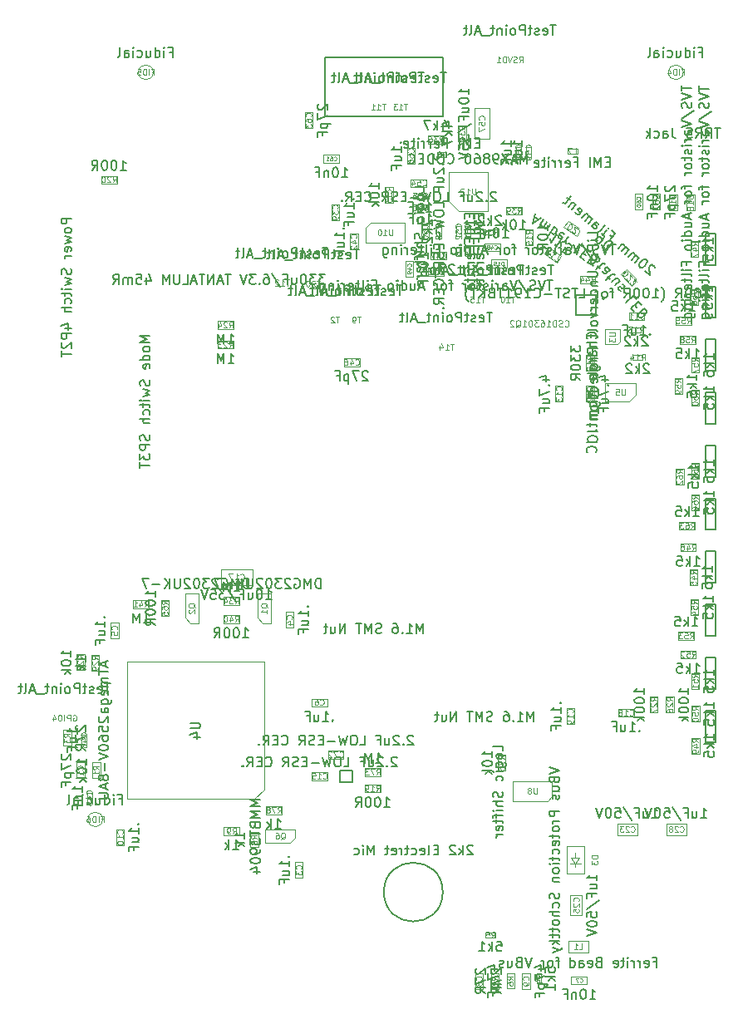
<source format=gbr>
G04 #@! TF.GenerationSoftware,KiCad,Pcbnew,6.0.0+dfsg1-2*
G04 #@! TF.CreationDate,2022-05-11T22:29:51-04:00*
G04 #@! TF.ProjectId,RUSP_Mainboard,52555350-5f4d-4616-996e-626f6172642e,rev?*
G04 #@! TF.SameCoordinates,Original*
G04 #@! TF.FileFunction,AssemblyDrawing,Bot*
%FSLAX46Y46*%
G04 Gerber Fmt 4.6, Leading zero omitted, Abs format (unit mm)*
G04 Created by KiCad (PCBNEW 6.0.0+dfsg1-2) date 2022-05-11 22:29:51*
%MOMM*%
%LPD*%
G01*
G04 APERTURE LIST*
%ADD10C,0.150000*%
%ADD11C,0.120000*%
%ADD12C,0.060000*%
%ADD13C,0.015000*%
%ADD14C,0.100000*%
%ADD15C,0.127000*%
%ADD16C,0.200000*%
G04 APERTURE END LIST*
D10*
X140563095Y-111552380D02*
X140563095Y-110552380D01*
X140325000Y-110552380D01*
X140182142Y-110600000D01*
X140086904Y-110695238D01*
X140039285Y-110790476D01*
X139991666Y-110980952D01*
X139991666Y-111123809D01*
X140039285Y-111314285D01*
X140086904Y-111409523D01*
X140182142Y-111504761D01*
X140325000Y-111552380D01*
X140563095Y-111552380D01*
X139563095Y-111552380D02*
X139563095Y-110552380D01*
X139229761Y-111266666D01*
X138896428Y-110552380D01*
X138896428Y-111552380D01*
X137896428Y-110600000D02*
X137991666Y-110552380D01*
X138134523Y-110552380D01*
X138277380Y-110600000D01*
X138372619Y-110695238D01*
X138420238Y-110790476D01*
X138467857Y-110980952D01*
X138467857Y-111123809D01*
X138420238Y-111314285D01*
X138372619Y-111409523D01*
X138277380Y-111504761D01*
X138134523Y-111552380D01*
X138039285Y-111552380D01*
X137896428Y-111504761D01*
X137848809Y-111457142D01*
X137848809Y-111123809D01*
X138039285Y-111123809D01*
X137467857Y-110647619D02*
X137420238Y-110600000D01*
X137325000Y-110552380D01*
X137086904Y-110552380D01*
X136991666Y-110600000D01*
X136944047Y-110647619D01*
X136896428Y-110742857D01*
X136896428Y-110838095D01*
X136944047Y-110980952D01*
X137515476Y-111552380D01*
X136896428Y-111552380D01*
X136563095Y-110552380D02*
X135944047Y-110552380D01*
X136277380Y-110933333D01*
X136134523Y-110933333D01*
X136039285Y-110980952D01*
X135991666Y-111028571D01*
X135944047Y-111123809D01*
X135944047Y-111361904D01*
X135991666Y-111457142D01*
X136039285Y-111504761D01*
X136134523Y-111552380D01*
X136420238Y-111552380D01*
X136515476Y-111504761D01*
X136563095Y-111457142D01*
X135325000Y-110552380D02*
X135229761Y-110552380D01*
X135134523Y-110600000D01*
X135086904Y-110647619D01*
X135039285Y-110742857D01*
X134991666Y-110933333D01*
X134991666Y-111171428D01*
X135039285Y-111361904D01*
X135086904Y-111457142D01*
X135134523Y-111504761D01*
X135229761Y-111552380D01*
X135325000Y-111552380D01*
X135420238Y-111504761D01*
X135467857Y-111457142D01*
X135515476Y-111361904D01*
X135563095Y-111171428D01*
X135563095Y-110933333D01*
X135515476Y-110742857D01*
X135467857Y-110647619D01*
X135420238Y-110600000D01*
X135325000Y-110552380D01*
X134610714Y-110647619D02*
X134563095Y-110600000D01*
X134467857Y-110552380D01*
X134229761Y-110552380D01*
X134134523Y-110600000D01*
X134086904Y-110647619D01*
X134039285Y-110742857D01*
X134039285Y-110838095D01*
X134086904Y-110980952D01*
X134658333Y-111552380D01*
X134039285Y-111552380D01*
X133610714Y-110552380D02*
X133610714Y-111361904D01*
X133563095Y-111457142D01*
X133515476Y-111504761D01*
X133420238Y-111552380D01*
X133229761Y-111552380D01*
X133134523Y-111504761D01*
X133086904Y-111457142D01*
X133039285Y-111361904D01*
X133039285Y-110552380D01*
X132563095Y-111552380D02*
X132563095Y-110552380D01*
X131991666Y-111552380D02*
X132420238Y-110980952D01*
X131991666Y-110552380D02*
X132563095Y-111123809D01*
X131563095Y-111171428D02*
X130801190Y-111171428D01*
X130420238Y-110552380D02*
X129753571Y-110552380D01*
X130182142Y-111552380D01*
D11*
X135153571Y-113542857D02*
X135125000Y-113485714D01*
X135067857Y-113428571D01*
X134982142Y-113342857D01*
X134953571Y-113285714D01*
X134953571Y-113228571D01*
X135096428Y-113257142D02*
X135067857Y-113200000D01*
X135010714Y-113142857D01*
X134896428Y-113114285D01*
X134696428Y-113114285D01*
X134582142Y-113142857D01*
X134525000Y-113200000D01*
X134496428Y-113257142D01*
X134496428Y-113371428D01*
X134525000Y-113428571D01*
X134582142Y-113485714D01*
X134696428Y-113514285D01*
X134896428Y-113514285D01*
X135010714Y-113485714D01*
X135067857Y-113428571D01*
X135096428Y-113371428D01*
X135096428Y-113257142D01*
X135096428Y-114085714D02*
X135096428Y-113742857D01*
X135096428Y-113914285D02*
X134496428Y-113914285D01*
X134582142Y-113857142D01*
X134639285Y-113800000D01*
X134667857Y-113742857D01*
D10*
X133188095Y-111552380D02*
X133188095Y-110552380D01*
X132950000Y-110552380D01*
X132807142Y-110600000D01*
X132711904Y-110695238D01*
X132664285Y-110790476D01*
X132616666Y-110980952D01*
X132616666Y-111123809D01*
X132664285Y-111314285D01*
X132711904Y-111409523D01*
X132807142Y-111504761D01*
X132950000Y-111552380D01*
X133188095Y-111552380D01*
X132188095Y-111552380D02*
X132188095Y-110552380D01*
X131854761Y-111266666D01*
X131521428Y-110552380D01*
X131521428Y-111552380D01*
X130521428Y-110600000D02*
X130616666Y-110552380D01*
X130759523Y-110552380D01*
X130902380Y-110600000D01*
X130997619Y-110695238D01*
X131045238Y-110790476D01*
X131092857Y-110980952D01*
X131092857Y-111123809D01*
X131045238Y-111314285D01*
X130997619Y-111409523D01*
X130902380Y-111504761D01*
X130759523Y-111552380D01*
X130664285Y-111552380D01*
X130521428Y-111504761D01*
X130473809Y-111457142D01*
X130473809Y-111123809D01*
X130664285Y-111123809D01*
X130092857Y-110647619D02*
X130045238Y-110600000D01*
X129950000Y-110552380D01*
X129711904Y-110552380D01*
X129616666Y-110600000D01*
X129569047Y-110647619D01*
X129521428Y-110742857D01*
X129521428Y-110838095D01*
X129569047Y-110980952D01*
X130140476Y-111552380D01*
X129521428Y-111552380D01*
X129188095Y-110552380D02*
X128569047Y-110552380D01*
X128902380Y-110933333D01*
X128759523Y-110933333D01*
X128664285Y-110980952D01*
X128616666Y-111028571D01*
X128569047Y-111123809D01*
X128569047Y-111361904D01*
X128616666Y-111457142D01*
X128664285Y-111504761D01*
X128759523Y-111552380D01*
X129045238Y-111552380D01*
X129140476Y-111504761D01*
X129188095Y-111457142D01*
X127950000Y-110552380D02*
X127854761Y-110552380D01*
X127759523Y-110600000D01*
X127711904Y-110647619D01*
X127664285Y-110742857D01*
X127616666Y-110933333D01*
X127616666Y-111171428D01*
X127664285Y-111361904D01*
X127711904Y-111457142D01*
X127759523Y-111504761D01*
X127854761Y-111552380D01*
X127950000Y-111552380D01*
X128045238Y-111504761D01*
X128092857Y-111457142D01*
X128140476Y-111361904D01*
X128188095Y-111171428D01*
X128188095Y-110933333D01*
X128140476Y-110742857D01*
X128092857Y-110647619D01*
X128045238Y-110600000D01*
X127950000Y-110552380D01*
X127235714Y-110647619D02*
X127188095Y-110600000D01*
X127092857Y-110552380D01*
X126854761Y-110552380D01*
X126759523Y-110600000D01*
X126711904Y-110647619D01*
X126664285Y-110742857D01*
X126664285Y-110838095D01*
X126711904Y-110980952D01*
X127283333Y-111552380D01*
X126664285Y-111552380D01*
X126235714Y-110552380D02*
X126235714Y-111361904D01*
X126188095Y-111457142D01*
X126140476Y-111504761D01*
X126045238Y-111552380D01*
X125854761Y-111552380D01*
X125759523Y-111504761D01*
X125711904Y-111457142D01*
X125664285Y-111361904D01*
X125664285Y-110552380D01*
X125188095Y-111552380D02*
X125188095Y-110552380D01*
X124616666Y-111552380D02*
X125045238Y-110980952D01*
X124616666Y-110552380D02*
X125188095Y-111123809D01*
X124188095Y-111171428D02*
X123426190Y-111171428D01*
X123045238Y-110552380D02*
X122378571Y-110552380D01*
X122807142Y-111552380D01*
D11*
X127778571Y-113542857D02*
X127750000Y-113485714D01*
X127692857Y-113428571D01*
X127607142Y-113342857D01*
X127578571Y-113285714D01*
X127578571Y-113228571D01*
X127721428Y-113257142D02*
X127692857Y-113200000D01*
X127635714Y-113142857D01*
X127521428Y-113114285D01*
X127321428Y-113114285D01*
X127207142Y-113142857D01*
X127150000Y-113200000D01*
X127121428Y-113257142D01*
X127121428Y-113371428D01*
X127150000Y-113428571D01*
X127207142Y-113485714D01*
X127321428Y-113514285D01*
X127521428Y-113514285D01*
X127635714Y-113485714D01*
X127692857Y-113428571D01*
X127721428Y-113371428D01*
X127721428Y-113257142D01*
X127178571Y-113742857D02*
X127150000Y-113771428D01*
X127121428Y-113828571D01*
X127121428Y-113971428D01*
X127150000Y-114028571D01*
X127178571Y-114057142D01*
X127235714Y-114085714D01*
X127292857Y-114085714D01*
X127378571Y-114057142D01*
X127721428Y-113714285D01*
X127721428Y-114085714D01*
D10*
X163682380Y-75109523D02*
X163682380Y-74538095D01*
X163682380Y-74823809D02*
X162682380Y-74823809D01*
X162825238Y-74728571D01*
X162920476Y-74633333D01*
X162968095Y-74538095D01*
X162682380Y-75728571D02*
X162682380Y-75823809D01*
X162730000Y-75919047D01*
X162777619Y-75966666D01*
X162872857Y-76014285D01*
X163063333Y-76061904D01*
X163301428Y-76061904D01*
X163491904Y-76014285D01*
X163587142Y-75966666D01*
X163634761Y-75919047D01*
X163682380Y-75823809D01*
X163682380Y-75728571D01*
X163634761Y-75633333D01*
X163587142Y-75585714D01*
X163491904Y-75538095D01*
X163301428Y-75490476D01*
X163063333Y-75490476D01*
X162872857Y-75538095D01*
X162777619Y-75585714D01*
X162730000Y-75633333D01*
X162682380Y-75728571D01*
X163682380Y-77061904D02*
X163206190Y-76728571D01*
X163682380Y-76490476D02*
X162682380Y-76490476D01*
X162682380Y-76871428D01*
X162730000Y-76966666D01*
X162777619Y-77014285D01*
X162872857Y-77061904D01*
X163015714Y-77061904D01*
X163110952Y-77014285D01*
X163158571Y-76966666D01*
X163206190Y-76871428D01*
X163206190Y-76490476D01*
D11*
X162071428Y-75414285D02*
X161785714Y-75214285D01*
X162071428Y-75071428D02*
X161471428Y-75071428D01*
X161471428Y-75300000D01*
X161500000Y-75357142D01*
X161528571Y-75385714D01*
X161585714Y-75414285D01*
X161671428Y-75414285D01*
X161728571Y-75385714D01*
X161757142Y-75357142D01*
X161785714Y-75300000D01*
X161785714Y-75071428D01*
X162071428Y-75985714D02*
X162071428Y-75642857D01*
X162071428Y-75814285D02*
X161471428Y-75814285D01*
X161557142Y-75757142D01*
X161614285Y-75700000D01*
X161642857Y-75642857D01*
X161471428Y-76528571D02*
X161471428Y-76242857D01*
X161757142Y-76214285D01*
X161728571Y-76242857D01*
X161700000Y-76300000D01*
X161700000Y-76442857D01*
X161728571Y-76500000D01*
X161757142Y-76528571D01*
X161814285Y-76557142D01*
X161957142Y-76557142D01*
X162014285Y-76528571D01*
X162042857Y-76500000D01*
X162071428Y-76442857D01*
X162071428Y-76300000D01*
X162042857Y-76242857D01*
X162014285Y-76214285D01*
D10*
X131735714Y-111872380D02*
X132307142Y-111872380D01*
X132021428Y-111872380D02*
X132021428Y-110872380D01*
X132116666Y-111015238D01*
X132211904Y-111110476D01*
X132307142Y-111158095D01*
X131307142Y-111872380D02*
X131307142Y-110872380D01*
X130973809Y-111586666D01*
X130640476Y-110872380D01*
X130640476Y-111872380D01*
D11*
X131835714Y-113121428D02*
X132035714Y-112835714D01*
X132178571Y-113121428D02*
X132178571Y-112521428D01*
X131950000Y-112521428D01*
X131892857Y-112550000D01*
X131864285Y-112578571D01*
X131835714Y-112635714D01*
X131835714Y-112721428D01*
X131864285Y-112778571D01*
X131892857Y-112807142D01*
X131950000Y-112835714D01*
X132178571Y-112835714D01*
X131635714Y-112521428D02*
X131264285Y-112521428D01*
X131464285Y-112750000D01*
X131378571Y-112750000D01*
X131321428Y-112778571D01*
X131292857Y-112807142D01*
X131264285Y-112864285D01*
X131264285Y-113007142D01*
X131292857Y-113064285D01*
X131321428Y-113092857D01*
X131378571Y-113121428D01*
X131550000Y-113121428D01*
X131607142Y-113092857D01*
X131635714Y-113064285D01*
X130750000Y-112721428D02*
X130750000Y-113121428D01*
X130892857Y-112492857D02*
X131035714Y-112921428D01*
X130664285Y-112921428D01*
D10*
X132616666Y-116582380D02*
X133188095Y-116582380D01*
X132902380Y-116582380D02*
X132902380Y-115582380D01*
X132997619Y-115725238D01*
X133092857Y-115820476D01*
X133188095Y-115868095D01*
X131997619Y-115582380D02*
X131902380Y-115582380D01*
X131807142Y-115630000D01*
X131759523Y-115677619D01*
X131711904Y-115772857D01*
X131664285Y-115963333D01*
X131664285Y-116201428D01*
X131711904Y-116391904D01*
X131759523Y-116487142D01*
X131807142Y-116534761D01*
X131902380Y-116582380D01*
X131997619Y-116582380D01*
X132092857Y-116534761D01*
X132140476Y-116487142D01*
X132188095Y-116391904D01*
X132235714Y-116201428D01*
X132235714Y-115963333D01*
X132188095Y-115772857D01*
X132140476Y-115677619D01*
X132092857Y-115630000D01*
X131997619Y-115582380D01*
X131045238Y-115582380D02*
X130950000Y-115582380D01*
X130854761Y-115630000D01*
X130807142Y-115677619D01*
X130759523Y-115772857D01*
X130711904Y-115963333D01*
X130711904Y-116201428D01*
X130759523Y-116391904D01*
X130807142Y-116487142D01*
X130854761Y-116534761D01*
X130950000Y-116582380D01*
X131045238Y-116582380D01*
X131140476Y-116534761D01*
X131188095Y-116487142D01*
X131235714Y-116391904D01*
X131283333Y-116201428D01*
X131283333Y-115963333D01*
X131235714Y-115772857D01*
X131188095Y-115677619D01*
X131140476Y-115630000D01*
X131045238Y-115582380D01*
X129711904Y-116582380D02*
X130045238Y-116106190D01*
X130283333Y-116582380D02*
X130283333Y-115582380D01*
X129902380Y-115582380D01*
X129807142Y-115630000D01*
X129759523Y-115677619D01*
X129711904Y-115772857D01*
X129711904Y-115915714D01*
X129759523Y-116010952D01*
X129807142Y-116058571D01*
X129902380Y-116106190D01*
X130283333Y-116106190D01*
D11*
X131835714Y-114971428D02*
X132035714Y-114685714D01*
X132178571Y-114971428D02*
X132178571Y-114371428D01*
X131950000Y-114371428D01*
X131892857Y-114400000D01*
X131864285Y-114428571D01*
X131835714Y-114485714D01*
X131835714Y-114571428D01*
X131864285Y-114628571D01*
X131892857Y-114657142D01*
X131950000Y-114685714D01*
X132178571Y-114685714D01*
X131321428Y-114571428D02*
X131321428Y-114971428D01*
X131464285Y-114342857D02*
X131607142Y-114771428D01*
X131235714Y-114771428D01*
X130892857Y-114371428D02*
X130835714Y-114371428D01*
X130778571Y-114400000D01*
X130750000Y-114428571D01*
X130721428Y-114485714D01*
X130692857Y-114600000D01*
X130692857Y-114742857D01*
X130721428Y-114857142D01*
X130750000Y-114914285D01*
X130778571Y-114942857D01*
X130835714Y-114971428D01*
X130892857Y-114971428D01*
X130950000Y-114942857D01*
X130978571Y-114914285D01*
X131007142Y-114857142D01*
X131035714Y-114742857D01*
X131035714Y-114600000D01*
X131007142Y-114485714D01*
X130978571Y-114428571D01*
X130950000Y-114400000D01*
X130892857Y-114371428D01*
D10*
X122535714Y-115082380D02*
X123107142Y-115082380D01*
X122821428Y-115082380D02*
X122821428Y-114082380D01*
X122916666Y-114225238D01*
X123011904Y-114320476D01*
X123107142Y-114368095D01*
X122107142Y-115082380D02*
X122107142Y-114082380D01*
X121773809Y-114796666D01*
X121440476Y-114082380D01*
X121440476Y-115082380D01*
D11*
X122635714Y-113471428D02*
X122835714Y-113185714D01*
X122978571Y-113471428D02*
X122978571Y-112871428D01*
X122750000Y-112871428D01*
X122692857Y-112900000D01*
X122664285Y-112928571D01*
X122635714Y-112985714D01*
X122635714Y-113071428D01*
X122664285Y-113128571D01*
X122692857Y-113157142D01*
X122750000Y-113185714D01*
X122978571Y-113185714D01*
X122121428Y-113071428D02*
X122121428Y-113471428D01*
X122264285Y-112842857D02*
X122407142Y-113271428D01*
X122035714Y-113271428D01*
X121492857Y-113471428D02*
X121835714Y-113471428D01*
X121664285Y-113471428D02*
X121664285Y-112871428D01*
X121721428Y-112957142D01*
X121778571Y-113014285D01*
X121835714Y-113042857D01*
D10*
X123722380Y-112383333D02*
X123722380Y-111811904D01*
X123722380Y-112097619D02*
X122722380Y-112097619D01*
X122865238Y-112002380D01*
X122960476Y-111907142D01*
X123008095Y-111811904D01*
X122722380Y-113002380D02*
X122722380Y-113097619D01*
X122770000Y-113192857D01*
X122817619Y-113240476D01*
X122912857Y-113288095D01*
X123103333Y-113335714D01*
X123341428Y-113335714D01*
X123531904Y-113288095D01*
X123627142Y-113240476D01*
X123674761Y-113192857D01*
X123722380Y-113097619D01*
X123722380Y-113002380D01*
X123674761Y-112907142D01*
X123627142Y-112859523D01*
X123531904Y-112811904D01*
X123341428Y-112764285D01*
X123103333Y-112764285D01*
X122912857Y-112811904D01*
X122817619Y-112859523D01*
X122770000Y-112907142D01*
X122722380Y-113002380D01*
X122722380Y-113954761D02*
X122722380Y-114050000D01*
X122770000Y-114145238D01*
X122817619Y-114192857D01*
X122912857Y-114240476D01*
X123103333Y-114288095D01*
X123341428Y-114288095D01*
X123531904Y-114240476D01*
X123627142Y-114192857D01*
X123674761Y-114145238D01*
X123722380Y-114050000D01*
X123722380Y-113954761D01*
X123674761Y-113859523D01*
X123627142Y-113811904D01*
X123531904Y-113764285D01*
X123341428Y-113716666D01*
X123103333Y-113716666D01*
X122912857Y-113764285D01*
X122817619Y-113811904D01*
X122770000Y-113859523D01*
X122722380Y-113954761D01*
X123722380Y-115288095D02*
X123246190Y-114954761D01*
X123722380Y-114716666D02*
X122722380Y-114716666D01*
X122722380Y-115097619D01*
X122770000Y-115192857D01*
X122817619Y-115240476D01*
X122912857Y-115288095D01*
X123055714Y-115288095D01*
X123150952Y-115240476D01*
X123198571Y-115192857D01*
X123246190Y-115097619D01*
X123246190Y-114716666D01*
D11*
X124971428Y-113164285D02*
X124685714Y-112964285D01*
X124971428Y-112821428D02*
X124371428Y-112821428D01*
X124371428Y-113050000D01*
X124400000Y-113107142D01*
X124428571Y-113135714D01*
X124485714Y-113164285D01*
X124571428Y-113164285D01*
X124628571Y-113135714D01*
X124657142Y-113107142D01*
X124685714Y-113050000D01*
X124685714Y-112821428D01*
X124371428Y-113678571D02*
X124371428Y-113564285D01*
X124400000Y-113507142D01*
X124428571Y-113478571D01*
X124514285Y-113421428D01*
X124628571Y-113392857D01*
X124857142Y-113392857D01*
X124914285Y-113421428D01*
X124942857Y-113450000D01*
X124971428Y-113507142D01*
X124971428Y-113621428D01*
X124942857Y-113678571D01*
X124914285Y-113707142D01*
X124857142Y-113735714D01*
X124714285Y-113735714D01*
X124657142Y-113707142D01*
X124628571Y-113678571D01*
X124600000Y-113621428D01*
X124600000Y-113507142D01*
X124628571Y-113450000D01*
X124657142Y-113421428D01*
X124714285Y-113392857D01*
X124371428Y-114278571D02*
X124371428Y-113992857D01*
X124657142Y-113964285D01*
X124628571Y-113992857D01*
X124600000Y-114050000D01*
X124600000Y-114192857D01*
X124628571Y-114250000D01*
X124657142Y-114278571D01*
X124714285Y-114307142D01*
X124857142Y-114307142D01*
X124914285Y-114278571D01*
X124942857Y-114250000D01*
X124971428Y-114192857D01*
X124971428Y-114050000D01*
X124942857Y-113992857D01*
X124914285Y-113964285D01*
D10*
X118502142Y-114492857D02*
X118549761Y-114540476D01*
X118597380Y-114492857D01*
X118549761Y-114445238D01*
X118502142Y-114492857D01*
X118597380Y-114492857D01*
X118597380Y-115492857D02*
X118597380Y-114921428D01*
X118597380Y-115207142D02*
X117597380Y-115207142D01*
X117740238Y-115111904D01*
X117835476Y-115016666D01*
X117883095Y-114921428D01*
X117930714Y-116350000D02*
X118597380Y-116350000D01*
X117930714Y-115921428D02*
X118454523Y-115921428D01*
X118549761Y-115969047D01*
X118597380Y-116064285D01*
X118597380Y-116207142D01*
X118549761Y-116302380D01*
X118502142Y-116350000D01*
X118073571Y-117159523D02*
X118073571Y-116826190D01*
X118597380Y-116826190D02*
X117597380Y-116826190D01*
X117597380Y-117302380D01*
D11*
X119789285Y-115750000D02*
X119817857Y-115721428D01*
X119846428Y-115635714D01*
X119846428Y-115578571D01*
X119817857Y-115492857D01*
X119760714Y-115435714D01*
X119703571Y-115407142D01*
X119589285Y-115378571D01*
X119503571Y-115378571D01*
X119389285Y-115407142D01*
X119332142Y-115435714D01*
X119275000Y-115492857D01*
X119246428Y-115578571D01*
X119246428Y-115635714D01*
X119275000Y-115721428D01*
X119303571Y-115750000D01*
X119246428Y-116292857D02*
X119246428Y-116007142D01*
X119532142Y-115978571D01*
X119503571Y-116007142D01*
X119475000Y-116064285D01*
X119475000Y-116207142D01*
X119503571Y-116264285D01*
X119532142Y-116292857D01*
X119589285Y-116321428D01*
X119732142Y-116321428D01*
X119789285Y-116292857D01*
X119817857Y-116264285D01*
X119846428Y-116207142D01*
X119846428Y-116064285D01*
X119817857Y-116007142D01*
X119789285Y-115978571D01*
D10*
X159982380Y-66554761D02*
X159982380Y-65983333D01*
X159982380Y-66269047D02*
X158982380Y-66269047D01*
X159125238Y-66173809D01*
X159220476Y-66078571D01*
X159268095Y-65983333D01*
X159315714Y-67411904D02*
X159982380Y-67411904D01*
X159315714Y-66983333D02*
X159839523Y-66983333D01*
X159934761Y-67030952D01*
X159982380Y-67126190D01*
X159982380Y-67269047D01*
X159934761Y-67364285D01*
X159887142Y-67411904D01*
X159458571Y-68221428D02*
X159458571Y-67888095D01*
X159982380Y-67888095D02*
X158982380Y-67888095D01*
X158982380Y-68364285D01*
D11*
X160914285Y-66764285D02*
X160942857Y-66735714D01*
X160971428Y-66650000D01*
X160971428Y-66592857D01*
X160942857Y-66507142D01*
X160885714Y-66450000D01*
X160828571Y-66421428D01*
X160714285Y-66392857D01*
X160628571Y-66392857D01*
X160514285Y-66421428D01*
X160457142Y-66450000D01*
X160400000Y-66507142D01*
X160371428Y-66592857D01*
X160371428Y-66650000D01*
X160400000Y-66735714D01*
X160428571Y-66764285D01*
X160371428Y-67307142D02*
X160371428Y-67021428D01*
X160657142Y-66992857D01*
X160628571Y-67021428D01*
X160600000Y-67078571D01*
X160600000Y-67221428D01*
X160628571Y-67278571D01*
X160657142Y-67307142D01*
X160714285Y-67335714D01*
X160857142Y-67335714D01*
X160914285Y-67307142D01*
X160942857Y-67278571D01*
X160971428Y-67221428D01*
X160971428Y-67078571D01*
X160942857Y-67021428D01*
X160914285Y-66992857D01*
X160628571Y-67678571D02*
X160600000Y-67621428D01*
X160571428Y-67592857D01*
X160514285Y-67564285D01*
X160485714Y-67564285D01*
X160428571Y-67592857D01*
X160400000Y-67621428D01*
X160371428Y-67678571D01*
X160371428Y-67792857D01*
X160400000Y-67850000D01*
X160428571Y-67878571D01*
X160485714Y-67907142D01*
X160514285Y-67907142D01*
X160571428Y-67878571D01*
X160600000Y-67850000D01*
X160628571Y-67792857D01*
X160628571Y-67678571D01*
X160657142Y-67621428D01*
X160685714Y-67592857D01*
X160742857Y-67564285D01*
X160857142Y-67564285D01*
X160914285Y-67592857D01*
X160942857Y-67621428D01*
X160971428Y-67678571D01*
X160971428Y-67792857D01*
X160942857Y-67850000D01*
X160914285Y-67878571D01*
X160857142Y-67907142D01*
X160742857Y-67907142D01*
X160685714Y-67878571D01*
X160657142Y-67850000D01*
X160628571Y-67792857D01*
D10*
X148677142Y-66142857D02*
X148724761Y-66190476D01*
X148772380Y-66142857D01*
X148724761Y-66095238D01*
X148677142Y-66142857D01*
X148772380Y-66142857D01*
X148772380Y-67142857D02*
X148772380Y-66571428D01*
X148772380Y-66857142D02*
X147772380Y-66857142D01*
X147915238Y-66761904D01*
X148010476Y-66666666D01*
X148058095Y-66571428D01*
X148105714Y-68000000D02*
X148772380Y-68000000D01*
X148105714Y-67571428D02*
X148629523Y-67571428D01*
X148724761Y-67619047D01*
X148772380Y-67714285D01*
X148772380Y-67857142D01*
X148724761Y-67952380D01*
X148677142Y-68000000D01*
X148248571Y-68809523D02*
X148248571Y-68476190D01*
X148772380Y-68476190D02*
X147772380Y-68476190D01*
X147772380Y-68952380D01*
D11*
X149964285Y-67114285D02*
X149992857Y-67085714D01*
X150021428Y-67000000D01*
X150021428Y-66942857D01*
X149992857Y-66857142D01*
X149935714Y-66800000D01*
X149878571Y-66771428D01*
X149764285Y-66742857D01*
X149678571Y-66742857D01*
X149564285Y-66771428D01*
X149507142Y-66800000D01*
X149450000Y-66857142D01*
X149421428Y-66942857D01*
X149421428Y-67000000D01*
X149450000Y-67085714D01*
X149478571Y-67114285D01*
X149421428Y-67657142D02*
X149421428Y-67371428D01*
X149707142Y-67342857D01*
X149678571Y-67371428D01*
X149650000Y-67428571D01*
X149650000Y-67571428D01*
X149678571Y-67628571D01*
X149707142Y-67657142D01*
X149764285Y-67685714D01*
X149907142Y-67685714D01*
X149964285Y-67657142D01*
X149992857Y-67628571D01*
X150021428Y-67571428D01*
X150021428Y-67428571D01*
X149992857Y-67371428D01*
X149964285Y-67342857D01*
X149421428Y-68200000D02*
X149421428Y-68085714D01*
X149450000Y-68028571D01*
X149478571Y-68000000D01*
X149564285Y-67942857D01*
X149678571Y-67914285D01*
X149907142Y-67914285D01*
X149964285Y-67942857D01*
X149992857Y-67971428D01*
X150021428Y-68028571D01*
X150021428Y-68142857D01*
X149992857Y-68200000D01*
X149964285Y-68228571D01*
X149907142Y-68257142D01*
X149764285Y-68257142D01*
X149707142Y-68228571D01*
X149678571Y-68200000D01*
X149650000Y-68142857D01*
X149650000Y-68028571D01*
X149678571Y-67971428D01*
X149707142Y-67942857D01*
X149764285Y-67914285D01*
D10*
X151295238Y-74372380D02*
X151866666Y-74372380D01*
X151580952Y-74372380D02*
X151580952Y-73372380D01*
X151676190Y-73515238D01*
X151771428Y-73610476D01*
X151866666Y-73658095D01*
X150438095Y-73705714D02*
X150438095Y-74372380D01*
X150866666Y-73705714D02*
X150866666Y-74229523D01*
X150819047Y-74324761D01*
X150723809Y-74372380D01*
X150580952Y-74372380D01*
X150485714Y-74324761D01*
X150438095Y-74277142D01*
X149628571Y-73848571D02*
X149961904Y-73848571D01*
X149961904Y-74372380D02*
X149961904Y-73372380D01*
X149485714Y-73372380D01*
D11*
X151085714Y-72964285D02*
X151114285Y-72992857D01*
X151200000Y-73021428D01*
X151257142Y-73021428D01*
X151342857Y-72992857D01*
X151400000Y-72935714D01*
X151428571Y-72878571D01*
X151457142Y-72764285D01*
X151457142Y-72678571D01*
X151428571Y-72564285D01*
X151400000Y-72507142D01*
X151342857Y-72450000D01*
X151257142Y-72421428D01*
X151200000Y-72421428D01*
X151114285Y-72450000D01*
X151085714Y-72478571D01*
X150542857Y-72421428D02*
X150828571Y-72421428D01*
X150857142Y-72707142D01*
X150828571Y-72678571D01*
X150771428Y-72650000D01*
X150628571Y-72650000D01*
X150571428Y-72678571D01*
X150542857Y-72707142D01*
X150514285Y-72764285D01*
X150514285Y-72907142D01*
X150542857Y-72964285D01*
X150571428Y-72992857D01*
X150628571Y-73021428D01*
X150771428Y-73021428D01*
X150828571Y-72992857D01*
X150857142Y-72964285D01*
X149971428Y-72421428D02*
X150257142Y-72421428D01*
X150285714Y-72707142D01*
X150257142Y-72678571D01*
X150200000Y-72650000D01*
X150057142Y-72650000D01*
X150000000Y-72678571D01*
X149971428Y-72707142D01*
X149942857Y-72764285D01*
X149942857Y-72907142D01*
X149971428Y-72964285D01*
X150000000Y-72992857D01*
X150057142Y-73021428D01*
X150200000Y-73021428D01*
X150257142Y-72992857D01*
X150285714Y-72964285D01*
D10*
X151295238Y-73222380D02*
X151866666Y-73222380D01*
X151580952Y-73222380D02*
X151580952Y-72222380D01*
X151676190Y-72365238D01*
X151771428Y-72460476D01*
X151866666Y-72508095D01*
X150438095Y-72555714D02*
X150438095Y-73222380D01*
X150866666Y-72555714D02*
X150866666Y-73079523D01*
X150819047Y-73174761D01*
X150723809Y-73222380D01*
X150580952Y-73222380D01*
X150485714Y-73174761D01*
X150438095Y-73127142D01*
X149628571Y-72698571D02*
X149961904Y-72698571D01*
X149961904Y-73222380D02*
X149961904Y-72222380D01*
X149485714Y-72222380D01*
D11*
X151085714Y-71814285D02*
X151114285Y-71842857D01*
X151200000Y-71871428D01*
X151257142Y-71871428D01*
X151342857Y-71842857D01*
X151400000Y-71785714D01*
X151428571Y-71728571D01*
X151457142Y-71614285D01*
X151457142Y-71528571D01*
X151428571Y-71414285D01*
X151400000Y-71357142D01*
X151342857Y-71300000D01*
X151257142Y-71271428D01*
X151200000Y-71271428D01*
X151114285Y-71300000D01*
X151085714Y-71328571D01*
X150542857Y-71271428D02*
X150828571Y-71271428D01*
X150857142Y-71557142D01*
X150828571Y-71528571D01*
X150771428Y-71500000D01*
X150628571Y-71500000D01*
X150571428Y-71528571D01*
X150542857Y-71557142D01*
X150514285Y-71614285D01*
X150514285Y-71757142D01*
X150542857Y-71814285D01*
X150571428Y-71842857D01*
X150628571Y-71871428D01*
X150771428Y-71871428D01*
X150828571Y-71842857D01*
X150857142Y-71814285D01*
X150314285Y-71271428D02*
X149942857Y-71271428D01*
X150142857Y-71500000D01*
X150057142Y-71500000D01*
X150000000Y-71528571D01*
X149971428Y-71557142D01*
X149942857Y-71614285D01*
X149942857Y-71757142D01*
X149971428Y-71814285D01*
X150000000Y-71842857D01*
X150057142Y-71871428D01*
X150228571Y-71871428D01*
X150285714Y-71842857D01*
X150314285Y-71814285D01*
D10*
X156222380Y-74604761D02*
X156222380Y-74033333D01*
X156222380Y-74319047D02*
X155222380Y-74319047D01*
X155365238Y-74223809D01*
X155460476Y-74128571D01*
X155508095Y-74033333D01*
X155555714Y-75461904D02*
X156222380Y-75461904D01*
X155555714Y-75033333D02*
X156079523Y-75033333D01*
X156174761Y-75080952D01*
X156222380Y-75176190D01*
X156222380Y-75319047D01*
X156174761Y-75414285D01*
X156127142Y-75461904D01*
X155698571Y-76271428D02*
X155698571Y-75938095D01*
X156222380Y-75938095D02*
X155222380Y-75938095D01*
X155222380Y-76414285D01*
D11*
X154814285Y-74814285D02*
X154842857Y-74785714D01*
X154871428Y-74700000D01*
X154871428Y-74642857D01*
X154842857Y-74557142D01*
X154785714Y-74500000D01*
X154728571Y-74471428D01*
X154614285Y-74442857D01*
X154528571Y-74442857D01*
X154414285Y-74471428D01*
X154357142Y-74500000D01*
X154300000Y-74557142D01*
X154271428Y-74642857D01*
X154271428Y-74700000D01*
X154300000Y-74785714D01*
X154328571Y-74814285D01*
X154271428Y-75357142D02*
X154271428Y-75071428D01*
X154557142Y-75042857D01*
X154528571Y-75071428D01*
X154500000Y-75128571D01*
X154500000Y-75271428D01*
X154528571Y-75328571D01*
X154557142Y-75357142D01*
X154614285Y-75385714D01*
X154757142Y-75385714D01*
X154814285Y-75357142D01*
X154842857Y-75328571D01*
X154871428Y-75271428D01*
X154871428Y-75128571D01*
X154842857Y-75071428D01*
X154814285Y-75042857D01*
X154328571Y-75614285D02*
X154300000Y-75642857D01*
X154271428Y-75700000D01*
X154271428Y-75842857D01*
X154300000Y-75900000D01*
X154328571Y-75928571D01*
X154385714Y-75957142D01*
X154442857Y-75957142D01*
X154528571Y-75928571D01*
X154871428Y-75585714D01*
X154871428Y-75957142D01*
D10*
X157172380Y-74604761D02*
X157172380Y-74033333D01*
X157172380Y-74319047D02*
X156172380Y-74319047D01*
X156315238Y-74223809D01*
X156410476Y-74128571D01*
X156458095Y-74033333D01*
X156505714Y-75461904D02*
X157172380Y-75461904D01*
X156505714Y-75033333D02*
X157029523Y-75033333D01*
X157124761Y-75080952D01*
X157172380Y-75176190D01*
X157172380Y-75319047D01*
X157124761Y-75414285D01*
X157077142Y-75461904D01*
X156648571Y-76271428D02*
X156648571Y-75938095D01*
X157172380Y-75938095D02*
X156172380Y-75938095D01*
X156172380Y-76414285D01*
D11*
X155764285Y-74814285D02*
X155792857Y-74785714D01*
X155821428Y-74700000D01*
X155821428Y-74642857D01*
X155792857Y-74557142D01*
X155735714Y-74500000D01*
X155678571Y-74471428D01*
X155564285Y-74442857D01*
X155478571Y-74442857D01*
X155364285Y-74471428D01*
X155307142Y-74500000D01*
X155250000Y-74557142D01*
X155221428Y-74642857D01*
X155221428Y-74700000D01*
X155250000Y-74785714D01*
X155278571Y-74814285D01*
X155221428Y-75357142D02*
X155221428Y-75071428D01*
X155507142Y-75042857D01*
X155478571Y-75071428D01*
X155450000Y-75128571D01*
X155450000Y-75271428D01*
X155478571Y-75328571D01*
X155507142Y-75357142D01*
X155564285Y-75385714D01*
X155707142Y-75385714D01*
X155764285Y-75357142D01*
X155792857Y-75328571D01*
X155821428Y-75271428D01*
X155821428Y-75128571D01*
X155792857Y-75071428D01*
X155764285Y-75042857D01*
X155821428Y-75957142D02*
X155821428Y-75614285D01*
X155821428Y-75785714D02*
X155221428Y-75785714D01*
X155307142Y-75728571D01*
X155364285Y-75671428D01*
X155392857Y-75614285D01*
D10*
X151482380Y-77928571D02*
X151482380Y-77357142D01*
X151482380Y-77642857D02*
X150482380Y-77642857D01*
X150625238Y-77547619D01*
X150720476Y-77452380D01*
X150768095Y-77357142D01*
X150482380Y-78547619D02*
X150482380Y-78642857D01*
X150530000Y-78738095D01*
X150577619Y-78785714D01*
X150672857Y-78833333D01*
X150863333Y-78880952D01*
X151101428Y-78880952D01*
X151291904Y-78833333D01*
X151387142Y-78785714D01*
X151434761Y-78738095D01*
X151482380Y-78642857D01*
X151482380Y-78547619D01*
X151434761Y-78452380D01*
X151387142Y-78404761D01*
X151291904Y-78357142D01*
X151101428Y-78309523D01*
X150863333Y-78309523D01*
X150672857Y-78357142D01*
X150577619Y-78404761D01*
X150530000Y-78452380D01*
X150482380Y-78547619D01*
X150815714Y-79309523D02*
X151482380Y-79309523D01*
X150910952Y-79309523D02*
X150863333Y-79357142D01*
X150815714Y-79452380D01*
X150815714Y-79595238D01*
X150863333Y-79690476D01*
X150958571Y-79738095D01*
X151482380Y-79738095D01*
X150958571Y-80547619D02*
X150958571Y-80214285D01*
X151482380Y-80214285D02*
X150482380Y-80214285D01*
X150482380Y-80690476D01*
D12*
X149742857Y-78742857D02*
X149761904Y-78723809D01*
X149780952Y-78666666D01*
X149780952Y-78628571D01*
X149761904Y-78571428D01*
X149723809Y-78533333D01*
X149685714Y-78514285D01*
X149609523Y-78495238D01*
X149552380Y-78495238D01*
X149476190Y-78514285D01*
X149438095Y-78533333D01*
X149400000Y-78571428D01*
X149380952Y-78628571D01*
X149380952Y-78666666D01*
X149400000Y-78723809D01*
X149419047Y-78742857D01*
X149514285Y-79085714D02*
X149780952Y-79085714D01*
X149361904Y-78990476D02*
X149647619Y-78895238D01*
X149647619Y-79142857D01*
X149780952Y-79314285D02*
X149780952Y-79390476D01*
X149761904Y-79428571D01*
X149742857Y-79447619D01*
X149685714Y-79485714D01*
X149609523Y-79504761D01*
X149457142Y-79504761D01*
X149419047Y-79485714D01*
X149400000Y-79466666D01*
X149380952Y-79428571D01*
X149380952Y-79352380D01*
X149400000Y-79314285D01*
X149419047Y-79295238D01*
X149457142Y-79276190D01*
X149552380Y-79276190D01*
X149590476Y-79295238D01*
X149609523Y-79314285D01*
X149628571Y-79352380D01*
X149628571Y-79428571D01*
X149609523Y-79466666D01*
X149590476Y-79485714D01*
X149552380Y-79504761D01*
D10*
X159096428Y-75847380D02*
X159667857Y-75847380D01*
X159382142Y-75847380D02*
X159382142Y-74847380D01*
X159477380Y-74990238D01*
X159572619Y-75085476D01*
X159667857Y-75133095D01*
X158477380Y-74847380D02*
X158382142Y-74847380D01*
X158286904Y-74895000D01*
X158239285Y-74942619D01*
X158191666Y-75037857D01*
X158144047Y-75228333D01*
X158144047Y-75466428D01*
X158191666Y-75656904D01*
X158239285Y-75752142D01*
X158286904Y-75799761D01*
X158382142Y-75847380D01*
X158477380Y-75847380D01*
X158572619Y-75799761D01*
X158620238Y-75752142D01*
X158667857Y-75656904D01*
X158715476Y-75466428D01*
X158715476Y-75228333D01*
X158667857Y-75037857D01*
X158620238Y-74942619D01*
X158572619Y-74895000D01*
X158477380Y-74847380D01*
X157715476Y-75180714D02*
X157715476Y-75847380D01*
X157715476Y-75275952D02*
X157667857Y-75228333D01*
X157572619Y-75180714D01*
X157429761Y-75180714D01*
X157334523Y-75228333D01*
X157286904Y-75323571D01*
X157286904Y-75847380D01*
X156477380Y-75323571D02*
X156810714Y-75323571D01*
X156810714Y-75847380D02*
X156810714Y-74847380D01*
X156334523Y-74847380D01*
D12*
X158282142Y-76967857D02*
X158301190Y-76986904D01*
X158358333Y-77005952D01*
X158396428Y-77005952D01*
X158453571Y-76986904D01*
X158491666Y-76948809D01*
X158510714Y-76910714D01*
X158529761Y-76834523D01*
X158529761Y-76777380D01*
X158510714Y-76701190D01*
X158491666Y-76663095D01*
X158453571Y-76625000D01*
X158396428Y-76605952D01*
X158358333Y-76605952D01*
X158301190Y-76625000D01*
X158282142Y-76644047D01*
X157939285Y-76739285D02*
X157939285Y-77005952D01*
X158034523Y-76586904D02*
X158129761Y-76872619D01*
X157882142Y-76872619D01*
X157672619Y-76777380D02*
X157710714Y-76758333D01*
X157729761Y-76739285D01*
X157748809Y-76701190D01*
X157748809Y-76682142D01*
X157729761Y-76644047D01*
X157710714Y-76625000D01*
X157672619Y-76605952D01*
X157596428Y-76605952D01*
X157558333Y-76625000D01*
X157539285Y-76644047D01*
X157520238Y-76682142D01*
X157520238Y-76701190D01*
X157539285Y-76739285D01*
X157558333Y-76758333D01*
X157596428Y-76777380D01*
X157672619Y-76777380D01*
X157710714Y-76796428D01*
X157729761Y-76815476D01*
X157748809Y-76853571D01*
X157748809Y-76929761D01*
X157729761Y-76967857D01*
X157710714Y-76986904D01*
X157672619Y-77005952D01*
X157596428Y-77005952D01*
X157558333Y-76986904D01*
X157539285Y-76967857D01*
X157520238Y-76929761D01*
X157520238Y-76853571D01*
X157539285Y-76815476D01*
X157558333Y-76796428D01*
X157596428Y-76777380D01*
D10*
X154192857Y-78667619D02*
X154145238Y-78620000D01*
X154050000Y-78572380D01*
X153811904Y-78572380D01*
X153716666Y-78620000D01*
X153669047Y-78667619D01*
X153621428Y-78762857D01*
X153621428Y-78858095D01*
X153669047Y-79000952D01*
X154240476Y-79572380D01*
X153621428Y-79572380D01*
X153288095Y-78572380D02*
X152621428Y-78572380D01*
X153050000Y-79572380D01*
X152240476Y-78905714D02*
X152240476Y-79905714D01*
X152240476Y-78953333D02*
X152145238Y-78905714D01*
X151954761Y-78905714D01*
X151859523Y-78953333D01*
X151811904Y-79000952D01*
X151764285Y-79096190D01*
X151764285Y-79381904D01*
X151811904Y-79477142D01*
X151859523Y-79524761D01*
X151954761Y-79572380D01*
X152145238Y-79572380D01*
X152240476Y-79524761D01*
X151002380Y-79048571D02*
X151335714Y-79048571D01*
X151335714Y-79572380D02*
X151335714Y-78572380D01*
X150859523Y-78572380D01*
D11*
X152935714Y-77904285D02*
X152964285Y-77932857D01*
X153050000Y-77961428D01*
X153107142Y-77961428D01*
X153192857Y-77932857D01*
X153250000Y-77875714D01*
X153278571Y-77818571D01*
X153307142Y-77704285D01*
X153307142Y-77618571D01*
X153278571Y-77504285D01*
X153250000Y-77447142D01*
X153192857Y-77390000D01*
X153107142Y-77361428D01*
X153050000Y-77361428D01*
X152964285Y-77390000D01*
X152935714Y-77418571D01*
X152421428Y-77561428D02*
X152421428Y-77961428D01*
X152564285Y-77332857D02*
X152707142Y-77761428D01*
X152335714Y-77761428D01*
X152164285Y-77361428D02*
X151764285Y-77361428D01*
X152021428Y-77961428D01*
D10*
X145357857Y-89527619D02*
X145310238Y-89480000D01*
X145215000Y-89432380D01*
X144976904Y-89432380D01*
X144881666Y-89480000D01*
X144834047Y-89527619D01*
X144786428Y-89622857D01*
X144786428Y-89718095D01*
X144834047Y-89860952D01*
X145405476Y-90432380D01*
X144786428Y-90432380D01*
X144453095Y-89432380D02*
X143786428Y-89432380D01*
X144215000Y-90432380D01*
X143405476Y-89765714D02*
X143405476Y-90765714D01*
X143405476Y-89813333D02*
X143310238Y-89765714D01*
X143119761Y-89765714D01*
X143024523Y-89813333D01*
X142976904Y-89860952D01*
X142929285Y-89956190D01*
X142929285Y-90241904D01*
X142976904Y-90337142D01*
X143024523Y-90384761D01*
X143119761Y-90432380D01*
X143310238Y-90432380D01*
X143405476Y-90384761D01*
X142167380Y-89908571D02*
X142500714Y-89908571D01*
X142500714Y-90432380D02*
X142500714Y-89432380D01*
X142024523Y-89432380D01*
D11*
X144100714Y-88764285D02*
X144129285Y-88792857D01*
X144215000Y-88821428D01*
X144272142Y-88821428D01*
X144357857Y-88792857D01*
X144415000Y-88735714D01*
X144443571Y-88678571D01*
X144472142Y-88564285D01*
X144472142Y-88478571D01*
X144443571Y-88364285D01*
X144415000Y-88307142D01*
X144357857Y-88250000D01*
X144272142Y-88221428D01*
X144215000Y-88221428D01*
X144129285Y-88250000D01*
X144100714Y-88278571D01*
X143586428Y-88421428D02*
X143586428Y-88821428D01*
X143729285Y-88192857D02*
X143872142Y-88621428D01*
X143500714Y-88621428D01*
X143015000Y-88221428D02*
X143129285Y-88221428D01*
X143186428Y-88250000D01*
X143215000Y-88278571D01*
X143272142Y-88364285D01*
X143300714Y-88478571D01*
X143300714Y-88707142D01*
X143272142Y-88764285D01*
X143243571Y-88792857D01*
X143186428Y-88821428D01*
X143072142Y-88821428D01*
X143015000Y-88792857D01*
X142986428Y-88764285D01*
X142957857Y-88707142D01*
X142957857Y-88564285D01*
X142986428Y-88507142D01*
X143015000Y-88478571D01*
X143072142Y-88450000D01*
X143186428Y-88450000D01*
X143243571Y-88478571D01*
X143272142Y-88507142D01*
X143300714Y-88564285D01*
D10*
X143837142Y-71892857D02*
X143884761Y-71940476D01*
X143932380Y-71892857D01*
X143884761Y-71845238D01*
X143837142Y-71892857D01*
X143932380Y-71892857D01*
X143932380Y-72892857D02*
X143932380Y-72321428D01*
X143932380Y-72607142D02*
X142932380Y-72607142D01*
X143075238Y-72511904D01*
X143170476Y-72416666D01*
X143218095Y-72321428D01*
X143265714Y-73750000D02*
X143932380Y-73750000D01*
X143265714Y-73321428D02*
X143789523Y-73321428D01*
X143884761Y-73369047D01*
X143932380Y-73464285D01*
X143932380Y-73607142D01*
X143884761Y-73702380D01*
X143837142Y-73750000D01*
X143408571Y-74559523D02*
X143408571Y-74226190D01*
X143932380Y-74226190D02*
X142932380Y-74226190D01*
X142932380Y-74702380D01*
D11*
X142264285Y-72864285D02*
X142292857Y-72835714D01*
X142321428Y-72750000D01*
X142321428Y-72692857D01*
X142292857Y-72607142D01*
X142235714Y-72550000D01*
X142178571Y-72521428D01*
X142064285Y-72492857D01*
X141978571Y-72492857D01*
X141864285Y-72521428D01*
X141807142Y-72550000D01*
X141750000Y-72607142D01*
X141721428Y-72692857D01*
X141721428Y-72750000D01*
X141750000Y-72835714D01*
X141778571Y-72864285D01*
X141721428Y-73064285D02*
X141721428Y-73435714D01*
X141950000Y-73235714D01*
X141950000Y-73321428D01*
X141978571Y-73378571D01*
X142007142Y-73407142D01*
X142064285Y-73435714D01*
X142207142Y-73435714D01*
X142264285Y-73407142D01*
X142292857Y-73378571D01*
X142321428Y-73321428D01*
X142321428Y-73150000D01*
X142292857Y-73092857D01*
X142264285Y-73064285D01*
X142321428Y-73721428D02*
X142321428Y-73835714D01*
X142292857Y-73892857D01*
X142264285Y-73921428D01*
X142178571Y-73978571D01*
X142064285Y-74007142D01*
X141835714Y-74007142D01*
X141778571Y-73978571D01*
X141750000Y-73950000D01*
X141721428Y-73892857D01*
X141721428Y-73778571D01*
X141750000Y-73721428D01*
X141778571Y-73692857D01*
X141835714Y-73664285D01*
X141978571Y-73664285D01*
X142035714Y-73692857D01*
X142064285Y-73721428D01*
X142092857Y-73778571D01*
X142092857Y-73892857D01*
X142064285Y-73950000D01*
X142035714Y-73978571D01*
X141978571Y-74007142D01*
D10*
X164515476Y-54177380D02*
X163944047Y-54177380D01*
X164229761Y-55177380D02*
X164229761Y-54177380D01*
X163229761Y-55129761D02*
X163325000Y-55177380D01*
X163515476Y-55177380D01*
X163610714Y-55129761D01*
X163658333Y-55034523D01*
X163658333Y-54653571D01*
X163610714Y-54558333D01*
X163515476Y-54510714D01*
X163325000Y-54510714D01*
X163229761Y-54558333D01*
X163182142Y-54653571D01*
X163182142Y-54748809D01*
X163658333Y-54844047D01*
X162801190Y-55129761D02*
X162705952Y-55177380D01*
X162515476Y-55177380D01*
X162420238Y-55129761D01*
X162372619Y-55034523D01*
X162372619Y-54986904D01*
X162420238Y-54891666D01*
X162515476Y-54844047D01*
X162658333Y-54844047D01*
X162753571Y-54796428D01*
X162801190Y-54701190D01*
X162801190Y-54653571D01*
X162753571Y-54558333D01*
X162658333Y-54510714D01*
X162515476Y-54510714D01*
X162420238Y-54558333D01*
X162086904Y-54510714D02*
X161705952Y-54510714D01*
X161944047Y-54177380D02*
X161944047Y-55034523D01*
X161896428Y-55129761D01*
X161801190Y-55177380D01*
X161705952Y-55177380D01*
X161372619Y-55177380D02*
X161372619Y-54177380D01*
X160991666Y-54177380D01*
X160896428Y-54225000D01*
X160848809Y-54272619D01*
X160801190Y-54367857D01*
X160801190Y-54510714D01*
X160848809Y-54605952D01*
X160896428Y-54653571D01*
X160991666Y-54701190D01*
X161372619Y-54701190D01*
X160229761Y-55177380D02*
X160325000Y-55129761D01*
X160372619Y-55082142D01*
X160420238Y-54986904D01*
X160420238Y-54701190D01*
X160372619Y-54605952D01*
X160325000Y-54558333D01*
X160229761Y-54510714D01*
X160086904Y-54510714D01*
X159991666Y-54558333D01*
X159944047Y-54605952D01*
X159896428Y-54701190D01*
X159896428Y-54986904D01*
X159944047Y-55082142D01*
X159991666Y-55129761D01*
X160086904Y-55177380D01*
X160229761Y-55177380D01*
X159467857Y-55177380D02*
X159467857Y-54510714D01*
X159467857Y-54177380D02*
X159515476Y-54225000D01*
X159467857Y-54272619D01*
X159420238Y-54225000D01*
X159467857Y-54177380D01*
X159467857Y-54272619D01*
X158991666Y-54510714D02*
X158991666Y-55177380D01*
X158991666Y-54605952D02*
X158944047Y-54558333D01*
X158848809Y-54510714D01*
X158705952Y-54510714D01*
X158610714Y-54558333D01*
X158563095Y-54653571D01*
X158563095Y-55177380D01*
X158229761Y-54510714D02*
X157848809Y-54510714D01*
X158086904Y-54177380D02*
X158086904Y-55034523D01*
X158039285Y-55129761D01*
X157944047Y-55177380D01*
X157848809Y-55177380D01*
X157753571Y-55272619D02*
X156991666Y-55272619D01*
X156801190Y-54891666D02*
X156325000Y-54891666D01*
X156896428Y-55177380D02*
X156563095Y-54177380D01*
X156229761Y-55177380D01*
X155753571Y-55177380D02*
X155848809Y-55129761D01*
X155896428Y-55034523D01*
X155896428Y-54177380D01*
X155515476Y-54510714D02*
X155134523Y-54510714D01*
X155372619Y-54177380D02*
X155372619Y-55034523D01*
X155325000Y-55129761D01*
X155229761Y-55177380D01*
X155134523Y-55177380D01*
D11*
X160767857Y-57996428D02*
X160967857Y-57710714D01*
X161110714Y-57996428D02*
X161110714Y-57396428D01*
X160882142Y-57396428D01*
X160825000Y-57425000D01*
X160796428Y-57453571D01*
X160767857Y-57510714D01*
X160767857Y-57596428D01*
X160796428Y-57653571D01*
X160825000Y-57682142D01*
X160882142Y-57710714D01*
X161110714Y-57710714D01*
X160539285Y-57967857D02*
X160453571Y-57996428D01*
X160310714Y-57996428D01*
X160253571Y-57967857D01*
X160225000Y-57939285D01*
X160196428Y-57882142D01*
X160196428Y-57825000D01*
X160225000Y-57767857D01*
X160253571Y-57739285D01*
X160310714Y-57710714D01*
X160425000Y-57682142D01*
X160482142Y-57653571D01*
X160510714Y-57625000D01*
X160539285Y-57567857D01*
X160539285Y-57510714D01*
X160510714Y-57453571D01*
X160482142Y-57425000D01*
X160425000Y-57396428D01*
X160282142Y-57396428D01*
X160196428Y-57425000D01*
X160025000Y-57396428D02*
X159825000Y-57996428D01*
X159625000Y-57396428D01*
X159425000Y-57996428D02*
X159425000Y-57396428D01*
X159282142Y-57396428D01*
X159196428Y-57425000D01*
X159139285Y-57482142D01*
X159110714Y-57539285D01*
X159082142Y-57653571D01*
X159082142Y-57739285D01*
X159110714Y-57853571D01*
X159139285Y-57910714D01*
X159196428Y-57967857D01*
X159282142Y-57996428D01*
X159425000Y-57996428D01*
X158510714Y-57996428D02*
X158853571Y-57996428D01*
X158682142Y-57996428D02*
X158682142Y-57396428D01*
X158739285Y-57482142D01*
X158796428Y-57539285D01*
X158853571Y-57567857D01*
D10*
X146690476Y-80702380D02*
X146119047Y-80702380D01*
X146404761Y-81702380D02*
X146404761Y-80702380D01*
X145404761Y-81654761D02*
X145500000Y-81702380D01*
X145690476Y-81702380D01*
X145785714Y-81654761D01*
X145833333Y-81559523D01*
X145833333Y-81178571D01*
X145785714Y-81083333D01*
X145690476Y-81035714D01*
X145500000Y-81035714D01*
X145404761Y-81083333D01*
X145357142Y-81178571D01*
X145357142Y-81273809D01*
X145833333Y-81369047D01*
X144976190Y-81654761D02*
X144880952Y-81702380D01*
X144690476Y-81702380D01*
X144595238Y-81654761D01*
X144547619Y-81559523D01*
X144547619Y-81511904D01*
X144595238Y-81416666D01*
X144690476Y-81369047D01*
X144833333Y-81369047D01*
X144928571Y-81321428D01*
X144976190Y-81226190D01*
X144976190Y-81178571D01*
X144928571Y-81083333D01*
X144833333Y-81035714D01*
X144690476Y-81035714D01*
X144595238Y-81083333D01*
X144261904Y-81035714D02*
X143880952Y-81035714D01*
X144119047Y-80702380D02*
X144119047Y-81559523D01*
X144071428Y-81654761D01*
X143976190Y-81702380D01*
X143880952Y-81702380D01*
X143547619Y-81702380D02*
X143547619Y-80702380D01*
X143166666Y-80702380D01*
X143071428Y-80750000D01*
X143023809Y-80797619D01*
X142976190Y-80892857D01*
X142976190Y-81035714D01*
X143023809Y-81130952D01*
X143071428Y-81178571D01*
X143166666Y-81226190D01*
X143547619Y-81226190D01*
X142404761Y-81702380D02*
X142500000Y-81654761D01*
X142547619Y-81607142D01*
X142595238Y-81511904D01*
X142595238Y-81226190D01*
X142547619Y-81130952D01*
X142500000Y-81083333D01*
X142404761Y-81035714D01*
X142261904Y-81035714D01*
X142166666Y-81083333D01*
X142119047Y-81130952D01*
X142071428Y-81226190D01*
X142071428Y-81511904D01*
X142119047Y-81607142D01*
X142166666Y-81654761D01*
X142261904Y-81702380D01*
X142404761Y-81702380D01*
X141642857Y-81702380D02*
X141642857Y-81035714D01*
X141642857Y-80702380D02*
X141690476Y-80750000D01*
X141642857Y-80797619D01*
X141595238Y-80750000D01*
X141642857Y-80702380D01*
X141642857Y-80797619D01*
X141166666Y-81035714D02*
X141166666Y-81702380D01*
X141166666Y-81130952D02*
X141119047Y-81083333D01*
X141023809Y-81035714D01*
X140880952Y-81035714D01*
X140785714Y-81083333D01*
X140738095Y-81178571D01*
X140738095Y-81702380D01*
X140404761Y-81035714D02*
X140023809Y-81035714D01*
X140261904Y-80702380D02*
X140261904Y-81559523D01*
X140214285Y-81654761D01*
X140119047Y-81702380D01*
X140023809Y-81702380D01*
X139928571Y-81797619D02*
X139166666Y-81797619D01*
X138976190Y-81416666D02*
X138500000Y-81416666D01*
X139071428Y-81702380D02*
X138738095Y-80702380D01*
X138404761Y-81702380D01*
X137928571Y-81702380D02*
X138023809Y-81654761D01*
X138071428Y-81559523D01*
X138071428Y-80702380D01*
X137690476Y-81035714D02*
X137309523Y-81035714D01*
X137547619Y-80702380D02*
X137547619Y-81559523D01*
X137500000Y-81654761D01*
X137404761Y-81702380D01*
X137309523Y-81702380D01*
D11*
X142457142Y-83921428D02*
X142114285Y-83921428D01*
X142285714Y-84521428D02*
X142285714Y-83921428D01*
X141942857Y-83978571D02*
X141914285Y-83950000D01*
X141857142Y-83921428D01*
X141714285Y-83921428D01*
X141657142Y-83950000D01*
X141628571Y-83978571D01*
X141600000Y-84035714D01*
X141600000Y-84092857D01*
X141628571Y-84178571D01*
X141971428Y-84521428D01*
X141600000Y-84521428D01*
D10*
X148890476Y-80702380D02*
X148319047Y-80702380D01*
X148604761Y-81702380D02*
X148604761Y-80702380D01*
X147604761Y-81654761D02*
X147700000Y-81702380D01*
X147890476Y-81702380D01*
X147985714Y-81654761D01*
X148033333Y-81559523D01*
X148033333Y-81178571D01*
X147985714Y-81083333D01*
X147890476Y-81035714D01*
X147700000Y-81035714D01*
X147604761Y-81083333D01*
X147557142Y-81178571D01*
X147557142Y-81273809D01*
X148033333Y-81369047D01*
X147176190Y-81654761D02*
X147080952Y-81702380D01*
X146890476Y-81702380D01*
X146795238Y-81654761D01*
X146747619Y-81559523D01*
X146747619Y-81511904D01*
X146795238Y-81416666D01*
X146890476Y-81369047D01*
X147033333Y-81369047D01*
X147128571Y-81321428D01*
X147176190Y-81226190D01*
X147176190Y-81178571D01*
X147128571Y-81083333D01*
X147033333Y-81035714D01*
X146890476Y-81035714D01*
X146795238Y-81083333D01*
X146461904Y-81035714D02*
X146080952Y-81035714D01*
X146319047Y-80702380D02*
X146319047Y-81559523D01*
X146271428Y-81654761D01*
X146176190Y-81702380D01*
X146080952Y-81702380D01*
X145747619Y-81702380D02*
X145747619Y-80702380D01*
X145366666Y-80702380D01*
X145271428Y-80750000D01*
X145223809Y-80797619D01*
X145176190Y-80892857D01*
X145176190Y-81035714D01*
X145223809Y-81130952D01*
X145271428Y-81178571D01*
X145366666Y-81226190D01*
X145747619Y-81226190D01*
X144604761Y-81702380D02*
X144700000Y-81654761D01*
X144747619Y-81607142D01*
X144795238Y-81511904D01*
X144795238Y-81226190D01*
X144747619Y-81130952D01*
X144700000Y-81083333D01*
X144604761Y-81035714D01*
X144461904Y-81035714D01*
X144366666Y-81083333D01*
X144319047Y-81130952D01*
X144271428Y-81226190D01*
X144271428Y-81511904D01*
X144319047Y-81607142D01*
X144366666Y-81654761D01*
X144461904Y-81702380D01*
X144604761Y-81702380D01*
X143842857Y-81702380D02*
X143842857Y-81035714D01*
X143842857Y-80702380D02*
X143890476Y-80750000D01*
X143842857Y-80797619D01*
X143795238Y-80750000D01*
X143842857Y-80702380D01*
X143842857Y-80797619D01*
X143366666Y-81035714D02*
X143366666Y-81702380D01*
X143366666Y-81130952D02*
X143319047Y-81083333D01*
X143223809Y-81035714D01*
X143080952Y-81035714D01*
X142985714Y-81083333D01*
X142938095Y-81178571D01*
X142938095Y-81702380D01*
X142604761Y-81035714D02*
X142223809Y-81035714D01*
X142461904Y-80702380D02*
X142461904Y-81559523D01*
X142414285Y-81654761D01*
X142319047Y-81702380D01*
X142223809Y-81702380D01*
X142128571Y-81797619D02*
X141366666Y-81797619D01*
X141176190Y-81416666D02*
X140700000Y-81416666D01*
X141271428Y-81702380D02*
X140938095Y-80702380D01*
X140604761Y-81702380D01*
X140128571Y-81702380D02*
X140223809Y-81654761D01*
X140271428Y-81559523D01*
X140271428Y-80702380D01*
X139890476Y-81035714D02*
X139509523Y-81035714D01*
X139747619Y-80702380D02*
X139747619Y-81559523D01*
X139700000Y-81654761D01*
X139604761Y-81702380D01*
X139509523Y-81702380D01*
D11*
X144657142Y-83921428D02*
X144314285Y-83921428D01*
X144485714Y-84521428D02*
X144485714Y-83921428D01*
X144085714Y-84521428D02*
X143971428Y-84521428D01*
X143914285Y-84492857D01*
X143885714Y-84464285D01*
X143828571Y-84378571D01*
X143800000Y-84264285D01*
X143800000Y-84035714D01*
X143828571Y-83978571D01*
X143857142Y-83950000D01*
X143914285Y-83921428D01*
X144028571Y-83921428D01*
X144085714Y-83950000D01*
X144114285Y-83978571D01*
X144142857Y-84035714D01*
X144142857Y-84178571D01*
X144114285Y-84235714D01*
X144085714Y-84264285D01*
X144028571Y-84292857D01*
X143914285Y-84292857D01*
X143857142Y-84264285D01*
X143828571Y-84235714D01*
X143800000Y-84178571D01*
D10*
X181259523Y-64652380D02*
X180688095Y-64652380D01*
X180973809Y-65652380D02*
X180973809Y-64652380D01*
X179783333Y-65652380D02*
X180116666Y-65176190D01*
X180354761Y-65652380D02*
X180354761Y-64652380D01*
X179973809Y-64652380D01*
X179878571Y-64700000D01*
X179830952Y-64747619D01*
X179783333Y-64842857D01*
X179783333Y-64985714D01*
X179830952Y-65080952D01*
X179878571Y-65128571D01*
X179973809Y-65176190D01*
X180354761Y-65176190D01*
X178783333Y-65652380D02*
X179116666Y-65176190D01*
X179354761Y-65652380D02*
X179354761Y-64652380D01*
X178973809Y-64652380D01*
X178878571Y-64700000D01*
X178830952Y-64747619D01*
X178783333Y-64842857D01*
X178783333Y-64985714D01*
X178830952Y-65080952D01*
X178878571Y-65128571D01*
X178973809Y-65176190D01*
X179354761Y-65176190D01*
X178402380Y-65604761D02*
X178259523Y-65652380D01*
X178021428Y-65652380D01*
X177926190Y-65604761D01*
X177878571Y-65557142D01*
X177830952Y-65461904D01*
X177830952Y-65366666D01*
X177878571Y-65271428D01*
X177926190Y-65223809D01*
X178021428Y-65176190D01*
X178211904Y-65128571D01*
X178307142Y-65080952D01*
X178354761Y-65033333D01*
X178402380Y-64938095D01*
X178402380Y-64842857D01*
X178354761Y-64747619D01*
X178307142Y-64700000D01*
X178211904Y-64652380D01*
X177973809Y-64652380D01*
X177830952Y-64700000D01*
X176354761Y-64652380D02*
X176354761Y-65366666D01*
X176402380Y-65509523D01*
X176497619Y-65604761D01*
X176640476Y-65652380D01*
X176735714Y-65652380D01*
X175450000Y-65652380D02*
X175450000Y-65128571D01*
X175497619Y-65033333D01*
X175592857Y-64985714D01*
X175783333Y-64985714D01*
X175878571Y-65033333D01*
X175450000Y-65604761D02*
X175545238Y-65652380D01*
X175783333Y-65652380D01*
X175878571Y-65604761D01*
X175926190Y-65509523D01*
X175926190Y-65414285D01*
X175878571Y-65319047D01*
X175783333Y-65271428D01*
X175545238Y-65271428D01*
X175450000Y-65223809D01*
X174545238Y-65604761D02*
X174640476Y-65652380D01*
X174830952Y-65652380D01*
X174926190Y-65604761D01*
X174973809Y-65557142D01*
X175021428Y-65461904D01*
X175021428Y-65176190D01*
X174973809Y-65080952D01*
X174926190Y-65033333D01*
X174830952Y-64985714D01*
X174640476Y-64985714D01*
X174545238Y-65033333D01*
X174116666Y-65652380D02*
X174116666Y-64652380D01*
X174021428Y-65271428D02*
X173735714Y-65652380D01*
X173735714Y-64985714D02*
X174116666Y-65366666D01*
X141290476Y-76902380D02*
X140719047Y-76902380D01*
X141004761Y-77902380D02*
X141004761Y-76902380D01*
X140004761Y-77854761D02*
X140100000Y-77902380D01*
X140290476Y-77902380D01*
X140385714Y-77854761D01*
X140433333Y-77759523D01*
X140433333Y-77378571D01*
X140385714Y-77283333D01*
X140290476Y-77235714D01*
X140100000Y-77235714D01*
X140004761Y-77283333D01*
X139957142Y-77378571D01*
X139957142Y-77473809D01*
X140433333Y-77569047D01*
X139576190Y-77854761D02*
X139480952Y-77902380D01*
X139290476Y-77902380D01*
X139195238Y-77854761D01*
X139147619Y-77759523D01*
X139147619Y-77711904D01*
X139195238Y-77616666D01*
X139290476Y-77569047D01*
X139433333Y-77569047D01*
X139528571Y-77521428D01*
X139576190Y-77426190D01*
X139576190Y-77378571D01*
X139528571Y-77283333D01*
X139433333Y-77235714D01*
X139290476Y-77235714D01*
X139195238Y-77283333D01*
X138861904Y-77235714D02*
X138480952Y-77235714D01*
X138719047Y-76902380D02*
X138719047Y-77759523D01*
X138671428Y-77854761D01*
X138576190Y-77902380D01*
X138480952Y-77902380D01*
X138147619Y-77902380D02*
X138147619Y-76902380D01*
X137766666Y-76902380D01*
X137671428Y-76950000D01*
X137623809Y-76997619D01*
X137576190Y-77092857D01*
X137576190Y-77235714D01*
X137623809Y-77330952D01*
X137671428Y-77378571D01*
X137766666Y-77426190D01*
X138147619Y-77426190D01*
X137004761Y-77902380D02*
X137100000Y-77854761D01*
X137147619Y-77807142D01*
X137195238Y-77711904D01*
X137195238Y-77426190D01*
X137147619Y-77330952D01*
X137100000Y-77283333D01*
X137004761Y-77235714D01*
X136861904Y-77235714D01*
X136766666Y-77283333D01*
X136719047Y-77330952D01*
X136671428Y-77426190D01*
X136671428Y-77711904D01*
X136719047Y-77807142D01*
X136766666Y-77854761D01*
X136861904Y-77902380D01*
X137004761Y-77902380D01*
X136242857Y-77902380D02*
X136242857Y-77235714D01*
X136242857Y-76902380D02*
X136290476Y-76950000D01*
X136242857Y-76997619D01*
X136195238Y-76950000D01*
X136242857Y-76902380D01*
X136242857Y-76997619D01*
X135766666Y-77235714D02*
X135766666Y-77902380D01*
X135766666Y-77330952D02*
X135719047Y-77283333D01*
X135623809Y-77235714D01*
X135480952Y-77235714D01*
X135385714Y-77283333D01*
X135338095Y-77378571D01*
X135338095Y-77902380D01*
X135004761Y-77235714D02*
X134623809Y-77235714D01*
X134861904Y-76902380D02*
X134861904Y-77759523D01*
X134814285Y-77854761D01*
X134719047Y-77902380D01*
X134623809Y-77902380D01*
X134528571Y-77997619D02*
X133766666Y-77997619D01*
X133576190Y-77616666D02*
X133100000Y-77616666D01*
X133671428Y-77902380D02*
X133338095Y-76902380D01*
X133004761Y-77902380D01*
X132528571Y-77902380D02*
X132623809Y-77854761D01*
X132671428Y-77759523D01*
X132671428Y-76902380D01*
X132290476Y-77235714D02*
X131909523Y-77235714D01*
X132147619Y-76902380D02*
X132147619Y-77759523D01*
X132100000Y-77854761D01*
X132004761Y-77902380D01*
X131909523Y-77902380D01*
D11*
X137342857Y-80121428D02*
X137000000Y-80121428D01*
X137171428Y-80721428D02*
X137171428Y-80121428D01*
X136485714Y-80721428D02*
X136828571Y-80721428D01*
X136657142Y-80721428D02*
X136657142Y-80121428D01*
X136714285Y-80207142D01*
X136771428Y-80264285D01*
X136828571Y-80292857D01*
X136257142Y-80178571D02*
X136228571Y-80150000D01*
X136171428Y-80121428D01*
X136028571Y-80121428D01*
X135971428Y-80150000D01*
X135942857Y-80178571D01*
X135914285Y-80235714D01*
X135914285Y-80292857D01*
X135942857Y-80378571D01*
X136285714Y-80721428D01*
X135914285Y-80721428D01*
D10*
X144465476Y-77002380D02*
X143894047Y-77002380D01*
X144179761Y-78002380D02*
X144179761Y-77002380D01*
X143179761Y-77954761D02*
X143275000Y-78002380D01*
X143465476Y-78002380D01*
X143560714Y-77954761D01*
X143608333Y-77859523D01*
X143608333Y-77478571D01*
X143560714Y-77383333D01*
X143465476Y-77335714D01*
X143275000Y-77335714D01*
X143179761Y-77383333D01*
X143132142Y-77478571D01*
X143132142Y-77573809D01*
X143608333Y-77669047D01*
X142751190Y-77954761D02*
X142655952Y-78002380D01*
X142465476Y-78002380D01*
X142370238Y-77954761D01*
X142322619Y-77859523D01*
X142322619Y-77811904D01*
X142370238Y-77716666D01*
X142465476Y-77669047D01*
X142608333Y-77669047D01*
X142703571Y-77621428D01*
X142751190Y-77526190D01*
X142751190Y-77478571D01*
X142703571Y-77383333D01*
X142608333Y-77335714D01*
X142465476Y-77335714D01*
X142370238Y-77383333D01*
X142036904Y-77335714D02*
X141655952Y-77335714D01*
X141894047Y-77002380D02*
X141894047Y-77859523D01*
X141846428Y-77954761D01*
X141751190Y-78002380D01*
X141655952Y-78002380D01*
X141322619Y-78002380D02*
X141322619Y-77002380D01*
X140941666Y-77002380D01*
X140846428Y-77050000D01*
X140798809Y-77097619D01*
X140751190Y-77192857D01*
X140751190Y-77335714D01*
X140798809Y-77430952D01*
X140846428Y-77478571D01*
X140941666Y-77526190D01*
X141322619Y-77526190D01*
X140179761Y-78002380D02*
X140275000Y-77954761D01*
X140322619Y-77907142D01*
X140370238Y-77811904D01*
X140370238Y-77526190D01*
X140322619Y-77430952D01*
X140275000Y-77383333D01*
X140179761Y-77335714D01*
X140036904Y-77335714D01*
X139941666Y-77383333D01*
X139894047Y-77430952D01*
X139846428Y-77526190D01*
X139846428Y-77811904D01*
X139894047Y-77907142D01*
X139941666Y-77954761D01*
X140036904Y-78002380D01*
X140179761Y-78002380D01*
X139417857Y-78002380D02*
X139417857Y-77335714D01*
X139417857Y-77002380D02*
X139465476Y-77050000D01*
X139417857Y-77097619D01*
X139370238Y-77050000D01*
X139417857Y-77002380D01*
X139417857Y-77097619D01*
X138941666Y-77335714D02*
X138941666Y-78002380D01*
X138941666Y-77430952D02*
X138894047Y-77383333D01*
X138798809Y-77335714D01*
X138655952Y-77335714D01*
X138560714Y-77383333D01*
X138513095Y-77478571D01*
X138513095Y-78002380D01*
X138179761Y-77335714D02*
X137798809Y-77335714D01*
X138036904Y-77002380D02*
X138036904Y-77859523D01*
X137989285Y-77954761D01*
X137894047Y-78002380D01*
X137798809Y-78002380D01*
X137703571Y-78097619D02*
X136941666Y-78097619D01*
X136751190Y-77716666D02*
X136275000Y-77716666D01*
X136846428Y-78002380D02*
X136513095Y-77002380D01*
X136179761Y-78002380D01*
X135703571Y-78002380D02*
X135798809Y-77954761D01*
X135846428Y-77859523D01*
X135846428Y-77002380D01*
X135465476Y-77335714D02*
X135084523Y-77335714D01*
X135322619Y-77002380D02*
X135322619Y-77859523D01*
X135275000Y-77954761D01*
X135179761Y-78002380D01*
X135084523Y-78002380D01*
D11*
X140517857Y-80221428D02*
X140175000Y-80221428D01*
X140346428Y-80821428D02*
X140346428Y-80221428D01*
X140003571Y-80278571D02*
X139975000Y-80250000D01*
X139917857Y-80221428D01*
X139775000Y-80221428D01*
X139717857Y-80250000D01*
X139689285Y-80278571D01*
X139660714Y-80335714D01*
X139660714Y-80392857D01*
X139689285Y-80478571D01*
X140032142Y-80821428D01*
X139660714Y-80821428D01*
X139289285Y-80221428D02*
X139232142Y-80221428D01*
X139175000Y-80250000D01*
X139146428Y-80278571D01*
X139117857Y-80335714D01*
X139089285Y-80450000D01*
X139089285Y-80592857D01*
X139117857Y-80707142D01*
X139146428Y-80764285D01*
X139175000Y-80792857D01*
X139232142Y-80821428D01*
X139289285Y-80821428D01*
X139346428Y-80792857D01*
X139375000Y-80764285D01*
X139403571Y-80707142D01*
X139432142Y-80592857D01*
X139432142Y-80450000D01*
X139403571Y-80335714D01*
X139375000Y-80278571D01*
X139346428Y-80250000D01*
X139289285Y-80221428D01*
D10*
X153365476Y-59002380D02*
X152794047Y-59002380D01*
X153079761Y-60002380D02*
X153079761Y-59002380D01*
X152079761Y-59954761D02*
X152175000Y-60002380D01*
X152365476Y-60002380D01*
X152460714Y-59954761D01*
X152508333Y-59859523D01*
X152508333Y-59478571D01*
X152460714Y-59383333D01*
X152365476Y-59335714D01*
X152175000Y-59335714D01*
X152079761Y-59383333D01*
X152032142Y-59478571D01*
X152032142Y-59573809D01*
X152508333Y-59669047D01*
X151651190Y-59954761D02*
X151555952Y-60002380D01*
X151365476Y-60002380D01*
X151270238Y-59954761D01*
X151222619Y-59859523D01*
X151222619Y-59811904D01*
X151270238Y-59716666D01*
X151365476Y-59669047D01*
X151508333Y-59669047D01*
X151603571Y-59621428D01*
X151651190Y-59526190D01*
X151651190Y-59478571D01*
X151603571Y-59383333D01*
X151508333Y-59335714D01*
X151365476Y-59335714D01*
X151270238Y-59383333D01*
X150936904Y-59335714D02*
X150555952Y-59335714D01*
X150794047Y-59002380D02*
X150794047Y-59859523D01*
X150746428Y-59954761D01*
X150651190Y-60002380D01*
X150555952Y-60002380D01*
X150222619Y-60002380D02*
X150222619Y-59002380D01*
X149841666Y-59002380D01*
X149746428Y-59050000D01*
X149698809Y-59097619D01*
X149651190Y-59192857D01*
X149651190Y-59335714D01*
X149698809Y-59430952D01*
X149746428Y-59478571D01*
X149841666Y-59526190D01*
X150222619Y-59526190D01*
X149079761Y-60002380D02*
X149175000Y-59954761D01*
X149222619Y-59907142D01*
X149270238Y-59811904D01*
X149270238Y-59526190D01*
X149222619Y-59430952D01*
X149175000Y-59383333D01*
X149079761Y-59335714D01*
X148936904Y-59335714D01*
X148841666Y-59383333D01*
X148794047Y-59430952D01*
X148746428Y-59526190D01*
X148746428Y-59811904D01*
X148794047Y-59907142D01*
X148841666Y-59954761D01*
X148936904Y-60002380D01*
X149079761Y-60002380D01*
X148317857Y-60002380D02*
X148317857Y-59335714D01*
X148317857Y-59002380D02*
X148365476Y-59050000D01*
X148317857Y-59097619D01*
X148270238Y-59050000D01*
X148317857Y-59002380D01*
X148317857Y-59097619D01*
X147841666Y-59335714D02*
X147841666Y-60002380D01*
X147841666Y-59430952D02*
X147794047Y-59383333D01*
X147698809Y-59335714D01*
X147555952Y-59335714D01*
X147460714Y-59383333D01*
X147413095Y-59478571D01*
X147413095Y-60002380D01*
X147079761Y-59335714D02*
X146698809Y-59335714D01*
X146936904Y-59002380D02*
X146936904Y-59859523D01*
X146889285Y-59954761D01*
X146794047Y-60002380D01*
X146698809Y-60002380D01*
X146603571Y-60097619D02*
X145841666Y-60097619D01*
X145651190Y-59716666D02*
X145175000Y-59716666D01*
X145746428Y-60002380D02*
X145413095Y-59002380D01*
X145079761Y-60002380D01*
X144603571Y-60002380D02*
X144698809Y-59954761D01*
X144746428Y-59859523D01*
X144746428Y-59002380D01*
X144365476Y-59335714D02*
X143984523Y-59335714D01*
X144222619Y-59002380D02*
X144222619Y-59859523D01*
X144175000Y-59954761D01*
X144079761Y-60002380D01*
X143984523Y-60002380D01*
D11*
X149417857Y-62221428D02*
X149075000Y-62221428D01*
X149246428Y-62821428D02*
X149246428Y-62221428D01*
X148560714Y-62821428D02*
X148903571Y-62821428D01*
X148732142Y-62821428D02*
X148732142Y-62221428D01*
X148789285Y-62307142D01*
X148846428Y-62364285D01*
X148903571Y-62392857D01*
X148360714Y-62221428D02*
X147989285Y-62221428D01*
X148189285Y-62450000D01*
X148103571Y-62450000D01*
X148046428Y-62478571D01*
X148017857Y-62507142D01*
X147989285Y-62564285D01*
X147989285Y-62707142D01*
X148017857Y-62764285D01*
X148046428Y-62792857D01*
X148103571Y-62821428D01*
X148275000Y-62821428D01*
X148332142Y-62792857D01*
X148360714Y-62764285D01*
D10*
X161190476Y-78602380D02*
X160619047Y-78602380D01*
X160904761Y-79602380D02*
X160904761Y-78602380D01*
X159904761Y-79554761D02*
X160000000Y-79602380D01*
X160190476Y-79602380D01*
X160285714Y-79554761D01*
X160333333Y-79459523D01*
X160333333Y-79078571D01*
X160285714Y-78983333D01*
X160190476Y-78935714D01*
X160000000Y-78935714D01*
X159904761Y-78983333D01*
X159857142Y-79078571D01*
X159857142Y-79173809D01*
X160333333Y-79269047D01*
X159476190Y-79554761D02*
X159380952Y-79602380D01*
X159190476Y-79602380D01*
X159095238Y-79554761D01*
X159047619Y-79459523D01*
X159047619Y-79411904D01*
X159095238Y-79316666D01*
X159190476Y-79269047D01*
X159333333Y-79269047D01*
X159428571Y-79221428D01*
X159476190Y-79126190D01*
X159476190Y-79078571D01*
X159428571Y-78983333D01*
X159333333Y-78935714D01*
X159190476Y-78935714D01*
X159095238Y-78983333D01*
X158761904Y-78935714D02*
X158380952Y-78935714D01*
X158619047Y-78602380D02*
X158619047Y-79459523D01*
X158571428Y-79554761D01*
X158476190Y-79602380D01*
X158380952Y-79602380D01*
X158047619Y-79602380D02*
X158047619Y-78602380D01*
X157666666Y-78602380D01*
X157571428Y-78650000D01*
X157523809Y-78697619D01*
X157476190Y-78792857D01*
X157476190Y-78935714D01*
X157523809Y-79030952D01*
X157571428Y-79078571D01*
X157666666Y-79126190D01*
X158047619Y-79126190D01*
X156904761Y-79602380D02*
X157000000Y-79554761D01*
X157047619Y-79507142D01*
X157095238Y-79411904D01*
X157095238Y-79126190D01*
X157047619Y-79030952D01*
X157000000Y-78983333D01*
X156904761Y-78935714D01*
X156761904Y-78935714D01*
X156666666Y-78983333D01*
X156619047Y-79030952D01*
X156571428Y-79126190D01*
X156571428Y-79411904D01*
X156619047Y-79507142D01*
X156666666Y-79554761D01*
X156761904Y-79602380D01*
X156904761Y-79602380D01*
X156142857Y-79602380D02*
X156142857Y-78935714D01*
X156142857Y-78602380D02*
X156190476Y-78650000D01*
X156142857Y-78697619D01*
X156095238Y-78650000D01*
X156142857Y-78602380D01*
X156142857Y-78697619D01*
X155666666Y-78935714D02*
X155666666Y-79602380D01*
X155666666Y-79030952D02*
X155619047Y-78983333D01*
X155523809Y-78935714D01*
X155380952Y-78935714D01*
X155285714Y-78983333D01*
X155238095Y-79078571D01*
X155238095Y-79602380D01*
X154904761Y-78935714D02*
X154523809Y-78935714D01*
X154761904Y-78602380D02*
X154761904Y-79459523D01*
X154714285Y-79554761D01*
X154619047Y-79602380D01*
X154523809Y-79602380D01*
X154428571Y-79697619D02*
X153666666Y-79697619D01*
X153476190Y-79316666D02*
X153000000Y-79316666D01*
X153571428Y-79602380D02*
X153238095Y-78602380D01*
X152904761Y-79602380D01*
X152428571Y-79602380D02*
X152523809Y-79554761D01*
X152571428Y-79459523D01*
X152571428Y-78602380D01*
X152190476Y-78935714D02*
X151809523Y-78935714D01*
X152047619Y-78602380D02*
X152047619Y-79459523D01*
X152000000Y-79554761D01*
X151904761Y-79602380D01*
X151809523Y-79602380D01*
D11*
X157242857Y-81821428D02*
X156900000Y-81821428D01*
X157071428Y-82421428D02*
X157071428Y-81821428D01*
X156385714Y-82421428D02*
X156728571Y-82421428D01*
X156557142Y-82421428D02*
X156557142Y-81821428D01*
X156614285Y-81907142D01*
X156671428Y-81964285D01*
X156728571Y-81992857D01*
X155842857Y-81821428D02*
X156128571Y-81821428D01*
X156157142Y-82107142D01*
X156128571Y-82078571D01*
X156071428Y-82050000D01*
X155928571Y-82050000D01*
X155871428Y-82078571D01*
X155842857Y-82107142D01*
X155814285Y-82164285D01*
X155814285Y-82307142D01*
X155842857Y-82364285D01*
X155871428Y-82392857D01*
X155928571Y-82421428D01*
X156071428Y-82421428D01*
X156128571Y-82392857D01*
X156157142Y-82364285D01*
D10*
X178032380Y-122328571D02*
X178032380Y-121757142D01*
X178032380Y-122042857D02*
X177032380Y-122042857D01*
X177175238Y-121947619D01*
X177270476Y-121852380D01*
X177318095Y-121757142D01*
X177032380Y-122947619D02*
X177032380Y-123042857D01*
X177080000Y-123138095D01*
X177127619Y-123185714D01*
X177222857Y-123233333D01*
X177413333Y-123280952D01*
X177651428Y-123280952D01*
X177841904Y-123233333D01*
X177937142Y-123185714D01*
X177984761Y-123138095D01*
X178032380Y-123042857D01*
X178032380Y-122947619D01*
X177984761Y-122852380D01*
X177937142Y-122804761D01*
X177841904Y-122757142D01*
X177651428Y-122709523D01*
X177413333Y-122709523D01*
X177222857Y-122757142D01*
X177127619Y-122804761D01*
X177080000Y-122852380D01*
X177032380Y-122947619D01*
X177032380Y-123900000D02*
X177032380Y-123995238D01*
X177080000Y-124090476D01*
X177127619Y-124138095D01*
X177222857Y-124185714D01*
X177413333Y-124233333D01*
X177651428Y-124233333D01*
X177841904Y-124185714D01*
X177937142Y-124138095D01*
X177984761Y-124090476D01*
X178032380Y-123995238D01*
X178032380Y-123900000D01*
X177984761Y-123804761D01*
X177937142Y-123757142D01*
X177841904Y-123709523D01*
X177651428Y-123661904D01*
X177413333Y-123661904D01*
X177222857Y-123709523D01*
X177127619Y-123757142D01*
X177080000Y-123804761D01*
X177032380Y-123900000D01*
X178032380Y-124661904D02*
X177032380Y-124661904D01*
X177651428Y-124757142D02*
X178032380Y-125042857D01*
X177365714Y-125042857D02*
X177746666Y-124661904D01*
D11*
X176421428Y-123014285D02*
X176135714Y-122814285D01*
X176421428Y-122671428D02*
X175821428Y-122671428D01*
X175821428Y-122900000D01*
X175850000Y-122957142D01*
X175878571Y-122985714D01*
X175935714Y-123014285D01*
X176021428Y-123014285D01*
X176078571Y-122985714D01*
X176107142Y-122957142D01*
X176135714Y-122900000D01*
X176135714Y-122671428D01*
X175878571Y-123242857D02*
X175850000Y-123271428D01*
X175821428Y-123328571D01*
X175821428Y-123471428D01*
X175850000Y-123528571D01*
X175878571Y-123557142D01*
X175935714Y-123585714D01*
X175992857Y-123585714D01*
X176078571Y-123557142D01*
X176421428Y-123214285D01*
X176421428Y-123585714D01*
X175821428Y-124100000D02*
X175821428Y-123985714D01*
X175850000Y-123928571D01*
X175878571Y-123900000D01*
X175964285Y-123842857D01*
X176078571Y-123814285D01*
X176307142Y-123814285D01*
X176364285Y-123842857D01*
X176392857Y-123871428D01*
X176421428Y-123928571D01*
X176421428Y-124042857D01*
X176392857Y-124100000D01*
X176364285Y-124128571D01*
X176307142Y-124157142D01*
X176164285Y-124157142D01*
X176107142Y-124128571D01*
X176078571Y-124100000D01*
X176050000Y-124042857D01*
X176050000Y-123928571D01*
X176078571Y-123871428D01*
X176107142Y-123842857D01*
X176164285Y-123814285D01*
D10*
X158040476Y-83427380D02*
X157469047Y-83427380D01*
X157754761Y-84427380D02*
X157754761Y-83427380D01*
X156754761Y-84379761D02*
X156850000Y-84427380D01*
X157040476Y-84427380D01*
X157135714Y-84379761D01*
X157183333Y-84284523D01*
X157183333Y-83903571D01*
X157135714Y-83808333D01*
X157040476Y-83760714D01*
X156850000Y-83760714D01*
X156754761Y-83808333D01*
X156707142Y-83903571D01*
X156707142Y-83998809D01*
X157183333Y-84094047D01*
X156326190Y-84379761D02*
X156230952Y-84427380D01*
X156040476Y-84427380D01*
X155945238Y-84379761D01*
X155897619Y-84284523D01*
X155897619Y-84236904D01*
X155945238Y-84141666D01*
X156040476Y-84094047D01*
X156183333Y-84094047D01*
X156278571Y-84046428D01*
X156326190Y-83951190D01*
X156326190Y-83903571D01*
X156278571Y-83808333D01*
X156183333Y-83760714D01*
X156040476Y-83760714D01*
X155945238Y-83808333D01*
X155611904Y-83760714D02*
X155230952Y-83760714D01*
X155469047Y-83427380D02*
X155469047Y-84284523D01*
X155421428Y-84379761D01*
X155326190Y-84427380D01*
X155230952Y-84427380D01*
X154897619Y-84427380D02*
X154897619Y-83427380D01*
X154516666Y-83427380D01*
X154421428Y-83475000D01*
X154373809Y-83522619D01*
X154326190Y-83617857D01*
X154326190Y-83760714D01*
X154373809Y-83855952D01*
X154421428Y-83903571D01*
X154516666Y-83951190D01*
X154897619Y-83951190D01*
X153754761Y-84427380D02*
X153850000Y-84379761D01*
X153897619Y-84332142D01*
X153945238Y-84236904D01*
X153945238Y-83951190D01*
X153897619Y-83855952D01*
X153850000Y-83808333D01*
X153754761Y-83760714D01*
X153611904Y-83760714D01*
X153516666Y-83808333D01*
X153469047Y-83855952D01*
X153421428Y-83951190D01*
X153421428Y-84236904D01*
X153469047Y-84332142D01*
X153516666Y-84379761D01*
X153611904Y-84427380D01*
X153754761Y-84427380D01*
X152992857Y-84427380D02*
X152992857Y-83760714D01*
X152992857Y-83427380D02*
X153040476Y-83475000D01*
X152992857Y-83522619D01*
X152945238Y-83475000D01*
X152992857Y-83427380D01*
X152992857Y-83522619D01*
X152516666Y-83760714D02*
X152516666Y-84427380D01*
X152516666Y-83855952D02*
X152469047Y-83808333D01*
X152373809Y-83760714D01*
X152230952Y-83760714D01*
X152135714Y-83808333D01*
X152088095Y-83903571D01*
X152088095Y-84427380D01*
X151754761Y-83760714D02*
X151373809Y-83760714D01*
X151611904Y-83427380D02*
X151611904Y-84284523D01*
X151564285Y-84379761D01*
X151469047Y-84427380D01*
X151373809Y-84427380D01*
X151278571Y-84522619D02*
X150516666Y-84522619D01*
X150326190Y-84141666D02*
X149850000Y-84141666D01*
X150421428Y-84427380D02*
X150088095Y-83427380D01*
X149754761Y-84427380D01*
X149278571Y-84427380D02*
X149373809Y-84379761D01*
X149421428Y-84284523D01*
X149421428Y-83427380D01*
X149040476Y-83760714D02*
X148659523Y-83760714D01*
X148897619Y-83427380D02*
X148897619Y-84284523D01*
X148850000Y-84379761D01*
X148754761Y-84427380D01*
X148659523Y-84427380D01*
D11*
X154092857Y-86646428D02*
X153750000Y-86646428D01*
X153921428Y-87246428D02*
X153921428Y-86646428D01*
X153235714Y-87246428D02*
X153578571Y-87246428D01*
X153407142Y-87246428D02*
X153407142Y-86646428D01*
X153464285Y-86732142D01*
X153521428Y-86789285D01*
X153578571Y-86817857D01*
X152721428Y-86846428D02*
X152721428Y-87246428D01*
X152864285Y-86617857D02*
X153007142Y-87046428D01*
X152635714Y-87046428D01*
D10*
X151090476Y-59002380D02*
X150519047Y-59002380D01*
X150804761Y-60002380D02*
X150804761Y-59002380D01*
X149804761Y-59954761D02*
X149900000Y-60002380D01*
X150090476Y-60002380D01*
X150185714Y-59954761D01*
X150233333Y-59859523D01*
X150233333Y-59478571D01*
X150185714Y-59383333D01*
X150090476Y-59335714D01*
X149900000Y-59335714D01*
X149804761Y-59383333D01*
X149757142Y-59478571D01*
X149757142Y-59573809D01*
X150233333Y-59669047D01*
X149376190Y-59954761D02*
X149280952Y-60002380D01*
X149090476Y-60002380D01*
X148995238Y-59954761D01*
X148947619Y-59859523D01*
X148947619Y-59811904D01*
X148995238Y-59716666D01*
X149090476Y-59669047D01*
X149233333Y-59669047D01*
X149328571Y-59621428D01*
X149376190Y-59526190D01*
X149376190Y-59478571D01*
X149328571Y-59383333D01*
X149233333Y-59335714D01*
X149090476Y-59335714D01*
X148995238Y-59383333D01*
X148661904Y-59335714D02*
X148280952Y-59335714D01*
X148519047Y-59002380D02*
X148519047Y-59859523D01*
X148471428Y-59954761D01*
X148376190Y-60002380D01*
X148280952Y-60002380D01*
X147947619Y-60002380D02*
X147947619Y-59002380D01*
X147566666Y-59002380D01*
X147471428Y-59050000D01*
X147423809Y-59097619D01*
X147376190Y-59192857D01*
X147376190Y-59335714D01*
X147423809Y-59430952D01*
X147471428Y-59478571D01*
X147566666Y-59526190D01*
X147947619Y-59526190D01*
X146804761Y-60002380D02*
X146900000Y-59954761D01*
X146947619Y-59907142D01*
X146995238Y-59811904D01*
X146995238Y-59526190D01*
X146947619Y-59430952D01*
X146900000Y-59383333D01*
X146804761Y-59335714D01*
X146661904Y-59335714D01*
X146566666Y-59383333D01*
X146519047Y-59430952D01*
X146471428Y-59526190D01*
X146471428Y-59811904D01*
X146519047Y-59907142D01*
X146566666Y-59954761D01*
X146661904Y-60002380D01*
X146804761Y-60002380D01*
X146042857Y-60002380D02*
X146042857Y-59335714D01*
X146042857Y-59002380D02*
X146090476Y-59050000D01*
X146042857Y-59097619D01*
X145995238Y-59050000D01*
X146042857Y-59002380D01*
X146042857Y-59097619D01*
X145566666Y-59335714D02*
X145566666Y-60002380D01*
X145566666Y-59430952D02*
X145519047Y-59383333D01*
X145423809Y-59335714D01*
X145280952Y-59335714D01*
X145185714Y-59383333D01*
X145138095Y-59478571D01*
X145138095Y-60002380D01*
X144804761Y-59335714D02*
X144423809Y-59335714D01*
X144661904Y-59002380D02*
X144661904Y-59859523D01*
X144614285Y-59954761D01*
X144519047Y-60002380D01*
X144423809Y-60002380D01*
X144328571Y-60097619D02*
X143566666Y-60097619D01*
X143376190Y-59716666D02*
X142900000Y-59716666D01*
X143471428Y-60002380D02*
X143138095Y-59002380D01*
X142804761Y-60002380D01*
X142328571Y-60002380D02*
X142423809Y-59954761D01*
X142471428Y-59859523D01*
X142471428Y-59002380D01*
X142090476Y-59335714D02*
X141709523Y-59335714D01*
X141947619Y-59002380D02*
X141947619Y-59859523D01*
X141900000Y-59954761D01*
X141804761Y-60002380D01*
X141709523Y-60002380D01*
D11*
X147142857Y-62221428D02*
X146800000Y-62221428D01*
X146971428Y-62821428D02*
X146971428Y-62221428D01*
X146285714Y-62821428D02*
X146628571Y-62821428D01*
X146457142Y-62821428D02*
X146457142Y-62221428D01*
X146514285Y-62307142D01*
X146571428Y-62364285D01*
X146628571Y-62392857D01*
X145714285Y-62821428D02*
X146057142Y-62821428D01*
X145885714Y-62821428D02*
X145885714Y-62221428D01*
X145942857Y-62307142D01*
X146000000Y-62364285D01*
X146057142Y-62392857D01*
D10*
X164290476Y-78602380D02*
X163719047Y-78602380D01*
X164004761Y-79602380D02*
X164004761Y-78602380D01*
X163004761Y-79554761D02*
X163100000Y-79602380D01*
X163290476Y-79602380D01*
X163385714Y-79554761D01*
X163433333Y-79459523D01*
X163433333Y-79078571D01*
X163385714Y-78983333D01*
X163290476Y-78935714D01*
X163100000Y-78935714D01*
X163004761Y-78983333D01*
X162957142Y-79078571D01*
X162957142Y-79173809D01*
X163433333Y-79269047D01*
X162576190Y-79554761D02*
X162480952Y-79602380D01*
X162290476Y-79602380D01*
X162195238Y-79554761D01*
X162147619Y-79459523D01*
X162147619Y-79411904D01*
X162195238Y-79316666D01*
X162290476Y-79269047D01*
X162433333Y-79269047D01*
X162528571Y-79221428D01*
X162576190Y-79126190D01*
X162576190Y-79078571D01*
X162528571Y-78983333D01*
X162433333Y-78935714D01*
X162290476Y-78935714D01*
X162195238Y-78983333D01*
X161861904Y-78935714D02*
X161480952Y-78935714D01*
X161719047Y-78602380D02*
X161719047Y-79459523D01*
X161671428Y-79554761D01*
X161576190Y-79602380D01*
X161480952Y-79602380D01*
X161147619Y-79602380D02*
X161147619Y-78602380D01*
X160766666Y-78602380D01*
X160671428Y-78650000D01*
X160623809Y-78697619D01*
X160576190Y-78792857D01*
X160576190Y-78935714D01*
X160623809Y-79030952D01*
X160671428Y-79078571D01*
X160766666Y-79126190D01*
X161147619Y-79126190D01*
X160004761Y-79602380D02*
X160100000Y-79554761D01*
X160147619Y-79507142D01*
X160195238Y-79411904D01*
X160195238Y-79126190D01*
X160147619Y-79030952D01*
X160100000Y-78983333D01*
X160004761Y-78935714D01*
X159861904Y-78935714D01*
X159766666Y-78983333D01*
X159719047Y-79030952D01*
X159671428Y-79126190D01*
X159671428Y-79411904D01*
X159719047Y-79507142D01*
X159766666Y-79554761D01*
X159861904Y-79602380D01*
X160004761Y-79602380D01*
X159242857Y-79602380D02*
X159242857Y-78935714D01*
X159242857Y-78602380D02*
X159290476Y-78650000D01*
X159242857Y-78697619D01*
X159195238Y-78650000D01*
X159242857Y-78602380D01*
X159242857Y-78697619D01*
X158766666Y-78935714D02*
X158766666Y-79602380D01*
X158766666Y-79030952D02*
X158719047Y-78983333D01*
X158623809Y-78935714D01*
X158480952Y-78935714D01*
X158385714Y-78983333D01*
X158338095Y-79078571D01*
X158338095Y-79602380D01*
X158004761Y-78935714D02*
X157623809Y-78935714D01*
X157861904Y-78602380D02*
X157861904Y-79459523D01*
X157814285Y-79554761D01*
X157719047Y-79602380D01*
X157623809Y-79602380D01*
X157528571Y-79697619D02*
X156766666Y-79697619D01*
X156576190Y-79316666D02*
X156100000Y-79316666D01*
X156671428Y-79602380D02*
X156338095Y-78602380D01*
X156004761Y-79602380D01*
X155528571Y-79602380D02*
X155623809Y-79554761D01*
X155671428Y-79459523D01*
X155671428Y-78602380D01*
X155290476Y-78935714D02*
X154909523Y-78935714D01*
X155147619Y-78602380D02*
X155147619Y-79459523D01*
X155100000Y-79554761D01*
X155004761Y-79602380D01*
X154909523Y-79602380D01*
D11*
X160342857Y-81821428D02*
X160000000Y-81821428D01*
X160171428Y-82421428D02*
X160171428Y-81821428D01*
X159485714Y-82421428D02*
X159828571Y-82421428D01*
X159657142Y-82421428D02*
X159657142Y-81821428D01*
X159714285Y-81907142D01*
X159771428Y-81964285D01*
X159828571Y-81992857D01*
X159114285Y-81821428D02*
X159057142Y-81821428D01*
X159000000Y-81850000D01*
X158971428Y-81878571D01*
X158942857Y-81935714D01*
X158914285Y-82050000D01*
X158914285Y-82192857D01*
X158942857Y-82307142D01*
X158971428Y-82364285D01*
X159000000Y-82392857D01*
X159057142Y-82421428D01*
X159114285Y-82421428D01*
X159171428Y-82392857D01*
X159200000Y-82364285D01*
X159228571Y-82307142D01*
X159257142Y-82192857D01*
X159257142Y-82050000D01*
X159228571Y-81935714D01*
X159200000Y-81878571D01*
X159171428Y-81850000D01*
X159114285Y-81821428D01*
D10*
X174299999Y-134922380D02*
X174871428Y-134922380D01*
X174585714Y-134922380D02*
X174585714Y-133922380D01*
X174680952Y-134065238D01*
X174776190Y-134160476D01*
X174871428Y-134208095D01*
X173442857Y-134255714D02*
X173442857Y-134922380D01*
X173871428Y-134255714D02*
X173871428Y-134779523D01*
X173823809Y-134874761D01*
X173728571Y-134922380D01*
X173585714Y-134922380D01*
X173490476Y-134874761D01*
X173442857Y-134827142D01*
X172633333Y-134398571D02*
X172966666Y-134398571D01*
X172966666Y-134922380D02*
X172966666Y-133922380D01*
X172490476Y-133922380D01*
X171395238Y-133874761D02*
X172252380Y-135160476D01*
X170585714Y-133922380D02*
X171061904Y-133922380D01*
X171109523Y-134398571D01*
X171061904Y-134350952D01*
X170966666Y-134303333D01*
X170728571Y-134303333D01*
X170633333Y-134350952D01*
X170585714Y-134398571D01*
X170538095Y-134493809D01*
X170538095Y-134731904D01*
X170585714Y-134827142D01*
X170633333Y-134874761D01*
X170728571Y-134922380D01*
X170966666Y-134922380D01*
X171061904Y-134874761D01*
X171109523Y-134827142D01*
X169919047Y-133922380D02*
X169823809Y-133922380D01*
X169728571Y-133970000D01*
X169680952Y-134017619D01*
X169633333Y-134112857D01*
X169585714Y-134303333D01*
X169585714Y-134541428D01*
X169633333Y-134731904D01*
X169680952Y-134827142D01*
X169728571Y-134874761D01*
X169823809Y-134922380D01*
X169919047Y-134922380D01*
X170014285Y-134874761D01*
X170061904Y-134827142D01*
X170109523Y-134731904D01*
X170157142Y-134541428D01*
X170157142Y-134303333D01*
X170109523Y-134112857D01*
X170061904Y-134017619D01*
X170014285Y-133970000D01*
X169919047Y-133922380D01*
X169299999Y-133922380D02*
X168966666Y-134922380D01*
X168633333Y-133922380D01*
D11*
X172185714Y-136334285D02*
X172214285Y-136362857D01*
X172300000Y-136391428D01*
X172357142Y-136391428D01*
X172442857Y-136362857D01*
X172500000Y-136305714D01*
X172528571Y-136248571D01*
X172557142Y-136134285D01*
X172557142Y-136048571D01*
X172528571Y-135934285D01*
X172500000Y-135877142D01*
X172442857Y-135820000D01*
X172357142Y-135791428D01*
X172300000Y-135791428D01*
X172214285Y-135820000D01*
X172185714Y-135848571D01*
X171957142Y-135848571D02*
X171928571Y-135820000D01*
X171871428Y-135791428D01*
X171728571Y-135791428D01*
X171671428Y-135820000D01*
X171642857Y-135848571D01*
X171614285Y-135905714D01*
X171614285Y-135962857D01*
X171642857Y-136048571D01*
X171985714Y-136391428D01*
X171614285Y-136391428D01*
X171414285Y-135791428D02*
X171042857Y-135791428D01*
X171242857Y-136020000D01*
X171157142Y-136020000D01*
X171100000Y-136048571D01*
X171071428Y-136077142D01*
X171042857Y-136134285D01*
X171042857Y-136277142D01*
X171071428Y-136334285D01*
X171100000Y-136362857D01*
X171157142Y-136391428D01*
X171328571Y-136391428D01*
X171385714Y-136362857D01*
X171414285Y-136334285D01*
D10*
X164927142Y-123242857D02*
X164974761Y-123290476D01*
X165022380Y-123242857D01*
X164974761Y-123195238D01*
X164927142Y-123242857D01*
X165022380Y-123242857D01*
X165022380Y-124242857D02*
X165022380Y-123671428D01*
X165022380Y-123957142D02*
X164022380Y-123957142D01*
X164165238Y-123861904D01*
X164260476Y-123766666D01*
X164308095Y-123671428D01*
X164355714Y-125100000D02*
X165022380Y-125100000D01*
X164355714Y-124671428D02*
X164879523Y-124671428D01*
X164974761Y-124719047D01*
X165022380Y-124814285D01*
X165022380Y-124957142D01*
X164974761Y-125052380D01*
X164927142Y-125100000D01*
X164498571Y-125909523D02*
X164498571Y-125576190D01*
X165022380Y-125576190D02*
X164022380Y-125576190D01*
X164022380Y-126052380D01*
D11*
X166214285Y-124214285D02*
X166242857Y-124185714D01*
X166271428Y-124100000D01*
X166271428Y-124042857D01*
X166242857Y-123957142D01*
X166185714Y-123900000D01*
X166128571Y-123871428D01*
X166014285Y-123842857D01*
X165928571Y-123842857D01*
X165814285Y-123871428D01*
X165757142Y-123900000D01*
X165700000Y-123957142D01*
X165671428Y-124042857D01*
X165671428Y-124100000D01*
X165700000Y-124185714D01*
X165728571Y-124214285D01*
X166271428Y-124785714D02*
X166271428Y-124442857D01*
X166271428Y-124614285D02*
X165671428Y-124614285D01*
X165757142Y-124557142D01*
X165814285Y-124500000D01*
X165842857Y-124442857D01*
X166271428Y-125071428D02*
X166271428Y-125185714D01*
X166242857Y-125242857D01*
X166214285Y-125271428D01*
X166128571Y-125328571D01*
X166014285Y-125357142D01*
X165785714Y-125357142D01*
X165728571Y-125328571D01*
X165700000Y-125300000D01*
X165671428Y-125242857D01*
X165671428Y-125128571D01*
X165700000Y-125071428D01*
X165728571Y-125042857D01*
X165785714Y-125014285D01*
X165928571Y-125014285D01*
X165985714Y-125042857D01*
X166014285Y-125071428D01*
X166042857Y-125128571D01*
X166042857Y-125242857D01*
X166014285Y-125300000D01*
X165985714Y-125328571D01*
X165928571Y-125357142D01*
D10*
X173032142Y-126037142D02*
X172984523Y-126084761D01*
X173032142Y-126132380D01*
X173079761Y-126084761D01*
X173032142Y-126037142D01*
X173032142Y-126132380D01*
X172032142Y-126132380D02*
X172603571Y-126132380D01*
X172317857Y-126132380D02*
X172317857Y-125132380D01*
X172413095Y-125275238D01*
X172508333Y-125370476D01*
X172603571Y-125418095D01*
X171175000Y-125465714D02*
X171175000Y-126132380D01*
X171603571Y-125465714D02*
X171603571Y-125989523D01*
X171555952Y-126084761D01*
X171460714Y-126132380D01*
X171317857Y-126132380D01*
X171222619Y-126084761D01*
X171175000Y-126037142D01*
X170365476Y-125608571D02*
X170698809Y-125608571D01*
X170698809Y-126132380D02*
X170698809Y-125132380D01*
X170222619Y-125132380D01*
D11*
X172060714Y-124464285D02*
X172089285Y-124492857D01*
X172175000Y-124521428D01*
X172232142Y-124521428D01*
X172317857Y-124492857D01*
X172375000Y-124435714D01*
X172403571Y-124378571D01*
X172432142Y-124264285D01*
X172432142Y-124178571D01*
X172403571Y-124064285D01*
X172375000Y-124007142D01*
X172317857Y-123950000D01*
X172232142Y-123921428D01*
X172175000Y-123921428D01*
X172089285Y-123950000D01*
X172060714Y-123978571D01*
X171489285Y-124521428D02*
X171832142Y-124521428D01*
X171660714Y-124521428D02*
X171660714Y-123921428D01*
X171717857Y-124007142D01*
X171775000Y-124064285D01*
X171832142Y-124092857D01*
X171146428Y-124178571D02*
X171203571Y-124150000D01*
X171232142Y-124121428D01*
X171260714Y-124064285D01*
X171260714Y-124035714D01*
X171232142Y-123978571D01*
X171203571Y-123950000D01*
X171146428Y-123921428D01*
X171032142Y-123921428D01*
X170975000Y-123950000D01*
X170946428Y-123978571D01*
X170917857Y-124035714D01*
X170917857Y-124064285D01*
X170946428Y-124121428D01*
X170975000Y-124150000D01*
X171032142Y-124178571D01*
X171146428Y-124178571D01*
X171203571Y-124207142D01*
X171232142Y-124235714D01*
X171260714Y-124292857D01*
X171260714Y-124407142D01*
X171232142Y-124464285D01*
X171203571Y-124492857D01*
X171146428Y-124521428D01*
X171032142Y-124521428D01*
X170975000Y-124492857D01*
X170946428Y-124464285D01*
X170917857Y-124407142D01*
X170917857Y-124292857D01*
X170946428Y-124235714D01*
X170975000Y-124207142D01*
X171032142Y-124178571D01*
D10*
X141769642Y-124987142D02*
X141722023Y-125034761D01*
X141769642Y-125082380D01*
X141817261Y-125034761D01*
X141769642Y-124987142D01*
X141769642Y-125082380D01*
X140769642Y-125082380D02*
X141341071Y-125082380D01*
X141055357Y-125082380D02*
X141055357Y-124082380D01*
X141150595Y-124225238D01*
X141245833Y-124320476D01*
X141341071Y-124368095D01*
X139912500Y-124415714D02*
X139912500Y-125082380D01*
X140341071Y-124415714D02*
X140341071Y-124939523D01*
X140293452Y-125034761D01*
X140198214Y-125082380D01*
X140055357Y-125082380D01*
X139960119Y-125034761D01*
X139912500Y-124987142D01*
X139102976Y-124558571D02*
X139436309Y-124558571D01*
X139436309Y-125082380D02*
X139436309Y-124082380D01*
X138960119Y-124082380D01*
D11*
X140512500Y-123414285D02*
X140541071Y-123442857D01*
X140626785Y-123471428D01*
X140683928Y-123471428D01*
X140769642Y-123442857D01*
X140826785Y-123385714D01*
X140855357Y-123328571D01*
X140883928Y-123214285D01*
X140883928Y-123128571D01*
X140855357Y-123014285D01*
X140826785Y-122957142D01*
X140769642Y-122900000D01*
X140683928Y-122871428D01*
X140626785Y-122871428D01*
X140541071Y-122900000D01*
X140512500Y-122928571D01*
X139998214Y-122871428D02*
X140112500Y-122871428D01*
X140169642Y-122900000D01*
X140198214Y-122928571D01*
X140255357Y-123014285D01*
X140283928Y-123128571D01*
X140283928Y-123357142D01*
X140255357Y-123414285D01*
X140226785Y-123442857D01*
X140169642Y-123471428D01*
X140055357Y-123471428D01*
X139998214Y-123442857D01*
X139969642Y-123414285D01*
X139941071Y-123357142D01*
X139941071Y-123214285D01*
X139969642Y-123157142D01*
X139998214Y-123128571D01*
X140055357Y-123100000D01*
X140169642Y-123100000D01*
X140226785Y-123128571D01*
X140255357Y-123157142D01*
X140283928Y-123214285D01*
D10*
X139187142Y-113412857D02*
X139234761Y-113460476D01*
X139282380Y-113412857D01*
X139234761Y-113365238D01*
X139187142Y-113412857D01*
X139282380Y-113412857D01*
X139282380Y-114412857D02*
X139282380Y-113841428D01*
X139282380Y-114127142D02*
X138282380Y-114127142D01*
X138425238Y-114031904D01*
X138520476Y-113936666D01*
X138568095Y-113841428D01*
X138615714Y-115270000D02*
X139282380Y-115270000D01*
X138615714Y-114841428D02*
X139139523Y-114841428D01*
X139234761Y-114889047D01*
X139282380Y-114984285D01*
X139282380Y-115127142D01*
X139234761Y-115222380D01*
X139187142Y-115270000D01*
X138758571Y-116079523D02*
X138758571Y-115746190D01*
X139282380Y-115746190D02*
X138282380Y-115746190D01*
X138282380Y-116222380D01*
D11*
X137614285Y-114670000D02*
X137642857Y-114641428D01*
X137671428Y-114555714D01*
X137671428Y-114498571D01*
X137642857Y-114412857D01*
X137585714Y-114355714D01*
X137528571Y-114327142D01*
X137414285Y-114298571D01*
X137328571Y-114298571D01*
X137214285Y-114327142D01*
X137157142Y-114355714D01*
X137100000Y-114412857D01*
X137071428Y-114498571D01*
X137071428Y-114555714D01*
X137100000Y-114641428D01*
X137128571Y-114670000D01*
X137271428Y-115184285D02*
X137671428Y-115184285D01*
X137042857Y-115041428D02*
X137471428Y-114898571D01*
X137471428Y-115270000D01*
D10*
X114217619Y-128457142D02*
X114170000Y-128504761D01*
X114122380Y-128600000D01*
X114122380Y-128838095D01*
X114170000Y-128933333D01*
X114217619Y-128980952D01*
X114312857Y-129028571D01*
X114408095Y-129028571D01*
X114550952Y-128980952D01*
X115122380Y-128409523D01*
X115122380Y-129028571D01*
X114122380Y-129361904D02*
X114122380Y-130028571D01*
X115122380Y-129600000D01*
X114455714Y-130409523D02*
X115455714Y-130409523D01*
X114503333Y-130409523D02*
X114455714Y-130504761D01*
X114455714Y-130695238D01*
X114503333Y-130790476D01*
X114550952Y-130838095D01*
X114646190Y-130885714D01*
X114931904Y-130885714D01*
X115027142Y-130838095D01*
X115074761Y-130790476D01*
X115122380Y-130695238D01*
X115122380Y-130504761D01*
X115074761Y-130409523D01*
X114598571Y-131647619D02*
X114598571Y-131314285D01*
X115122380Y-131314285D02*
X114122380Y-131314285D01*
X114122380Y-131790476D01*
D11*
X116314285Y-130000000D02*
X116342857Y-129971428D01*
X116371428Y-129885714D01*
X116371428Y-129828571D01*
X116342857Y-129742857D01*
X116285714Y-129685714D01*
X116228571Y-129657142D01*
X116114285Y-129628571D01*
X116028571Y-129628571D01*
X115914285Y-129657142D01*
X115857142Y-129685714D01*
X115800000Y-129742857D01*
X115771428Y-129828571D01*
X115771428Y-129885714D01*
X115800000Y-129971428D01*
X115828571Y-130000000D01*
X116371428Y-130571428D02*
X116371428Y-130228571D01*
X116371428Y-130400000D02*
X115771428Y-130400000D01*
X115857142Y-130342857D01*
X115914285Y-130285714D01*
X115942857Y-130228571D01*
D10*
X131135714Y-86632380D02*
X131707142Y-86632380D01*
X131421428Y-86632380D02*
X131421428Y-85632380D01*
X131516666Y-85775238D01*
X131611904Y-85870476D01*
X131707142Y-85918095D01*
X130707142Y-86632380D02*
X130707142Y-85632380D01*
X130373809Y-86346666D01*
X130040476Y-85632380D01*
X130040476Y-86632380D01*
D11*
X131235714Y-85021428D02*
X131435714Y-84735714D01*
X131578571Y-85021428D02*
X131578571Y-84421428D01*
X131350000Y-84421428D01*
X131292857Y-84450000D01*
X131264285Y-84478571D01*
X131235714Y-84535714D01*
X131235714Y-84621428D01*
X131264285Y-84678571D01*
X131292857Y-84707142D01*
X131350000Y-84735714D01*
X131578571Y-84735714D01*
X131007142Y-84478571D02*
X130978571Y-84450000D01*
X130921428Y-84421428D01*
X130778571Y-84421428D01*
X130721428Y-84450000D01*
X130692857Y-84478571D01*
X130664285Y-84535714D01*
X130664285Y-84592857D01*
X130692857Y-84678571D01*
X131035714Y-85021428D01*
X130664285Y-85021428D01*
X130150000Y-84621428D02*
X130150000Y-85021428D01*
X130292857Y-84392857D02*
X130435714Y-84821428D01*
X130064285Y-84821428D01*
D10*
X137277142Y-138892857D02*
X137324761Y-138940476D01*
X137372380Y-138892857D01*
X137324761Y-138845238D01*
X137277142Y-138892857D01*
X137372380Y-138892857D01*
X137372380Y-139892857D02*
X137372380Y-139321428D01*
X137372380Y-139607142D02*
X136372380Y-139607142D01*
X136515238Y-139511904D01*
X136610476Y-139416666D01*
X136658095Y-139321428D01*
X136705714Y-140750000D02*
X137372380Y-140750000D01*
X136705714Y-140321428D02*
X137229523Y-140321428D01*
X137324761Y-140369047D01*
X137372380Y-140464285D01*
X137372380Y-140607142D01*
X137324761Y-140702380D01*
X137277142Y-140750000D01*
X136848571Y-141559523D02*
X136848571Y-141226190D01*
X137372380Y-141226190D02*
X136372380Y-141226190D01*
X136372380Y-141702380D01*
D11*
X138564285Y-140150000D02*
X138592857Y-140121428D01*
X138621428Y-140035714D01*
X138621428Y-139978571D01*
X138592857Y-139892857D01*
X138535714Y-139835714D01*
X138478571Y-139807142D01*
X138364285Y-139778571D01*
X138278571Y-139778571D01*
X138164285Y-139807142D01*
X138107142Y-139835714D01*
X138050000Y-139892857D01*
X138021428Y-139978571D01*
X138021428Y-140035714D01*
X138050000Y-140121428D01*
X138078571Y-140150000D01*
X138021428Y-140350000D02*
X138021428Y-140721428D01*
X138250000Y-140521428D01*
X138250000Y-140607142D01*
X138278571Y-140664285D01*
X138307142Y-140692857D01*
X138364285Y-140721428D01*
X138507142Y-140721428D01*
X138564285Y-140692857D01*
X138592857Y-140664285D01*
X138621428Y-140607142D01*
X138621428Y-140435714D01*
X138592857Y-140378571D01*
X138564285Y-140350000D01*
D10*
X167971428Y-153382380D02*
X168542857Y-153382380D01*
X168257142Y-153382380D02*
X168257142Y-152382380D01*
X168352380Y-152525238D01*
X168447619Y-152620476D01*
X168542857Y-152668095D01*
X167352380Y-152382380D02*
X167257142Y-152382380D01*
X167161904Y-152430000D01*
X167114285Y-152477619D01*
X167066666Y-152572857D01*
X167019047Y-152763333D01*
X167019047Y-153001428D01*
X167066666Y-153191904D01*
X167114285Y-153287142D01*
X167161904Y-153334761D01*
X167257142Y-153382380D01*
X167352380Y-153382380D01*
X167447619Y-153334761D01*
X167495238Y-153287142D01*
X167542857Y-153191904D01*
X167590476Y-153001428D01*
X167590476Y-152763333D01*
X167542857Y-152572857D01*
X167495238Y-152477619D01*
X167447619Y-152430000D01*
X167352380Y-152382380D01*
X166590476Y-152715714D02*
X166590476Y-153382380D01*
X166590476Y-152810952D02*
X166542857Y-152763333D01*
X166447619Y-152715714D01*
X166304761Y-152715714D01*
X166209523Y-152763333D01*
X166161904Y-152858571D01*
X166161904Y-153382380D01*
X165352380Y-152858571D02*
X165685714Y-152858571D01*
X165685714Y-153382380D02*
X165685714Y-152382380D01*
X165209523Y-152382380D01*
D12*
X166966666Y-151642857D02*
X166985714Y-151661904D01*
X167042857Y-151680952D01*
X167080952Y-151680952D01*
X167138095Y-151661904D01*
X167176190Y-151623809D01*
X167195238Y-151585714D01*
X167214285Y-151509523D01*
X167214285Y-151452380D01*
X167195238Y-151376190D01*
X167176190Y-151338095D01*
X167138095Y-151300000D01*
X167080952Y-151280952D01*
X167042857Y-151280952D01*
X166985714Y-151300000D01*
X166966666Y-151319047D01*
X166833333Y-151280952D02*
X166566666Y-151280952D01*
X166738095Y-151680952D01*
D10*
X134976190Y-112672380D02*
X135547619Y-112672380D01*
X135261904Y-112672380D02*
X135261904Y-111672380D01*
X135357142Y-111815238D01*
X135452380Y-111910476D01*
X135547619Y-111958095D01*
X134357142Y-111672380D02*
X134261904Y-111672380D01*
X134166666Y-111720000D01*
X134119047Y-111767619D01*
X134071428Y-111862857D01*
X134023809Y-112053333D01*
X134023809Y-112291428D01*
X134071428Y-112481904D01*
X134119047Y-112577142D01*
X134166666Y-112624761D01*
X134261904Y-112672380D01*
X134357142Y-112672380D01*
X134452380Y-112624761D01*
X134500000Y-112577142D01*
X134547619Y-112481904D01*
X134595238Y-112291428D01*
X134595238Y-112053333D01*
X134547619Y-111862857D01*
X134500000Y-111767619D01*
X134452380Y-111720000D01*
X134357142Y-111672380D01*
X133166666Y-112005714D02*
X133166666Y-112672380D01*
X133595238Y-112005714D02*
X133595238Y-112529523D01*
X133547619Y-112624761D01*
X133452380Y-112672380D01*
X133309523Y-112672380D01*
X133214285Y-112624761D01*
X133166666Y-112577142D01*
X132357142Y-112148571D02*
X132690476Y-112148571D01*
X132690476Y-112672380D02*
X132690476Y-111672380D01*
X132214285Y-111672380D01*
X131119047Y-111624761D02*
X131976190Y-112910476D01*
X130880952Y-111672380D02*
X130261904Y-111672380D01*
X130595238Y-112053333D01*
X130452380Y-112053333D01*
X130357142Y-112100952D01*
X130309523Y-112148571D01*
X130261904Y-112243809D01*
X130261904Y-112481904D01*
X130309523Y-112577142D01*
X130357142Y-112624761D01*
X130452380Y-112672380D01*
X130738095Y-112672380D01*
X130833333Y-112624761D01*
X130880952Y-112577142D01*
X129357142Y-111672380D02*
X129833333Y-111672380D01*
X129880952Y-112148571D01*
X129833333Y-112100952D01*
X129738095Y-112053333D01*
X129500000Y-112053333D01*
X129404761Y-112100952D01*
X129357142Y-112148571D01*
X129309523Y-112243809D01*
X129309523Y-112481904D01*
X129357142Y-112577142D01*
X129404761Y-112624761D01*
X129500000Y-112672380D01*
X129738095Y-112672380D01*
X129833333Y-112624761D01*
X129880952Y-112577142D01*
X129023809Y-111672380D02*
X128690476Y-112672380D01*
X128357142Y-111672380D01*
D11*
X132385714Y-110614285D02*
X132414285Y-110642857D01*
X132500000Y-110671428D01*
X132557142Y-110671428D01*
X132642857Y-110642857D01*
X132700000Y-110585714D01*
X132728571Y-110528571D01*
X132757142Y-110414285D01*
X132757142Y-110328571D01*
X132728571Y-110214285D01*
X132700000Y-110157142D01*
X132642857Y-110100000D01*
X132557142Y-110071428D01*
X132500000Y-110071428D01*
X132414285Y-110100000D01*
X132385714Y-110128571D01*
X131814285Y-110671428D02*
X132157142Y-110671428D01*
X131985714Y-110671428D02*
X131985714Y-110071428D01*
X132042857Y-110157142D01*
X132100000Y-110214285D01*
X132157142Y-110242857D01*
X131614285Y-110071428D02*
X131214285Y-110071428D01*
X131471428Y-110671428D01*
D10*
X156047619Y-137797619D02*
X156000000Y-137750000D01*
X155904761Y-137702380D01*
X155666666Y-137702380D01*
X155571428Y-137750000D01*
X155523809Y-137797619D01*
X155476190Y-137892857D01*
X155476190Y-137988095D01*
X155523809Y-138130952D01*
X156095238Y-138702380D01*
X155476190Y-138702380D01*
X155047619Y-138702380D02*
X155047619Y-137702380D01*
X154952380Y-138321428D02*
X154666666Y-138702380D01*
X154666666Y-138035714D02*
X155047619Y-138416666D01*
X154285714Y-137797619D02*
X154238095Y-137750000D01*
X154142857Y-137702380D01*
X153904761Y-137702380D01*
X153809523Y-137750000D01*
X153761904Y-137797619D01*
X153714285Y-137892857D01*
X153714285Y-137988095D01*
X153761904Y-138130952D01*
X154333333Y-138702380D01*
X153714285Y-138702380D01*
X152523809Y-138178571D02*
X152190476Y-138178571D01*
X152047619Y-138702380D02*
X152523809Y-138702380D01*
X152523809Y-137702380D01*
X152047619Y-137702380D01*
X151476190Y-138702380D02*
X151571428Y-138654761D01*
X151619047Y-138559523D01*
X151619047Y-137702380D01*
X150714285Y-138654761D02*
X150809523Y-138702380D01*
X151000000Y-138702380D01*
X151095238Y-138654761D01*
X151142857Y-138559523D01*
X151142857Y-138178571D01*
X151095238Y-138083333D01*
X151000000Y-138035714D01*
X150809523Y-138035714D01*
X150714285Y-138083333D01*
X150666666Y-138178571D01*
X150666666Y-138273809D01*
X151142857Y-138369047D01*
X149809523Y-138654761D02*
X149904761Y-138702380D01*
X150095238Y-138702380D01*
X150190476Y-138654761D01*
X150238095Y-138607142D01*
X150285714Y-138511904D01*
X150285714Y-138226190D01*
X150238095Y-138130952D01*
X150190476Y-138083333D01*
X150095238Y-138035714D01*
X149904761Y-138035714D01*
X149809523Y-138083333D01*
X149523809Y-138035714D02*
X149142857Y-138035714D01*
X149380952Y-137702380D02*
X149380952Y-138559523D01*
X149333333Y-138654761D01*
X149238095Y-138702380D01*
X149142857Y-138702380D01*
X148809523Y-138702380D02*
X148809523Y-138035714D01*
X148809523Y-138226190D02*
X148761904Y-138130952D01*
X148714285Y-138083333D01*
X148619047Y-138035714D01*
X148523809Y-138035714D01*
X147809523Y-138654761D02*
X147904761Y-138702380D01*
X148095238Y-138702380D01*
X148190476Y-138654761D01*
X148238095Y-138559523D01*
X148238095Y-138178571D01*
X148190476Y-138083333D01*
X148095238Y-138035714D01*
X147904761Y-138035714D01*
X147809523Y-138083333D01*
X147761904Y-138178571D01*
X147761904Y-138273809D01*
X148238095Y-138369047D01*
X147476190Y-138035714D02*
X147095238Y-138035714D01*
X147333333Y-137702380D02*
X147333333Y-138559523D01*
X147285714Y-138654761D01*
X147190476Y-138702380D01*
X147095238Y-138702380D01*
X146000000Y-138702380D02*
X146000000Y-137702380D01*
X145666666Y-138416666D01*
X145333333Y-137702380D01*
X145333333Y-138702380D01*
X144857142Y-138702380D02*
X144857142Y-138035714D01*
X144857142Y-137702380D02*
X144904761Y-137750000D01*
X144857142Y-137797619D01*
X144809523Y-137750000D01*
X144857142Y-137702380D01*
X144857142Y-137797619D01*
X143952380Y-138654761D02*
X144047619Y-138702380D01*
X144238095Y-138702380D01*
X144333333Y-138654761D01*
X144380952Y-138607142D01*
X144428571Y-138511904D01*
X144428571Y-138226190D01*
X144380952Y-138130952D01*
X144333333Y-138083333D01*
X144238095Y-138035714D01*
X144047619Y-138035714D01*
X143952380Y-138083333D01*
X161600000Y-68302380D02*
X161600000Y-67302380D01*
X161266666Y-68016666D01*
X160933333Y-67302380D01*
X160933333Y-68302380D01*
X160504761Y-68016666D02*
X160028571Y-68016666D01*
X160600000Y-68302380D02*
X160266666Y-67302380D01*
X159933333Y-68302380D01*
X159695238Y-67302380D02*
X159028571Y-68302380D01*
X159028571Y-67302380D02*
X159695238Y-68302380D01*
X158600000Y-68302380D02*
X158409523Y-68302380D01*
X158314285Y-68254761D01*
X158266666Y-68207142D01*
X158171428Y-68064285D01*
X158123809Y-67873809D01*
X158123809Y-67492857D01*
X158171428Y-67397619D01*
X158219047Y-67350000D01*
X158314285Y-67302380D01*
X158504761Y-67302380D01*
X158600000Y-67350000D01*
X158647619Y-67397619D01*
X158695238Y-67492857D01*
X158695238Y-67730952D01*
X158647619Y-67826190D01*
X158600000Y-67873809D01*
X158504761Y-67921428D01*
X158314285Y-67921428D01*
X158219047Y-67873809D01*
X158171428Y-67826190D01*
X158123809Y-67730952D01*
X157552380Y-67730952D02*
X157647619Y-67683333D01*
X157695238Y-67635714D01*
X157742857Y-67540476D01*
X157742857Y-67492857D01*
X157695238Y-67397619D01*
X157647619Y-67350000D01*
X157552380Y-67302380D01*
X157361904Y-67302380D01*
X157266666Y-67350000D01*
X157219047Y-67397619D01*
X157171428Y-67492857D01*
X157171428Y-67540476D01*
X157219047Y-67635714D01*
X157266666Y-67683333D01*
X157361904Y-67730952D01*
X157552380Y-67730952D01*
X157647619Y-67778571D01*
X157695238Y-67826190D01*
X157742857Y-67921428D01*
X157742857Y-68111904D01*
X157695238Y-68207142D01*
X157647619Y-68254761D01*
X157552380Y-68302380D01*
X157361904Y-68302380D01*
X157266666Y-68254761D01*
X157219047Y-68207142D01*
X157171428Y-68111904D01*
X157171428Y-67921428D01*
X157219047Y-67826190D01*
X157266666Y-67778571D01*
X157361904Y-67730952D01*
X156314285Y-67302380D02*
X156504761Y-67302380D01*
X156600000Y-67350000D01*
X156647619Y-67397619D01*
X156742857Y-67540476D01*
X156790476Y-67730952D01*
X156790476Y-68111904D01*
X156742857Y-68207142D01*
X156695238Y-68254761D01*
X156600000Y-68302380D01*
X156409523Y-68302380D01*
X156314285Y-68254761D01*
X156266666Y-68207142D01*
X156219047Y-68111904D01*
X156219047Y-67873809D01*
X156266666Y-67778571D01*
X156314285Y-67730952D01*
X156409523Y-67683333D01*
X156600000Y-67683333D01*
X156695238Y-67730952D01*
X156742857Y-67778571D01*
X156790476Y-67873809D01*
X155600000Y-67302380D02*
X155504761Y-67302380D01*
X155409523Y-67350000D01*
X155361904Y-67397619D01*
X155314285Y-67492857D01*
X155266666Y-67683333D01*
X155266666Y-67921428D01*
X155314285Y-68111904D01*
X155361904Y-68207142D01*
X155409523Y-68254761D01*
X155504761Y-68302380D01*
X155600000Y-68302380D01*
X155695238Y-68254761D01*
X155742857Y-68207142D01*
X155790476Y-68111904D01*
X155838095Y-67921428D01*
X155838095Y-67683333D01*
X155790476Y-67492857D01*
X155742857Y-67397619D01*
X155695238Y-67350000D01*
X155600000Y-67302380D01*
X153504761Y-68207142D02*
X153552380Y-68254761D01*
X153695238Y-68302380D01*
X153790476Y-68302380D01*
X153933333Y-68254761D01*
X154028571Y-68159523D01*
X154076190Y-68064285D01*
X154123809Y-67873809D01*
X154123809Y-67730952D01*
X154076190Y-67540476D01*
X154028571Y-67445238D01*
X153933333Y-67350000D01*
X153790476Y-67302380D01*
X153695238Y-67302380D01*
X153552380Y-67350000D01*
X153504761Y-67397619D01*
X152885714Y-67302380D02*
X152695238Y-67302380D01*
X152600000Y-67350000D01*
X152504761Y-67445238D01*
X152457142Y-67635714D01*
X152457142Y-67969047D01*
X152504761Y-68159523D01*
X152600000Y-68254761D01*
X152695238Y-68302380D01*
X152885714Y-68302380D01*
X152980952Y-68254761D01*
X153076190Y-68159523D01*
X153123809Y-67969047D01*
X153123809Y-67635714D01*
X153076190Y-67445238D01*
X152980952Y-67350000D01*
X152885714Y-67302380D01*
X152028571Y-68302380D02*
X152028571Y-67302380D01*
X151790476Y-67302380D01*
X151647619Y-67350000D01*
X151552380Y-67445238D01*
X151504761Y-67540476D01*
X151457142Y-67730952D01*
X151457142Y-67873809D01*
X151504761Y-68064285D01*
X151552380Y-68159523D01*
X151647619Y-68254761D01*
X151790476Y-68302380D01*
X152028571Y-68302380D01*
X151028571Y-67778571D02*
X150695238Y-67778571D01*
X150552380Y-68302380D02*
X151028571Y-68302380D01*
X151028571Y-67302380D01*
X150552380Y-67302380D01*
X149552380Y-68207142D02*
X149600000Y-68254761D01*
X149742857Y-68302380D01*
X149838095Y-68302380D01*
X149980952Y-68254761D01*
X150076190Y-68159523D01*
X150123809Y-68064285D01*
X150171428Y-67873809D01*
X150171428Y-67730952D01*
X150123809Y-67540476D01*
X150076190Y-67445238D01*
X149980952Y-67350000D01*
X149838095Y-67302380D01*
X149742857Y-67302380D01*
X149600000Y-67350000D01*
X149552380Y-67397619D01*
D11*
X156342857Y-70821428D02*
X156342857Y-71307142D01*
X156314285Y-71364285D01*
X156285714Y-71392857D01*
X156228571Y-71421428D01*
X156114285Y-71421428D01*
X156057142Y-71392857D01*
X156028571Y-71364285D01*
X156000000Y-71307142D01*
X156000000Y-70821428D01*
X155400000Y-71421428D02*
X155742857Y-71421428D01*
X155571428Y-71421428D02*
X155571428Y-70821428D01*
X155628571Y-70907142D01*
X155685714Y-70964285D01*
X155742857Y-70992857D01*
X155171428Y-70878571D02*
X155142857Y-70850000D01*
X155085714Y-70821428D01*
X154942857Y-70821428D01*
X154885714Y-70850000D01*
X154857142Y-70878571D01*
X154828571Y-70935714D01*
X154828571Y-70992857D01*
X154857142Y-71078571D01*
X155200000Y-71421428D01*
X154828571Y-71421428D01*
D10*
X179032380Y-99589761D02*
X179032380Y-99018333D01*
X179032380Y-99304047D02*
X178032380Y-99304047D01*
X178175238Y-99208809D01*
X178270476Y-99113571D01*
X178318095Y-99018333D01*
X179032380Y-100018333D02*
X178032380Y-100018333D01*
X178651428Y-100113571D02*
X179032380Y-100399285D01*
X178365714Y-100399285D02*
X178746666Y-100018333D01*
X178032380Y-101304047D02*
X178032380Y-100827857D01*
X178508571Y-100780238D01*
X178460952Y-100827857D01*
X178413333Y-100923095D01*
X178413333Y-101161190D01*
X178460952Y-101256428D01*
X178508571Y-101304047D01*
X178603809Y-101351666D01*
X178841904Y-101351666D01*
X178937142Y-101304047D01*
X178984761Y-101256428D01*
X179032380Y-101161190D01*
X179032380Y-100923095D01*
X178984761Y-100827857D01*
X178937142Y-100780238D01*
D11*
X177421428Y-99799285D02*
X177135714Y-99599285D01*
X177421428Y-99456428D02*
X176821428Y-99456428D01*
X176821428Y-99685000D01*
X176850000Y-99742142D01*
X176878571Y-99770714D01*
X176935714Y-99799285D01*
X177021428Y-99799285D01*
X177078571Y-99770714D01*
X177107142Y-99742142D01*
X177135714Y-99685000D01*
X177135714Y-99456428D01*
X176821428Y-100313571D02*
X176821428Y-100199285D01*
X176850000Y-100142142D01*
X176878571Y-100113571D01*
X176964285Y-100056428D01*
X177078571Y-100027857D01*
X177307142Y-100027857D01*
X177364285Y-100056428D01*
X177392857Y-100085000D01*
X177421428Y-100142142D01*
X177421428Y-100256428D01*
X177392857Y-100313571D01*
X177364285Y-100342142D01*
X177307142Y-100370714D01*
X177164285Y-100370714D01*
X177107142Y-100342142D01*
X177078571Y-100313571D01*
X177050000Y-100256428D01*
X177050000Y-100142142D01*
X177078571Y-100085000D01*
X177107142Y-100056428D01*
X177164285Y-100027857D01*
X176878571Y-100599285D02*
X176850000Y-100627857D01*
X176821428Y-100685000D01*
X176821428Y-100827857D01*
X176850000Y-100885000D01*
X176878571Y-100913571D01*
X176935714Y-100942142D01*
X176992857Y-100942142D01*
X177078571Y-100913571D01*
X177421428Y-100570714D01*
X177421428Y-100942142D01*
D10*
X180582380Y-91554761D02*
X180582380Y-90983333D01*
X180582380Y-91269047D02*
X179582380Y-91269047D01*
X179725238Y-91173809D01*
X179820476Y-91078571D01*
X179868095Y-90983333D01*
X180582380Y-91983333D02*
X179582380Y-91983333D01*
X180201428Y-92078571D02*
X180582380Y-92364285D01*
X179915714Y-92364285D02*
X180296666Y-91983333D01*
X179582380Y-93269047D02*
X179582380Y-92792857D01*
X180058571Y-92745238D01*
X180010952Y-92792857D01*
X179963333Y-92888095D01*
X179963333Y-93126190D01*
X180010952Y-93221428D01*
X180058571Y-93269047D01*
X180153809Y-93316666D01*
X180391904Y-93316666D01*
X180487142Y-93269047D01*
X180534761Y-93221428D01*
X180582380Y-93126190D01*
X180582380Y-92888095D01*
X180534761Y-92792857D01*
X180487142Y-92745238D01*
D11*
X178971428Y-91764285D02*
X178685714Y-91564285D01*
X178971428Y-91421428D02*
X178371428Y-91421428D01*
X178371428Y-91650000D01*
X178400000Y-91707142D01*
X178428571Y-91735714D01*
X178485714Y-91764285D01*
X178571428Y-91764285D01*
X178628571Y-91735714D01*
X178657142Y-91707142D01*
X178685714Y-91650000D01*
X178685714Y-91421428D01*
X178371428Y-92278571D02*
X178371428Y-92164285D01*
X178400000Y-92107142D01*
X178428571Y-92078571D01*
X178514285Y-92021428D01*
X178628571Y-91992857D01*
X178857142Y-91992857D01*
X178914285Y-92021428D01*
X178942857Y-92050000D01*
X178971428Y-92107142D01*
X178971428Y-92221428D01*
X178942857Y-92278571D01*
X178914285Y-92307142D01*
X178857142Y-92335714D01*
X178714285Y-92335714D01*
X178657142Y-92307142D01*
X178628571Y-92278571D01*
X178600000Y-92221428D01*
X178600000Y-92107142D01*
X178628571Y-92050000D01*
X178657142Y-92021428D01*
X178714285Y-91992857D01*
X178371428Y-92707142D02*
X178371428Y-92764285D01*
X178400000Y-92821428D01*
X178428571Y-92850000D01*
X178485714Y-92878571D01*
X178600000Y-92907142D01*
X178742857Y-92907142D01*
X178857142Y-92878571D01*
X178914285Y-92850000D01*
X178942857Y-92821428D01*
X178971428Y-92764285D01*
X178971428Y-92707142D01*
X178942857Y-92650000D01*
X178914285Y-92621428D01*
X178857142Y-92592857D01*
X178742857Y-92564285D01*
X178600000Y-92564285D01*
X178485714Y-92592857D01*
X178428571Y-92621428D01*
X178400000Y-92650000D01*
X178371428Y-92707142D01*
D10*
X178882380Y-90354761D02*
X178882380Y-89783333D01*
X178882380Y-90069047D02*
X177882380Y-90069047D01*
X178025238Y-89973809D01*
X178120476Y-89878571D01*
X178168095Y-89783333D01*
X178882380Y-90783333D02*
X177882380Y-90783333D01*
X178501428Y-90878571D02*
X178882380Y-91164285D01*
X178215714Y-91164285D02*
X178596666Y-90783333D01*
X177882380Y-92069047D02*
X177882380Y-91592857D01*
X178358571Y-91545238D01*
X178310952Y-91592857D01*
X178263333Y-91688095D01*
X178263333Y-91926190D01*
X178310952Y-92021428D01*
X178358571Y-92069047D01*
X178453809Y-92116666D01*
X178691904Y-92116666D01*
X178787142Y-92069047D01*
X178834761Y-92021428D01*
X178882380Y-91926190D01*
X178882380Y-91688095D01*
X178834761Y-91592857D01*
X178787142Y-91545238D01*
D11*
X177271428Y-90564285D02*
X176985714Y-90364285D01*
X177271428Y-90221428D02*
X176671428Y-90221428D01*
X176671428Y-90450000D01*
X176700000Y-90507142D01*
X176728571Y-90535714D01*
X176785714Y-90564285D01*
X176871428Y-90564285D01*
X176928571Y-90535714D01*
X176957142Y-90507142D01*
X176985714Y-90450000D01*
X176985714Y-90221428D01*
X176671428Y-91107142D02*
X176671428Y-90821428D01*
X176957142Y-90792857D01*
X176928571Y-90821428D01*
X176900000Y-90878571D01*
X176900000Y-91021428D01*
X176928571Y-91078571D01*
X176957142Y-91107142D01*
X177014285Y-91135714D01*
X177157142Y-91135714D01*
X177214285Y-91107142D01*
X177242857Y-91078571D01*
X177271428Y-91021428D01*
X177271428Y-90878571D01*
X177242857Y-90821428D01*
X177214285Y-90792857D01*
X177271428Y-91421428D02*
X177271428Y-91535714D01*
X177242857Y-91592857D01*
X177214285Y-91621428D01*
X177128571Y-91678571D01*
X177014285Y-91707142D01*
X176785714Y-91707142D01*
X176728571Y-91678571D01*
X176700000Y-91650000D01*
X176671428Y-91592857D01*
X176671428Y-91478571D01*
X176700000Y-91421428D01*
X176728571Y-91392857D01*
X176785714Y-91364285D01*
X176928571Y-91364285D01*
X176985714Y-91392857D01*
X177014285Y-91421428D01*
X177042857Y-91478571D01*
X177042857Y-91592857D01*
X177014285Y-91650000D01*
X176985714Y-91678571D01*
X176928571Y-91707142D01*
D10*
X178545238Y-88132380D02*
X179116666Y-88132380D01*
X178830952Y-88132380D02*
X178830952Y-87132380D01*
X178926190Y-87275238D01*
X179021428Y-87370476D01*
X179116666Y-87418095D01*
X178116666Y-88132380D02*
X178116666Y-87132380D01*
X178021428Y-87751428D02*
X177735714Y-88132380D01*
X177735714Y-87465714D02*
X178116666Y-87846666D01*
X176830952Y-87132380D02*
X177307142Y-87132380D01*
X177354761Y-87608571D01*
X177307142Y-87560952D01*
X177211904Y-87513333D01*
X176973809Y-87513333D01*
X176878571Y-87560952D01*
X176830952Y-87608571D01*
X176783333Y-87703809D01*
X176783333Y-87941904D01*
X176830952Y-88037142D01*
X176878571Y-88084761D01*
X176973809Y-88132380D01*
X177211904Y-88132380D01*
X177307142Y-88084761D01*
X177354761Y-88037142D01*
D11*
X178335714Y-86521428D02*
X178535714Y-86235714D01*
X178678571Y-86521428D02*
X178678571Y-85921428D01*
X178450000Y-85921428D01*
X178392857Y-85950000D01*
X178364285Y-85978571D01*
X178335714Y-86035714D01*
X178335714Y-86121428D01*
X178364285Y-86178571D01*
X178392857Y-86207142D01*
X178450000Y-86235714D01*
X178678571Y-86235714D01*
X177792857Y-85921428D02*
X178078571Y-85921428D01*
X178107142Y-86207142D01*
X178078571Y-86178571D01*
X178021428Y-86150000D01*
X177878571Y-86150000D01*
X177821428Y-86178571D01*
X177792857Y-86207142D01*
X177764285Y-86264285D01*
X177764285Y-86407142D01*
X177792857Y-86464285D01*
X177821428Y-86492857D01*
X177878571Y-86521428D01*
X178021428Y-86521428D01*
X178078571Y-86492857D01*
X178107142Y-86464285D01*
X177421428Y-86178571D02*
X177478571Y-86150000D01*
X177507142Y-86121428D01*
X177535714Y-86064285D01*
X177535714Y-86035714D01*
X177507142Y-85978571D01*
X177478571Y-85950000D01*
X177421428Y-85921428D01*
X177307142Y-85921428D01*
X177250000Y-85950000D01*
X177221428Y-85978571D01*
X177192857Y-86035714D01*
X177192857Y-86064285D01*
X177221428Y-86121428D01*
X177250000Y-86150000D01*
X177307142Y-86178571D01*
X177421428Y-86178571D01*
X177478571Y-86207142D01*
X177507142Y-86235714D01*
X177535714Y-86292857D01*
X177535714Y-86407142D01*
X177507142Y-86464285D01*
X177478571Y-86492857D01*
X177421428Y-86521428D01*
X177307142Y-86521428D01*
X177250000Y-86492857D01*
X177221428Y-86464285D01*
X177192857Y-86407142D01*
X177192857Y-86292857D01*
X177221428Y-86235714D01*
X177250000Y-86207142D01*
X177307142Y-86178571D01*
D10*
X180582380Y-88204761D02*
X180582380Y-87633333D01*
X180582380Y-87919047D02*
X179582380Y-87919047D01*
X179725238Y-87823809D01*
X179820476Y-87728571D01*
X179868095Y-87633333D01*
X180582380Y-88633333D02*
X179582380Y-88633333D01*
X180201428Y-88728571D02*
X180582380Y-89014285D01*
X179915714Y-89014285D02*
X180296666Y-88633333D01*
X179582380Y-89919047D02*
X179582380Y-89442857D01*
X180058571Y-89395238D01*
X180010952Y-89442857D01*
X179963333Y-89538095D01*
X179963333Y-89776190D01*
X180010952Y-89871428D01*
X180058571Y-89919047D01*
X180153809Y-89966666D01*
X180391904Y-89966666D01*
X180487142Y-89919047D01*
X180534761Y-89871428D01*
X180582380Y-89776190D01*
X180582380Y-89538095D01*
X180534761Y-89442857D01*
X180487142Y-89395238D01*
D11*
X178971428Y-88414285D02*
X178685714Y-88214285D01*
X178971428Y-88071428D02*
X178371428Y-88071428D01*
X178371428Y-88300000D01*
X178400000Y-88357142D01*
X178428571Y-88385714D01*
X178485714Y-88414285D01*
X178571428Y-88414285D01*
X178628571Y-88385714D01*
X178657142Y-88357142D01*
X178685714Y-88300000D01*
X178685714Y-88071428D01*
X178371428Y-88957142D02*
X178371428Y-88671428D01*
X178657142Y-88642857D01*
X178628571Y-88671428D01*
X178600000Y-88728571D01*
X178600000Y-88871428D01*
X178628571Y-88928571D01*
X178657142Y-88957142D01*
X178714285Y-88985714D01*
X178857142Y-88985714D01*
X178914285Y-88957142D01*
X178942857Y-88928571D01*
X178971428Y-88871428D01*
X178971428Y-88728571D01*
X178942857Y-88671428D01*
X178914285Y-88642857D01*
X178371428Y-89185714D02*
X178371428Y-89585714D01*
X178971428Y-89328571D01*
D10*
X178095238Y-83322380D02*
X178666666Y-83322380D01*
X178380952Y-83322380D02*
X178380952Y-82322380D01*
X178476190Y-82465238D01*
X178571428Y-82560476D01*
X178666666Y-82608095D01*
X177666666Y-83322380D02*
X177666666Y-82322380D01*
X177571428Y-82941428D02*
X177285714Y-83322380D01*
X177285714Y-82655714D02*
X177666666Y-83036666D01*
X176380952Y-82322380D02*
X176857142Y-82322380D01*
X176904761Y-82798571D01*
X176857142Y-82750952D01*
X176761904Y-82703333D01*
X176523809Y-82703333D01*
X176428571Y-82750952D01*
X176380952Y-82798571D01*
X176333333Y-82893809D01*
X176333333Y-83131904D01*
X176380952Y-83227142D01*
X176428571Y-83274761D01*
X176523809Y-83322380D01*
X176761904Y-83322380D01*
X176857142Y-83274761D01*
X176904761Y-83227142D01*
D11*
X177885714Y-84571428D02*
X178085714Y-84285714D01*
X178228571Y-84571428D02*
X178228571Y-83971428D01*
X178000000Y-83971428D01*
X177942857Y-84000000D01*
X177914285Y-84028571D01*
X177885714Y-84085714D01*
X177885714Y-84171428D01*
X177914285Y-84228571D01*
X177942857Y-84257142D01*
X178000000Y-84285714D01*
X178228571Y-84285714D01*
X177342857Y-83971428D02*
X177628571Y-83971428D01*
X177657142Y-84257142D01*
X177628571Y-84228571D01*
X177571428Y-84200000D01*
X177428571Y-84200000D01*
X177371428Y-84228571D01*
X177342857Y-84257142D01*
X177314285Y-84314285D01*
X177314285Y-84457142D01*
X177342857Y-84514285D01*
X177371428Y-84542857D01*
X177428571Y-84571428D01*
X177571428Y-84571428D01*
X177628571Y-84542857D01*
X177657142Y-84514285D01*
X176771428Y-83971428D02*
X177057142Y-83971428D01*
X177085714Y-84257142D01*
X177057142Y-84228571D01*
X177000000Y-84200000D01*
X176857142Y-84200000D01*
X176800000Y-84228571D01*
X176771428Y-84257142D01*
X176742857Y-84314285D01*
X176742857Y-84457142D01*
X176771428Y-84514285D01*
X176800000Y-84542857D01*
X176857142Y-84571428D01*
X177000000Y-84571428D01*
X177057142Y-84542857D01*
X177085714Y-84514285D01*
D10*
X180507380Y-112904761D02*
X180507380Y-112333333D01*
X180507380Y-112619047D02*
X179507380Y-112619047D01*
X179650238Y-112523809D01*
X179745476Y-112428571D01*
X179793095Y-112333333D01*
X180507380Y-113333333D02*
X179507380Y-113333333D01*
X180126428Y-113428571D02*
X180507380Y-113714285D01*
X179840714Y-113714285D02*
X180221666Y-113333333D01*
X179507380Y-114619047D02*
X179507380Y-114142857D01*
X179983571Y-114095238D01*
X179935952Y-114142857D01*
X179888333Y-114238095D01*
X179888333Y-114476190D01*
X179935952Y-114571428D01*
X179983571Y-114619047D01*
X180078809Y-114666666D01*
X180316904Y-114666666D01*
X180412142Y-114619047D01*
X180459761Y-114571428D01*
X180507380Y-114476190D01*
X180507380Y-114238095D01*
X180459761Y-114142857D01*
X180412142Y-114095238D01*
D11*
X178896428Y-113114285D02*
X178610714Y-112914285D01*
X178896428Y-112771428D02*
X178296428Y-112771428D01*
X178296428Y-113000000D01*
X178325000Y-113057142D01*
X178353571Y-113085714D01*
X178410714Y-113114285D01*
X178496428Y-113114285D01*
X178553571Y-113085714D01*
X178582142Y-113057142D01*
X178610714Y-113000000D01*
X178610714Y-112771428D01*
X178296428Y-113657142D02*
X178296428Y-113371428D01*
X178582142Y-113342857D01*
X178553571Y-113371428D01*
X178525000Y-113428571D01*
X178525000Y-113571428D01*
X178553571Y-113628571D01*
X178582142Y-113657142D01*
X178639285Y-113685714D01*
X178782142Y-113685714D01*
X178839285Y-113657142D01*
X178867857Y-113628571D01*
X178896428Y-113571428D01*
X178896428Y-113428571D01*
X178867857Y-113371428D01*
X178839285Y-113342857D01*
X178496428Y-114200000D02*
X178896428Y-114200000D01*
X178267857Y-114057142D02*
X178696428Y-113914285D01*
X178696428Y-114285714D01*
D10*
X178395238Y-115422380D02*
X178966666Y-115422380D01*
X178680952Y-115422380D02*
X178680952Y-114422380D01*
X178776190Y-114565238D01*
X178871428Y-114660476D01*
X178966666Y-114708095D01*
X177966666Y-115422380D02*
X177966666Y-114422380D01*
X177871428Y-115041428D02*
X177585714Y-115422380D01*
X177585714Y-114755714D02*
X177966666Y-115136666D01*
X176680952Y-114422380D02*
X177157142Y-114422380D01*
X177204761Y-114898571D01*
X177157142Y-114850952D01*
X177061904Y-114803333D01*
X176823809Y-114803333D01*
X176728571Y-114850952D01*
X176680952Y-114898571D01*
X176633333Y-114993809D01*
X176633333Y-115231904D01*
X176680952Y-115327142D01*
X176728571Y-115374761D01*
X176823809Y-115422380D01*
X177061904Y-115422380D01*
X177157142Y-115374761D01*
X177204761Y-115327142D01*
D11*
X178185714Y-116671428D02*
X178385714Y-116385714D01*
X178528571Y-116671428D02*
X178528571Y-116071428D01*
X178300000Y-116071428D01*
X178242857Y-116100000D01*
X178214285Y-116128571D01*
X178185714Y-116185714D01*
X178185714Y-116271428D01*
X178214285Y-116328571D01*
X178242857Y-116357142D01*
X178300000Y-116385714D01*
X178528571Y-116385714D01*
X177642857Y-116071428D02*
X177928571Y-116071428D01*
X177957142Y-116357142D01*
X177928571Y-116328571D01*
X177871428Y-116300000D01*
X177728571Y-116300000D01*
X177671428Y-116328571D01*
X177642857Y-116357142D01*
X177614285Y-116414285D01*
X177614285Y-116557142D01*
X177642857Y-116614285D01*
X177671428Y-116642857D01*
X177728571Y-116671428D01*
X177871428Y-116671428D01*
X177928571Y-116642857D01*
X177957142Y-116614285D01*
X177414285Y-116071428D02*
X177042857Y-116071428D01*
X177242857Y-116300000D01*
X177157142Y-116300000D01*
X177100000Y-116328571D01*
X177071428Y-116357142D01*
X177042857Y-116414285D01*
X177042857Y-116557142D01*
X177071428Y-116614285D01*
X177100000Y-116642857D01*
X177157142Y-116671428D01*
X177328571Y-116671428D01*
X177385714Y-116642857D01*
X177414285Y-116614285D01*
D10*
X178595238Y-120182380D02*
X179166666Y-120182380D01*
X178880952Y-120182380D02*
X178880952Y-119182380D01*
X178976190Y-119325238D01*
X179071428Y-119420476D01*
X179166666Y-119468095D01*
X178166666Y-120182380D02*
X178166666Y-119182380D01*
X178071428Y-119801428D02*
X177785714Y-120182380D01*
X177785714Y-119515714D02*
X178166666Y-119896666D01*
X176880952Y-119182380D02*
X177357142Y-119182380D01*
X177404761Y-119658571D01*
X177357142Y-119610952D01*
X177261904Y-119563333D01*
X177023809Y-119563333D01*
X176928571Y-119610952D01*
X176880952Y-119658571D01*
X176833333Y-119753809D01*
X176833333Y-119991904D01*
X176880952Y-120087142D01*
X176928571Y-120134761D01*
X177023809Y-120182380D01*
X177261904Y-120182380D01*
X177357142Y-120134761D01*
X177404761Y-120087142D01*
D11*
X178385714Y-118571428D02*
X178585714Y-118285714D01*
X178728571Y-118571428D02*
X178728571Y-117971428D01*
X178500000Y-117971428D01*
X178442857Y-118000000D01*
X178414285Y-118028571D01*
X178385714Y-118085714D01*
X178385714Y-118171428D01*
X178414285Y-118228571D01*
X178442857Y-118257142D01*
X178500000Y-118285714D01*
X178728571Y-118285714D01*
X177842857Y-117971428D02*
X178128571Y-117971428D01*
X178157142Y-118257142D01*
X178128571Y-118228571D01*
X178071428Y-118200000D01*
X177928571Y-118200000D01*
X177871428Y-118228571D01*
X177842857Y-118257142D01*
X177814285Y-118314285D01*
X177814285Y-118457142D01*
X177842857Y-118514285D01*
X177871428Y-118542857D01*
X177928571Y-118571428D01*
X178071428Y-118571428D01*
X178128571Y-118542857D01*
X178157142Y-118514285D01*
X177585714Y-118028571D02*
X177557142Y-118000000D01*
X177500000Y-117971428D01*
X177357142Y-117971428D01*
X177300000Y-118000000D01*
X177271428Y-118028571D01*
X177242857Y-118085714D01*
X177242857Y-118142857D01*
X177271428Y-118228571D01*
X177614285Y-118571428D01*
X177242857Y-118571428D01*
D10*
X180582380Y-120404761D02*
X180582380Y-119833333D01*
X180582380Y-120119047D02*
X179582380Y-120119047D01*
X179725238Y-120023809D01*
X179820476Y-119928571D01*
X179868095Y-119833333D01*
X180582380Y-120833333D02*
X179582380Y-120833333D01*
X180201428Y-120928571D02*
X180582380Y-121214285D01*
X179915714Y-121214285D02*
X180296666Y-120833333D01*
X179582380Y-122119047D02*
X179582380Y-121642857D01*
X180058571Y-121595238D01*
X180010952Y-121642857D01*
X179963333Y-121738095D01*
X179963333Y-121976190D01*
X180010952Y-122071428D01*
X180058571Y-122119047D01*
X180153809Y-122166666D01*
X180391904Y-122166666D01*
X180487142Y-122119047D01*
X180534761Y-122071428D01*
X180582380Y-121976190D01*
X180582380Y-121738095D01*
X180534761Y-121642857D01*
X180487142Y-121595238D01*
D11*
X178971428Y-120614285D02*
X178685714Y-120414285D01*
X178971428Y-120271428D02*
X178371428Y-120271428D01*
X178371428Y-120500000D01*
X178400000Y-120557142D01*
X178428571Y-120585714D01*
X178485714Y-120614285D01*
X178571428Y-120614285D01*
X178628571Y-120585714D01*
X178657142Y-120557142D01*
X178685714Y-120500000D01*
X178685714Y-120271428D01*
X178371428Y-121157142D02*
X178371428Y-120871428D01*
X178657142Y-120842857D01*
X178628571Y-120871428D01*
X178600000Y-120928571D01*
X178600000Y-121071428D01*
X178628571Y-121128571D01*
X178657142Y-121157142D01*
X178714285Y-121185714D01*
X178857142Y-121185714D01*
X178914285Y-121157142D01*
X178942857Y-121128571D01*
X178971428Y-121071428D01*
X178971428Y-120928571D01*
X178942857Y-120871428D01*
X178914285Y-120842857D01*
X178971428Y-121757142D02*
X178971428Y-121414285D01*
X178971428Y-121585714D02*
X178371428Y-121585714D01*
X178457142Y-121528571D01*
X178514285Y-121471428D01*
X178542857Y-121414285D01*
D10*
X180632380Y-123754761D02*
X180632380Y-123183333D01*
X180632380Y-123469047D02*
X179632380Y-123469047D01*
X179775238Y-123373809D01*
X179870476Y-123278571D01*
X179918095Y-123183333D01*
X180632380Y-124183333D02*
X179632380Y-124183333D01*
X180251428Y-124278571D02*
X180632380Y-124564285D01*
X179965714Y-124564285D02*
X180346666Y-124183333D01*
X179632380Y-125469047D02*
X179632380Y-124992857D01*
X180108571Y-124945238D01*
X180060952Y-124992857D01*
X180013333Y-125088095D01*
X180013333Y-125326190D01*
X180060952Y-125421428D01*
X180108571Y-125469047D01*
X180203809Y-125516666D01*
X180441904Y-125516666D01*
X180537142Y-125469047D01*
X180584761Y-125421428D01*
X180632380Y-125326190D01*
X180632380Y-125088095D01*
X180584761Y-124992857D01*
X180537142Y-124945238D01*
D11*
X179021428Y-123964285D02*
X178735714Y-123764285D01*
X179021428Y-123621428D02*
X178421428Y-123621428D01*
X178421428Y-123850000D01*
X178450000Y-123907142D01*
X178478571Y-123935714D01*
X178535714Y-123964285D01*
X178621428Y-123964285D01*
X178678571Y-123935714D01*
X178707142Y-123907142D01*
X178735714Y-123850000D01*
X178735714Y-123621428D01*
X178421428Y-124507142D02*
X178421428Y-124221428D01*
X178707142Y-124192857D01*
X178678571Y-124221428D01*
X178650000Y-124278571D01*
X178650000Y-124421428D01*
X178678571Y-124478571D01*
X178707142Y-124507142D01*
X178764285Y-124535714D01*
X178907142Y-124535714D01*
X178964285Y-124507142D01*
X178992857Y-124478571D01*
X179021428Y-124421428D01*
X179021428Y-124278571D01*
X178992857Y-124221428D01*
X178964285Y-124192857D01*
X178421428Y-124907142D02*
X178421428Y-124964285D01*
X178450000Y-125021428D01*
X178478571Y-125050000D01*
X178535714Y-125078571D01*
X178650000Y-125107142D01*
X178792857Y-125107142D01*
X178907142Y-125078571D01*
X178964285Y-125050000D01*
X178992857Y-125021428D01*
X179021428Y-124964285D01*
X179021428Y-124907142D01*
X178992857Y-124850000D01*
X178964285Y-124821428D01*
X178907142Y-124792857D01*
X178792857Y-124764285D01*
X178650000Y-124764285D01*
X178535714Y-124792857D01*
X178478571Y-124821428D01*
X178450000Y-124850000D01*
X178421428Y-124907142D01*
D10*
X180632380Y-127004761D02*
X180632380Y-126433333D01*
X180632380Y-126719047D02*
X179632380Y-126719047D01*
X179775238Y-126623809D01*
X179870476Y-126528571D01*
X179918095Y-126433333D01*
X180632380Y-127433333D02*
X179632380Y-127433333D01*
X180251428Y-127528571D02*
X180632380Y-127814285D01*
X179965714Y-127814285D02*
X180346666Y-127433333D01*
X179632380Y-128719047D02*
X179632380Y-128242857D01*
X180108571Y-128195238D01*
X180060952Y-128242857D01*
X180013333Y-128338095D01*
X180013333Y-128576190D01*
X180060952Y-128671428D01*
X180108571Y-128719047D01*
X180203809Y-128766666D01*
X180441904Y-128766666D01*
X180537142Y-128719047D01*
X180584761Y-128671428D01*
X180632380Y-128576190D01*
X180632380Y-128338095D01*
X180584761Y-128242857D01*
X180537142Y-128195238D01*
D11*
X179021428Y-127214285D02*
X178735714Y-127014285D01*
X179021428Y-126871428D02*
X178421428Y-126871428D01*
X178421428Y-127100000D01*
X178450000Y-127157142D01*
X178478571Y-127185714D01*
X178535714Y-127214285D01*
X178621428Y-127214285D01*
X178678571Y-127185714D01*
X178707142Y-127157142D01*
X178735714Y-127100000D01*
X178735714Y-126871428D01*
X178621428Y-127728571D02*
X179021428Y-127728571D01*
X178392857Y-127585714D02*
X178821428Y-127442857D01*
X178821428Y-127814285D01*
X179021428Y-128071428D02*
X179021428Y-128185714D01*
X178992857Y-128242857D01*
X178964285Y-128271428D01*
X178878571Y-128328571D01*
X178764285Y-128357142D01*
X178535714Y-128357142D01*
X178478571Y-128328571D01*
X178450000Y-128300000D01*
X178421428Y-128242857D01*
X178421428Y-128128571D01*
X178450000Y-128071428D01*
X178478571Y-128042857D01*
X178535714Y-128014285D01*
X178678571Y-128014285D01*
X178735714Y-128042857D01*
X178764285Y-128071428D01*
X178792857Y-128128571D01*
X178792857Y-128242857D01*
X178764285Y-128300000D01*
X178735714Y-128328571D01*
X178678571Y-128357142D01*
D10*
X180532380Y-76404761D02*
X180532380Y-75833333D01*
X180532380Y-76119047D02*
X179532380Y-76119047D01*
X179675238Y-76023809D01*
X179770476Y-75928571D01*
X179818095Y-75833333D01*
X180532380Y-76833333D02*
X179532380Y-76833333D01*
X180151428Y-76928571D02*
X180532380Y-77214285D01*
X179865714Y-77214285D02*
X180246666Y-76833333D01*
X179532380Y-78119047D02*
X179532380Y-77642857D01*
X180008571Y-77595238D01*
X179960952Y-77642857D01*
X179913333Y-77738095D01*
X179913333Y-77976190D01*
X179960952Y-78071428D01*
X180008571Y-78119047D01*
X180103809Y-78166666D01*
X180341904Y-78166666D01*
X180437142Y-78119047D01*
X180484761Y-78071428D01*
X180532380Y-77976190D01*
X180532380Y-77738095D01*
X180484761Y-77642857D01*
X180437142Y-77595238D01*
D11*
X178921428Y-76614285D02*
X178635714Y-76414285D01*
X178921428Y-76271428D02*
X178321428Y-76271428D01*
X178321428Y-76500000D01*
X178350000Y-76557142D01*
X178378571Y-76585714D01*
X178435714Y-76614285D01*
X178521428Y-76614285D01*
X178578571Y-76585714D01*
X178607142Y-76557142D01*
X178635714Y-76500000D01*
X178635714Y-76271428D01*
X178521428Y-77128571D02*
X178921428Y-77128571D01*
X178292857Y-76985714D02*
X178721428Y-76842857D01*
X178721428Y-77214285D01*
X178321428Y-77385714D02*
X178321428Y-77785714D01*
X178921428Y-77528571D01*
D10*
X178595238Y-109282380D02*
X179166666Y-109282380D01*
X178880952Y-109282380D02*
X178880952Y-108282380D01*
X178976190Y-108425238D01*
X179071428Y-108520476D01*
X179166666Y-108568095D01*
X178166666Y-109282380D02*
X178166666Y-108282380D01*
X178071428Y-108901428D02*
X177785714Y-109282380D01*
X177785714Y-108615714D02*
X178166666Y-108996666D01*
X176880952Y-108282380D02*
X177357142Y-108282380D01*
X177404761Y-108758571D01*
X177357142Y-108710952D01*
X177261904Y-108663333D01*
X177023809Y-108663333D01*
X176928571Y-108710952D01*
X176880952Y-108758571D01*
X176833333Y-108853809D01*
X176833333Y-109091904D01*
X176880952Y-109187142D01*
X176928571Y-109234761D01*
X177023809Y-109282380D01*
X177261904Y-109282380D01*
X177357142Y-109234761D01*
X177404761Y-109187142D01*
D11*
X178385714Y-107671428D02*
X178585714Y-107385714D01*
X178728571Y-107671428D02*
X178728571Y-107071428D01*
X178500000Y-107071428D01*
X178442857Y-107100000D01*
X178414285Y-107128571D01*
X178385714Y-107185714D01*
X178385714Y-107271428D01*
X178414285Y-107328571D01*
X178442857Y-107357142D01*
X178500000Y-107385714D01*
X178728571Y-107385714D01*
X177871428Y-107271428D02*
X177871428Y-107671428D01*
X178014285Y-107042857D02*
X178157142Y-107471428D01*
X177785714Y-107471428D01*
X177300000Y-107071428D02*
X177414285Y-107071428D01*
X177471428Y-107100000D01*
X177500000Y-107128571D01*
X177557142Y-107214285D01*
X177585714Y-107328571D01*
X177585714Y-107557142D01*
X177557142Y-107614285D01*
X177528571Y-107642857D01*
X177471428Y-107671428D01*
X177357142Y-107671428D01*
X177300000Y-107642857D01*
X177271428Y-107614285D01*
X177242857Y-107557142D01*
X177242857Y-107414285D01*
X177271428Y-107357142D01*
X177300000Y-107328571D01*
X177357142Y-107300000D01*
X177471428Y-107300000D01*
X177528571Y-107328571D01*
X177557142Y-107357142D01*
X177585714Y-107414285D01*
D10*
X179654761Y-81982380D02*
X180226190Y-81982380D01*
X179940476Y-81982380D02*
X179940476Y-80982380D01*
X180035714Y-81125238D01*
X180130952Y-81220476D01*
X180226190Y-81268095D01*
X178797619Y-80982380D02*
X178988095Y-80982380D01*
X179083333Y-81030000D01*
X179130952Y-81077619D01*
X179226190Y-81220476D01*
X179273809Y-81410952D01*
X179273809Y-81791904D01*
X179226190Y-81887142D01*
X179178571Y-81934761D01*
X179083333Y-81982380D01*
X178892857Y-81982380D01*
X178797619Y-81934761D01*
X178750000Y-81887142D01*
X178702380Y-81791904D01*
X178702380Y-81553809D01*
X178750000Y-81458571D01*
X178797619Y-81410952D01*
X178892857Y-81363333D01*
X179083333Y-81363333D01*
X179178571Y-81410952D01*
X179226190Y-81458571D01*
X179273809Y-81553809D01*
X178083333Y-80982380D02*
X177988095Y-80982380D01*
X177892857Y-81030000D01*
X177845238Y-81077619D01*
X177797619Y-81172857D01*
X177750000Y-81363333D01*
X177750000Y-81601428D01*
X177797619Y-81791904D01*
X177845238Y-81887142D01*
X177892857Y-81934761D01*
X177988095Y-81982380D01*
X178083333Y-81982380D01*
X178178571Y-81934761D01*
X178226190Y-81887142D01*
X178273809Y-81791904D01*
X178321428Y-81601428D01*
X178321428Y-81363333D01*
X178273809Y-81172857D01*
X178226190Y-81077619D01*
X178178571Y-81030000D01*
X178083333Y-80982380D01*
X176750000Y-81982380D02*
X177083333Y-81506190D01*
X177321428Y-81982380D02*
X177321428Y-80982380D01*
X176940476Y-80982380D01*
X176845238Y-81030000D01*
X176797619Y-81077619D01*
X176750000Y-81172857D01*
X176750000Y-81315714D01*
X176797619Y-81410952D01*
X176845238Y-81458571D01*
X176940476Y-81506190D01*
X177321428Y-81506190D01*
X175273809Y-82363333D02*
X175321428Y-82315714D01*
X175416666Y-82172857D01*
X175464285Y-82077619D01*
X175511904Y-81934761D01*
X175559523Y-81696666D01*
X175559523Y-81506190D01*
X175511904Y-81268095D01*
X175464285Y-81125238D01*
X175416666Y-81030000D01*
X175321428Y-80887142D01*
X175273809Y-80839523D01*
X174369047Y-81982380D02*
X174940476Y-81982380D01*
X174654761Y-81982380D02*
X174654761Y-80982380D01*
X174750000Y-81125238D01*
X174845238Y-81220476D01*
X174940476Y-81268095D01*
X173750000Y-80982380D02*
X173654761Y-80982380D01*
X173559523Y-81030000D01*
X173511904Y-81077619D01*
X173464285Y-81172857D01*
X173416666Y-81363333D01*
X173416666Y-81601428D01*
X173464285Y-81791904D01*
X173511904Y-81887142D01*
X173559523Y-81934761D01*
X173654761Y-81982380D01*
X173750000Y-81982380D01*
X173845238Y-81934761D01*
X173892857Y-81887142D01*
X173940476Y-81791904D01*
X173988095Y-81601428D01*
X173988095Y-81363333D01*
X173940476Y-81172857D01*
X173892857Y-81077619D01*
X173845238Y-81030000D01*
X173750000Y-80982380D01*
X172797619Y-80982380D02*
X172702380Y-80982380D01*
X172607142Y-81030000D01*
X172559523Y-81077619D01*
X172511904Y-81172857D01*
X172464285Y-81363333D01*
X172464285Y-81601428D01*
X172511904Y-81791904D01*
X172559523Y-81887142D01*
X172607142Y-81934761D01*
X172702380Y-81982380D01*
X172797619Y-81982380D01*
X172892857Y-81934761D01*
X172940476Y-81887142D01*
X172988095Y-81791904D01*
X173035714Y-81601428D01*
X173035714Y-81363333D01*
X172988095Y-81172857D01*
X172940476Y-81077619D01*
X172892857Y-81030000D01*
X172797619Y-80982380D01*
X171464285Y-81982380D02*
X171797619Y-81506190D01*
X172035714Y-81982380D02*
X172035714Y-80982380D01*
X171654761Y-80982380D01*
X171559523Y-81030000D01*
X171511904Y-81077619D01*
X171464285Y-81172857D01*
X171464285Y-81315714D01*
X171511904Y-81410952D01*
X171559523Y-81458571D01*
X171654761Y-81506190D01*
X172035714Y-81506190D01*
X170416666Y-81315714D02*
X170035714Y-81315714D01*
X170273809Y-81982380D02*
X170273809Y-81125238D01*
X170226190Y-81030000D01*
X170130952Y-80982380D01*
X170035714Y-80982380D01*
X169559523Y-81982380D02*
X169654761Y-81934761D01*
X169702380Y-81887142D01*
X169750000Y-81791904D01*
X169750000Y-81506190D01*
X169702380Y-81410952D01*
X169654761Y-81363333D01*
X169559523Y-81315714D01*
X169416666Y-81315714D01*
X169321428Y-81363333D01*
X169273809Y-81410952D01*
X169226190Y-81506190D01*
X169226190Y-81791904D01*
X169273809Y-81887142D01*
X169321428Y-81934761D01*
X169416666Y-81982380D01*
X169559523Y-81982380D01*
X168797619Y-81982380D02*
X168797619Y-81315714D01*
X168797619Y-81506190D02*
X168750000Y-81410952D01*
X168702380Y-81363333D01*
X168607142Y-81315714D01*
X168511904Y-81315714D01*
X166940476Y-81982380D02*
X167416666Y-81982380D01*
X167416666Y-80982380D01*
X166750000Y-80982380D02*
X166178571Y-80982380D01*
X166464285Y-81982380D02*
X166464285Y-80982380D01*
X165892857Y-81934761D02*
X165750000Y-81982380D01*
X165511904Y-81982380D01*
X165416666Y-81934761D01*
X165369047Y-81887142D01*
X165321428Y-81791904D01*
X165321428Y-81696666D01*
X165369047Y-81601428D01*
X165416666Y-81553809D01*
X165511904Y-81506190D01*
X165702380Y-81458571D01*
X165797619Y-81410952D01*
X165845238Y-81363333D01*
X165892857Y-81268095D01*
X165892857Y-81172857D01*
X165845238Y-81077619D01*
X165797619Y-81030000D01*
X165702380Y-80982380D01*
X165464285Y-80982380D01*
X165321428Y-81030000D01*
X165035714Y-80982380D02*
X164464285Y-80982380D01*
X164750000Y-81982380D02*
X164750000Y-80982380D01*
X164130952Y-81601428D02*
X163369047Y-81601428D01*
X162321428Y-81887142D02*
X162369047Y-81934761D01*
X162511904Y-81982380D01*
X162607142Y-81982380D01*
X162750000Y-81934761D01*
X162845238Y-81839523D01*
X162892857Y-81744285D01*
X162940476Y-81553809D01*
X162940476Y-81410952D01*
X162892857Y-81220476D01*
X162845238Y-81125238D01*
X162750000Y-81030000D01*
X162607142Y-80982380D01*
X162511904Y-80982380D01*
X162369047Y-81030000D01*
X162321428Y-81077619D01*
X161369047Y-81982380D02*
X161940476Y-81982380D01*
X161654761Y-81982380D02*
X161654761Y-80982380D01*
X161750000Y-81125238D01*
X161845238Y-81220476D01*
X161940476Y-81268095D01*
X160892857Y-81982380D02*
X160702380Y-81982380D01*
X160607142Y-81934761D01*
X160559523Y-81887142D01*
X160464285Y-81744285D01*
X160416666Y-81553809D01*
X160416666Y-81172857D01*
X160464285Y-81077619D01*
X160511904Y-81030000D01*
X160607142Y-80982380D01*
X160797619Y-80982380D01*
X160892857Y-81030000D01*
X160940476Y-81077619D01*
X160988095Y-81172857D01*
X160988095Y-81410952D01*
X160940476Y-81506190D01*
X160892857Y-81553809D01*
X160797619Y-81601428D01*
X160607142Y-81601428D01*
X160511904Y-81553809D01*
X160464285Y-81506190D01*
X160416666Y-81410952D01*
X159464285Y-81982380D02*
X160035714Y-81982380D01*
X159750000Y-81982380D02*
X159750000Y-80982380D01*
X159845238Y-81125238D01*
X159940476Y-81220476D01*
X160035714Y-81268095D01*
X159178571Y-80982380D02*
X158607142Y-80982380D01*
X158892857Y-81982380D02*
X158892857Y-80982380D01*
X157940476Y-81458571D02*
X157797619Y-81506190D01*
X157750000Y-81553809D01*
X157702380Y-81649047D01*
X157702380Y-81791904D01*
X157750000Y-81887142D01*
X157797619Y-81934761D01*
X157892857Y-81982380D01*
X158273809Y-81982380D01*
X158273809Y-80982380D01*
X157940476Y-80982380D01*
X157845238Y-81030000D01*
X157797619Y-81077619D01*
X157750000Y-81172857D01*
X157750000Y-81268095D01*
X157797619Y-81363333D01*
X157845238Y-81410952D01*
X157940476Y-81458571D01*
X158273809Y-81458571D01*
X157273809Y-81982380D02*
X157273809Y-80982380D01*
X156702380Y-81982380D02*
X157130952Y-81410952D01*
X156702380Y-80982380D02*
X157273809Y-81553809D01*
X156416666Y-80982380D02*
X155845238Y-80982380D01*
X156130952Y-81982380D02*
X156130952Y-80982380D01*
X155607142Y-82363333D02*
X155559523Y-82315714D01*
X155464285Y-82172857D01*
X155416666Y-82077619D01*
X155369047Y-81934761D01*
X155321428Y-81696666D01*
X155321428Y-81506190D01*
X155369047Y-81268095D01*
X155416666Y-81125238D01*
X155464285Y-81030000D01*
X155559523Y-80887142D01*
X155607142Y-80839523D01*
D11*
X168135714Y-80371428D02*
X168335714Y-80085714D01*
X168478571Y-80371428D02*
X168478571Y-79771428D01*
X168250000Y-79771428D01*
X168192857Y-79800000D01*
X168164285Y-79828571D01*
X168135714Y-79885714D01*
X168135714Y-79971428D01*
X168164285Y-80028571D01*
X168192857Y-80057142D01*
X168250000Y-80085714D01*
X168478571Y-80085714D01*
X167621428Y-79971428D02*
X167621428Y-80371428D01*
X167764285Y-79742857D02*
X167907142Y-80171428D01*
X167535714Y-80171428D01*
X167050000Y-79971428D02*
X167050000Y-80371428D01*
X167192857Y-79742857D02*
X167335714Y-80171428D01*
X166964285Y-80171428D01*
D10*
X160845238Y-74982380D02*
X161416666Y-74982380D01*
X161130952Y-74982380D02*
X161130952Y-73982380D01*
X161226190Y-74125238D01*
X161321428Y-74220476D01*
X161416666Y-74268095D01*
X160226190Y-73982380D02*
X160130952Y-73982380D01*
X160035714Y-74030000D01*
X159988095Y-74077619D01*
X159940476Y-74172857D01*
X159892857Y-74363333D01*
X159892857Y-74601428D01*
X159940476Y-74791904D01*
X159988095Y-74887142D01*
X160035714Y-74934761D01*
X160130952Y-74982380D01*
X160226190Y-74982380D01*
X160321428Y-74934761D01*
X160369047Y-74887142D01*
X160416666Y-74791904D01*
X160464285Y-74601428D01*
X160464285Y-74363333D01*
X160416666Y-74172857D01*
X160369047Y-74077619D01*
X160321428Y-74030000D01*
X160226190Y-73982380D01*
X159464285Y-74982380D02*
X159464285Y-73982380D01*
X159369047Y-74601428D02*
X159083333Y-74982380D01*
X159083333Y-74315714D02*
X159464285Y-74696666D01*
D11*
X160635714Y-73371428D02*
X160835714Y-73085714D01*
X160978571Y-73371428D02*
X160978571Y-72771428D01*
X160750000Y-72771428D01*
X160692857Y-72800000D01*
X160664285Y-72828571D01*
X160635714Y-72885714D01*
X160635714Y-72971428D01*
X160664285Y-73028571D01*
X160692857Y-73057142D01*
X160750000Y-73085714D01*
X160978571Y-73085714D01*
X160435714Y-72771428D02*
X160064285Y-72771428D01*
X160264285Y-73000000D01*
X160178571Y-73000000D01*
X160121428Y-73028571D01*
X160092857Y-73057142D01*
X160064285Y-73114285D01*
X160064285Y-73257142D01*
X160092857Y-73314285D01*
X160121428Y-73342857D01*
X160178571Y-73371428D01*
X160350000Y-73371428D01*
X160407142Y-73342857D01*
X160435714Y-73314285D01*
X159778571Y-73371428D02*
X159664285Y-73371428D01*
X159607142Y-73342857D01*
X159578571Y-73314285D01*
X159521428Y-73228571D01*
X159492857Y-73114285D01*
X159492857Y-72885714D01*
X159521428Y-72828571D01*
X159550000Y-72800000D01*
X159607142Y-72771428D01*
X159721428Y-72771428D01*
X159778571Y-72800000D01*
X159807142Y-72828571D01*
X159835714Y-72885714D01*
X159835714Y-73028571D01*
X159807142Y-73085714D01*
X159778571Y-73114285D01*
X159721428Y-73142857D01*
X159607142Y-73142857D01*
X159550000Y-73114285D01*
X159521428Y-73085714D01*
X159492857Y-73028571D01*
D10*
X150977619Y-74033333D02*
X150930000Y-74080952D01*
X150882380Y-74176190D01*
X150882380Y-74414285D01*
X150930000Y-74509523D01*
X150977619Y-74557142D01*
X151072857Y-74604761D01*
X151168095Y-74604761D01*
X151310952Y-74557142D01*
X151882380Y-73985714D01*
X151882380Y-74604761D01*
X151882380Y-75033333D02*
X150882380Y-75033333D01*
X151501428Y-75128571D02*
X151882380Y-75414285D01*
X151215714Y-75414285D02*
X151596666Y-75033333D01*
X150977619Y-75795238D02*
X150930000Y-75842857D01*
X150882380Y-75938095D01*
X150882380Y-76176190D01*
X150930000Y-76271428D01*
X150977619Y-76319047D01*
X151072857Y-76366666D01*
X151168095Y-76366666D01*
X151310952Y-76319047D01*
X151882380Y-75747619D01*
X151882380Y-76366666D01*
D11*
X152871428Y-74814285D02*
X152585714Y-74614285D01*
X152871428Y-74471428D02*
X152271428Y-74471428D01*
X152271428Y-74700000D01*
X152300000Y-74757142D01*
X152328571Y-74785714D01*
X152385714Y-74814285D01*
X152471428Y-74814285D01*
X152528571Y-74785714D01*
X152557142Y-74757142D01*
X152585714Y-74700000D01*
X152585714Y-74471428D01*
X152271428Y-75014285D02*
X152271428Y-75385714D01*
X152500000Y-75185714D01*
X152500000Y-75271428D01*
X152528571Y-75328571D01*
X152557142Y-75357142D01*
X152614285Y-75385714D01*
X152757142Y-75385714D01*
X152814285Y-75357142D01*
X152842857Y-75328571D01*
X152871428Y-75271428D01*
X152871428Y-75100000D01*
X152842857Y-75042857D01*
X152814285Y-75014285D01*
X152528571Y-75728571D02*
X152500000Y-75671428D01*
X152471428Y-75642857D01*
X152414285Y-75614285D01*
X152385714Y-75614285D01*
X152328571Y-75642857D01*
X152300000Y-75671428D01*
X152271428Y-75728571D01*
X152271428Y-75842857D01*
X152300000Y-75900000D01*
X152328571Y-75928571D01*
X152385714Y-75957142D01*
X152414285Y-75957142D01*
X152471428Y-75928571D01*
X152500000Y-75900000D01*
X152528571Y-75842857D01*
X152528571Y-75728571D01*
X152557142Y-75671428D01*
X152585714Y-75642857D01*
X152642857Y-75614285D01*
X152757142Y-75614285D01*
X152814285Y-75642857D01*
X152842857Y-75671428D01*
X152871428Y-75728571D01*
X152871428Y-75842857D01*
X152842857Y-75900000D01*
X152814285Y-75928571D01*
X152757142Y-75957142D01*
X152642857Y-75957142D01*
X152585714Y-75928571D01*
X152557142Y-75900000D01*
X152528571Y-75842857D01*
D10*
X152990476Y-64205714D02*
X152990476Y-64872380D01*
X153228571Y-63824761D02*
X153466666Y-64539047D01*
X152847619Y-64539047D01*
X152466666Y-64872380D02*
X152466666Y-63872380D01*
X152371428Y-64491428D02*
X152085714Y-64872380D01*
X152085714Y-64205714D02*
X152466666Y-64586666D01*
X151752380Y-63872380D02*
X151085714Y-63872380D01*
X151514285Y-64872380D01*
D11*
X152685714Y-66121428D02*
X152885714Y-65835714D01*
X153028571Y-66121428D02*
X153028571Y-65521428D01*
X152800000Y-65521428D01*
X152742857Y-65550000D01*
X152714285Y-65578571D01*
X152685714Y-65635714D01*
X152685714Y-65721428D01*
X152714285Y-65778571D01*
X152742857Y-65807142D01*
X152800000Y-65835714D01*
X153028571Y-65835714D01*
X152485714Y-65521428D02*
X152114285Y-65521428D01*
X152314285Y-65750000D01*
X152228571Y-65750000D01*
X152171428Y-65778571D01*
X152142857Y-65807142D01*
X152114285Y-65864285D01*
X152114285Y-66007142D01*
X152142857Y-66064285D01*
X152171428Y-66092857D01*
X152228571Y-66121428D01*
X152400000Y-66121428D01*
X152457142Y-66092857D01*
X152485714Y-66064285D01*
X151600000Y-65521428D02*
X151714285Y-65521428D01*
X151771428Y-65550000D01*
X151800000Y-65578571D01*
X151857142Y-65664285D01*
X151885714Y-65778571D01*
X151885714Y-66007142D01*
X151857142Y-66064285D01*
X151828571Y-66092857D01*
X151771428Y-66121428D01*
X151657142Y-66121428D01*
X151600000Y-66092857D01*
X151571428Y-66064285D01*
X151542857Y-66007142D01*
X151542857Y-65864285D01*
X151571428Y-65807142D01*
X151600000Y-65778571D01*
X151657142Y-65750000D01*
X151771428Y-65750000D01*
X151828571Y-65778571D01*
X151857142Y-65807142D01*
X151885714Y-65864285D01*
D10*
X158966666Y-73677619D02*
X158919047Y-73630000D01*
X158823809Y-73582380D01*
X158585714Y-73582380D01*
X158490476Y-73630000D01*
X158442857Y-73677619D01*
X158395238Y-73772857D01*
X158395238Y-73868095D01*
X158442857Y-74010952D01*
X159014285Y-74582380D01*
X158395238Y-74582380D01*
X157966666Y-74582380D02*
X157966666Y-73582380D01*
X157871428Y-74201428D02*
X157585714Y-74582380D01*
X157585714Y-73915714D02*
X157966666Y-74296666D01*
X157204761Y-73677619D02*
X157157142Y-73630000D01*
X157061904Y-73582380D01*
X156823809Y-73582380D01*
X156728571Y-73630000D01*
X156680952Y-73677619D01*
X156633333Y-73772857D01*
X156633333Y-73868095D01*
X156680952Y-74010952D01*
X157252380Y-74582380D01*
X156633333Y-74582380D01*
D11*
X158185714Y-75571428D02*
X158385714Y-75285714D01*
X158528571Y-75571428D02*
X158528571Y-74971428D01*
X158300000Y-74971428D01*
X158242857Y-75000000D01*
X158214285Y-75028571D01*
X158185714Y-75085714D01*
X158185714Y-75171428D01*
X158214285Y-75228571D01*
X158242857Y-75257142D01*
X158300000Y-75285714D01*
X158528571Y-75285714D01*
X157985714Y-74971428D02*
X157614285Y-74971428D01*
X157814285Y-75200000D01*
X157728571Y-75200000D01*
X157671428Y-75228571D01*
X157642857Y-75257142D01*
X157614285Y-75314285D01*
X157614285Y-75457142D01*
X157642857Y-75514285D01*
X157671428Y-75542857D01*
X157728571Y-75571428D01*
X157900000Y-75571428D01*
X157957142Y-75542857D01*
X157985714Y-75514285D01*
X157071428Y-74971428D02*
X157357142Y-74971428D01*
X157385714Y-75257142D01*
X157357142Y-75228571D01*
X157300000Y-75200000D01*
X157157142Y-75200000D01*
X157100000Y-75228571D01*
X157071428Y-75257142D01*
X157042857Y-75314285D01*
X157042857Y-75457142D01*
X157071428Y-75514285D01*
X157100000Y-75542857D01*
X157157142Y-75571428D01*
X157300000Y-75571428D01*
X157357142Y-75542857D01*
X157385714Y-75514285D01*
D10*
X116622380Y-119030952D02*
X116622380Y-118459523D01*
X116622380Y-118745238D02*
X115622380Y-118745238D01*
X115765238Y-118650000D01*
X115860476Y-118554761D01*
X115908095Y-118459523D01*
X116622380Y-119459523D02*
X115622380Y-119459523D01*
X116241428Y-119554761D02*
X116622380Y-119840476D01*
X115955714Y-119840476D02*
X116336666Y-119459523D01*
D11*
X117871428Y-118764285D02*
X117585714Y-118564285D01*
X117871428Y-118421428D02*
X117271428Y-118421428D01*
X117271428Y-118650000D01*
X117300000Y-118707142D01*
X117328571Y-118735714D01*
X117385714Y-118764285D01*
X117471428Y-118764285D01*
X117528571Y-118735714D01*
X117557142Y-118707142D01*
X117585714Y-118650000D01*
X117585714Y-118421428D01*
X117328571Y-118992857D02*
X117300000Y-119021428D01*
X117271428Y-119078571D01*
X117271428Y-119221428D01*
X117300000Y-119278571D01*
X117328571Y-119307142D01*
X117385714Y-119335714D01*
X117442857Y-119335714D01*
X117528571Y-119307142D01*
X117871428Y-118964285D01*
X117871428Y-119335714D01*
X117871428Y-119621428D02*
X117871428Y-119735714D01*
X117842857Y-119792857D01*
X117814285Y-119821428D01*
X117728571Y-119878571D01*
X117614285Y-119907142D01*
X117385714Y-119907142D01*
X117328571Y-119878571D01*
X117300000Y-119850000D01*
X117271428Y-119792857D01*
X117271428Y-119678571D01*
X117300000Y-119621428D01*
X117328571Y-119592857D01*
X117385714Y-119564285D01*
X117528571Y-119564285D01*
X117585714Y-119592857D01*
X117614285Y-119621428D01*
X117642857Y-119678571D01*
X117642857Y-119792857D01*
X117614285Y-119850000D01*
X117585714Y-119878571D01*
X117528571Y-119907142D01*
D10*
X174016666Y-88767619D02*
X173969047Y-88720000D01*
X173873809Y-88672380D01*
X173635714Y-88672380D01*
X173540476Y-88720000D01*
X173492857Y-88767619D01*
X173445238Y-88862857D01*
X173445238Y-88958095D01*
X173492857Y-89100952D01*
X174064285Y-89672380D01*
X173445238Y-89672380D01*
X173016666Y-89672380D02*
X173016666Y-88672380D01*
X172921428Y-89291428D02*
X172635714Y-89672380D01*
X172635714Y-89005714D02*
X173016666Y-89386666D01*
X172254761Y-88767619D02*
X172207142Y-88720000D01*
X172111904Y-88672380D01*
X171873809Y-88672380D01*
X171778571Y-88720000D01*
X171730952Y-88767619D01*
X171683333Y-88862857D01*
X171683333Y-88958095D01*
X171730952Y-89100952D01*
X172302380Y-89672380D01*
X171683333Y-89672380D01*
D11*
X173235714Y-88321428D02*
X173435714Y-88035714D01*
X173578571Y-88321428D02*
X173578571Y-87721428D01*
X173350000Y-87721428D01*
X173292857Y-87750000D01*
X173264285Y-87778571D01*
X173235714Y-87835714D01*
X173235714Y-87921428D01*
X173264285Y-87978571D01*
X173292857Y-88007142D01*
X173350000Y-88035714D01*
X173578571Y-88035714D01*
X172664285Y-88321428D02*
X173007142Y-88321428D01*
X172835714Y-88321428D02*
X172835714Y-87721428D01*
X172892857Y-87807142D01*
X172950000Y-87864285D01*
X173007142Y-87892857D01*
X172150000Y-87921428D02*
X172150000Y-88321428D01*
X172292857Y-87692857D02*
X172435714Y-88121428D01*
X172064285Y-88121428D01*
D10*
X173866666Y-85967619D02*
X173819047Y-85920000D01*
X173723809Y-85872380D01*
X173485714Y-85872380D01*
X173390476Y-85920000D01*
X173342857Y-85967619D01*
X173295238Y-86062857D01*
X173295238Y-86158095D01*
X173342857Y-86300952D01*
X173914285Y-86872380D01*
X173295238Y-86872380D01*
X172866666Y-86872380D02*
X172866666Y-85872380D01*
X172771428Y-86491428D02*
X172485714Y-86872380D01*
X172485714Y-86205714D02*
X172866666Y-86586666D01*
X172104761Y-85967619D02*
X172057142Y-85920000D01*
X171961904Y-85872380D01*
X171723809Y-85872380D01*
X171628571Y-85920000D01*
X171580952Y-85967619D01*
X171533333Y-86062857D01*
X171533333Y-86158095D01*
X171580952Y-86300952D01*
X172152380Y-86872380D01*
X171533333Y-86872380D01*
D11*
X173085714Y-85521428D02*
X173285714Y-85235714D01*
X173428571Y-85521428D02*
X173428571Y-84921428D01*
X173200000Y-84921428D01*
X173142857Y-84950000D01*
X173114285Y-84978571D01*
X173085714Y-85035714D01*
X173085714Y-85121428D01*
X173114285Y-85178571D01*
X173142857Y-85207142D01*
X173200000Y-85235714D01*
X173428571Y-85235714D01*
X172514285Y-85521428D02*
X172857142Y-85521428D01*
X172685714Y-85521428D02*
X172685714Y-84921428D01*
X172742857Y-85007142D01*
X172800000Y-85064285D01*
X172857142Y-85092857D01*
X172314285Y-84921428D02*
X171942857Y-84921428D01*
X172142857Y-85150000D01*
X172057142Y-85150000D01*
X172000000Y-85178571D01*
X171971428Y-85207142D01*
X171942857Y-85264285D01*
X171942857Y-85407142D01*
X171971428Y-85464285D01*
X172000000Y-85492857D01*
X172057142Y-85521428D01*
X172228571Y-85521428D01*
X172285714Y-85492857D01*
X172314285Y-85464285D01*
D10*
X166022380Y-86814285D02*
X166022380Y-87433333D01*
X166403333Y-87100000D01*
X166403333Y-87242857D01*
X166450952Y-87338095D01*
X166498571Y-87385714D01*
X166593809Y-87433333D01*
X166831904Y-87433333D01*
X166927142Y-87385714D01*
X166974761Y-87338095D01*
X167022380Y-87242857D01*
X167022380Y-86957142D01*
X166974761Y-86861904D01*
X166927142Y-86814285D01*
X166022380Y-87766666D02*
X166022380Y-88385714D01*
X166403333Y-88052380D01*
X166403333Y-88195238D01*
X166450952Y-88290476D01*
X166498571Y-88338095D01*
X166593809Y-88385714D01*
X166831904Y-88385714D01*
X166927142Y-88338095D01*
X166974761Y-88290476D01*
X167022380Y-88195238D01*
X167022380Y-87909523D01*
X166974761Y-87814285D01*
X166927142Y-87766666D01*
X166022380Y-89004761D02*
X166022380Y-89100000D01*
X166070000Y-89195238D01*
X166117619Y-89242857D01*
X166212857Y-89290476D01*
X166403333Y-89338095D01*
X166641428Y-89338095D01*
X166831904Y-89290476D01*
X166927142Y-89242857D01*
X166974761Y-89195238D01*
X167022380Y-89100000D01*
X167022380Y-89004761D01*
X166974761Y-88909523D01*
X166927142Y-88861904D01*
X166831904Y-88814285D01*
X166641428Y-88766666D01*
X166403333Y-88766666D01*
X166212857Y-88814285D01*
X166117619Y-88861904D01*
X166070000Y-88909523D01*
X166022380Y-89004761D01*
X167022380Y-90338095D02*
X166546190Y-90004761D01*
X167022380Y-89766666D02*
X166022380Y-89766666D01*
X166022380Y-90147619D01*
X166070000Y-90242857D01*
X166117619Y-90290476D01*
X166212857Y-90338095D01*
X166355714Y-90338095D01*
X166450952Y-90290476D01*
X166498571Y-90242857D01*
X166546190Y-90147619D01*
X166546190Y-89766666D01*
D11*
X168271428Y-88214285D02*
X167985714Y-88014285D01*
X168271428Y-87871428D02*
X167671428Y-87871428D01*
X167671428Y-88100000D01*
X167700000Y-88157142D01*
X167728571Y-88185714D01*
X167785714Y-88214285D01*
X167871428Y-88214285D01*
X167928571Y-88185714D01*
X167957142Y-88157142D01*
X167985714Y-88100000D01*
X167985714Y-87871428D01*
X168271428Y-88785714D02*
X168271428Y-88442857D01*
X168271428Y-88614285D02*
X167671428Y-88614285D01*
X167757142Y-88557142D01*
X167814285Y-88500000D01*
X167842857Y-88442857D01*
X167728571Y-89014285D02*
X167700000Y-89042857D01*
X167671428Y-89100000D01*
X167671428Y-89242857D01*
X167700000Y-89300000D01*
X167728571Y-89328571D01*
X167785714Y-89357142D01*
X167842857Y-89357142D01*
X167928571Y-89328571D01*
X168271428Y-88985714D01*
X168271428Y-89357142D01*
D10*
X131619047Y-138182380D02*
X132190476Y-138182380D01*
X131904761Y-138182380D02*
X131904761Y-137182380D01*
X132000000Y-137325238D01*
X132095238Y-137420476D01*
X132190476Y-137468095D01*
X131190476Y-138182380D02*
X131190476Y-137182380D01*
X131095238Y-137801428D02*
X130809523Y-138182380D01*
X130809523Y-137515714D02*
X131190476Y-137896666D01*
D11*
X131600000Y-136571428D02*
X131800000Y-136285714D01*
X131942857Y-136571428D02*
X131942857Y-135971428D01*
X131714285Y-135971428D01*
X131657142Y-136000000D01*
X131628571Y-136028571D01*
X131600000Y-136085714D01*
X131600000Y-136171428D01*
X131628571Y-136228571D01*
X131657142Y-136257142D01*
X131714285Y-136285714D01*
X131942857Y-136285714D01*
X131314285Y-136571428D02*
X131200000Y-136571428D01*
X131142857Y-136542857D01*
X131114285Y-136514285D01*
X131057142Y-136428571D01*
X131028571Y-136314285D01*
X131028571Y-136085714D01*
X131057142Y-136028571D01*
X131085714Y-136000000D01*
X131142857Y-135971428D01*
X131257142Y-135971428D01*
X131314285Y-136000000D01*
X131342857Y-136028571D01*
X131371428Y-136085714D01*
X131371428Y-136228571D01*
X131342857Y-136285714D01*
X131314285Y-136314285D01*
X131257142Y-136342857D01*
X131142857Y-136342857D01*
X131085714Y-136314285D01*
X131057142Y-136285714D01*
X131028571Y-136228571D01*
D10*
X132822380Y-137030952D02*
X132822380Y-136459523D01*
X132822380Y-136745238D02*
X131822380Y-136745238D01*
X131965238Y-136650000D01*
X132060476Y-136554761D01*
X132108095Y-136459523D01*
X132822380Y-137459523D02*
X131822380Y-137459523D01*
X132441428Y-137554761D02*
X132822380Y-137840476D01*
X132155714Y-137840476D02*
X132536666Y-137459523D01*
D11*
X134071428Y-137050000D02*
X133785714Y-136850000D01*
X134071428Y-136707142D02*
X133471428Y-136707142D01*
X133471428Y-136935714D01*
X133500000Y-136992857D01*
X133528571Y-137021428D01*
X133585714Y-137050000D01*
X133671428Y-137050000D01*
X133728571Y-137021428D01*
X133757142Y-136992857D01*
X133785714Y-136935714D01*
X133785714Y-136707142D01*
X133728571Y-137392857D02*
X133700000Y-137335714D01*
X133671428Y-137307142D01*
X133614285Y-137278571D01*
X133585714Y-137278571D01*
X133528571Y-137307142D01*
X133500000Y-137335714D01*
X133471428Y-137392857D01*
X133471428Y-137507142D01*
X133500000Y-137564285D01*
X133528571Y-137592857D01*
X133585714Y-137621428D01*
X133614285Y-137621428D01*
X133671428Y-137592857D01*
X133700000Y-137564285D01*
X133728571Y-137507142D01*
X133728571Y-137392857D01*
X133757142Y-137335714D01*
X133785714Y-137307142D01*
X133842857Y-137278571D01*
X133957142Y-137278571D01*
X134014285Y-137307142D01*
X134042857Y-137335714D01*
X134071428Y-137392857D01*
X134071428Y-137507142D01*
X134042857Y-137564285D01*
X134014285Y-137592857D01*
X133957142Y-137621428D01*
X133842857Y-137621428D01*
X133785714Y-137592857D01*
X133757142Y-137564285D01*
X133728571Y-137507142D01*
D10*
X156417619Y-150288095D02*
X156370000Y-150335714D01*
X156322380Y-150430952D01*
X156322380Y-150669047D01*
X156370000Y-150764285D01*
X156417619Y-150811904D01*
X156512857Y-150859523D01*
X156608095Y-150859523D01*
X156750952Y-150811904D01*
X157322380Y-150240476D01*
X157322380Y-150859523D01*
X156322380Y-151192857D02*
X156322380Y-151859523D01*
X157322380Y-151430952D01*
X157322380Y-152811904D02*
X156846190Y-152478571D01*
X157322380Y-152240476D02*
X156322380Y-152240476D01*
X156322380Y-152621428D01*
X156370000Y-152716666D01*
X156417619Y-152764285D01*
X156512857Y-152811904D01*
X156655714Y-152811904D01*
X156750952Y-152764285D01*
X156798571Y-152716666D01*
X156846190Y-152621428D01*
X156846190Y-152240476D01*
D11*
X158571428Y-151450000D02*
X158285714Y-151250000D01*
X158571428Y-151107142D02*
X157971428Y-151107142D01*
X157971428Y-151335714D01*
X158000000Y-151392857D01*
X158028571Y-151421428D01*
X158085714Y-151450000D01*
X158171428Y-151450000D01*
X158228571Y-151421428D01*
X158257142Y-151392857D01*
X158285714Y-151335714D01*
X158285714Y-151107142D01*
X157971428Y-151650000D02*
X157971428Y-152050000D01*
X158571428Y-151792857D01*
D10*
X158017619Y-150273095D02*
X157970000Y-150320714D01*
X157922380Y-150415952D01*
X157922380Y-150654047D01*
X157970000Y-150749285D01*
X158017619Y-150796904D01*
X158112857Y-150844523D01*
X158208095Y-150844523D01*
X158350952Y-150796904D01*
X158922380Y-150225476D01*
X158922380Y-150844523D01*
X157922380Y-151177857D02*
X157922380Y-151844523D01*
X158922380Y-151415952D01*
X158922380Y-152796904D02*
X158446190Y-152463571D01*
X158922380Y-152225476D02*
X157922380Y-152225476D01*
X157922380Y-152606428D01*
X157970000Y-152701666D01*
X158017619Y-152749285D01*
X158112857Y-152796904D01*
X158255714Y-152796904D01*
X158350952Y-152749285D01*
X158398571Y-152701666D01*
X158446190Y-152606428D01*
X158446190Y-152225476D01*
D11*
X160171428Y-151435000D02*
X159885714Y-151235000D01*
X160171428Y-151092142D02*
X159571428Y-151092142D01*
X159571428Y-151320714D01*
X159600000Y-151377857D01*
X159628571Y-151406428D01*
X159685714Y-151435000D01*
X159771428Y-151435000D01*
X159828571Y-151406428D01*
X159857142Y-151377857D01*
X159885714Y-151320714D01*
X159885714Y-151092142D01*
X159571428Y-151949285D02*
X159571428Y-151835000D01*
X159600000Y-151777857D01*
X159628571Y-151749285D01*
X159714285Y-151692142D01*
X159828571Y-151663571D01*
X160057142Y-151663571D01*
X160114285Y-151692142D01*
X160142857Y-151720714D01*
X160171428Y-151777857D01*
X160171428Y-151892142D01*
X160142857Y-151949285D01*
X160114285Y-151977857D01*
X160057142Y-152006428D01*
X159914285Y-152006428D01*
X159857142Y-151977857D01*
X159828571Y-151949285D01*
X159800000Y-151892142D01*
X159800000Y-151777857D01*
X159828571Y-151720714D01*
X159857142Y-151692142D01*
X159914285Y-151663571D01*
D10*
X158492857Y-147522380D02*
X158969047Y-147522380D01*
X159016666Y-147998571D01*
X158969047Y-147950952D01*
X158873809Y-147903333D01*
X158635714Y-147903333D01*
X158540476Y-147950952D01*
X158492857Y-147998571D01*
X158445238Y-148093809D01*
X158445238Y-148331904D01*
X158492857Y-148427142D01*
X158540476Y-148474761D01*
X158635714Y-148522380D01*
X158873809Y-148522380D01*
X158969047Y-148474761D01*
X159016666Y-148427142D01*
X158016666Y-148522380D02*
X158016666Y-147522380D01*
X157921428Y-148141428D02*
X157635714Y-148522380D01*
X157635714Y-147855714D02*
X158016666Y-148236666D01*
X156683333Y-148522380D02*
X157254761Y-148522380D01*
X156969047Y-148522380D02*
X156969047Y-147522380D01*
X157064285Y-147665238D01*
X157159523Y-147760476D01*
X157254761Y-147808095D01*
D11*
X157950000Y-147171428D02*
X158150000Y-146885714D01*
X158292857Y-147171428D02*
X158292857Y-146571428D01*
X158064285Y-146571428D01*
X158007142Y-146600000D01*
X157978571Y-146628571D01*
X157950000Y-146685714D01*
X157950000Y-146771428D01*
X157978571Y-146828571D01*
X158007142Y-146857142D01*
X158064285Y-146885714D01*
X158292857Y-146885714D01*
X157407142Y-146571428D02*
X157692857Y-146571428D01*
X157721428Y-146857142D01*
X157692857Y-146828571D01*
X157635714Y-146800000D01*
X157492857Y-146800000D01*
X157435714Y-146828571D01*
X157407142Y-146857142D01*
X157378571Y-146914285D01*
X157378571Y-147057142D01*
X157407142Y-147114285D01*
X157435714Y-147142857D01*
X157492857Y-147171428D01*
X157635714Y-147171428D01*
X157692857Y-147142857D01*
X157721428Y-147114285D01*
D10*
X163422380Y-150657142D02*
X163422380Y-150180952D01*
X163898571Y-150133333D01*
X163850952Y-150180952D01*
X163803333Y-150276190D01*
X163803333Y-150514285D01*
X163850952Y-150609523D01*
X163898571Y-150657142D01*
X163993809Y-150704761D01*
X164231904Y-150704761D01*
X164327142Y-150657142D01*
X164374761Y-150609523D01*
X164422380Y-150514285D01*
X164422380Y-150276190D01*
X164374761Y-150180952D01*
X164327142Y-150133333D01*
X164422380Y-151133333D02*
X163422380Y-151133333D01*
X164041428Y-151228571D02*
X164422380Y-151514285D01*
X163755714Y-151514285D02*
X164136666Y-151133333D01*
X164422380Y-152466666D02*
X164422380Y-151895238D01*
X164422380Y-152180952D02*
X163422380Y-152180952D01*
X163565238Y-152085714D01*
X163660476Y-151990476D01*
X163708095Y-151895238D01*
D11*
X163071428Y-151200000D02*
X162785714Y-151000000D01*
X163071428Y-150857142D02*
X162471428Y-150857142D01*
X162471428Y-151085714D01*
X162500000Y-151142857D01*
X162528571Y-151171428D01*
X162585714Y-151200000D01*
X162671428Y-151200000D01*
X162728571Y-151171428D01*
X162757142Y-151142857D01*
X162785714Y-151085714D01*
X162785714Y-150857142D01*
X162671428Y-151714285D02*
X163071428Y-151714285D01*
X162442857Y-151571428D02*
X162871428Y-151428571D01*
X162871428Y-151800000D01*
D10*
X116722380Y-129504761D02*
X116722380Y-128933333D01*
X116722380Y-129219047D02*
X115722380Y-129219047D01*
X115865238Y-129123809D01*
X115960476Y-129028571D01*
X116008095Y-128933333D01*
X115722380Y-130123809D02*
X115722380Y-130219047D01*
X115770000Y-130314285D01*
X115817619Y-130361904D01*
X115912857Y-130409523D01*
X116103333Y-130457142D01*
X116341428Y-130457142D01*
X116531904Y-130409523D01*
X116627142Y-130361904D01*
X116674761Y-130314285D01*
X116722380Y-130219047D01*
X116722380Y-130123809D01*
X116674761Y-130028571D01*
X116627142Y-129980952D01*
X116531904Y-129933333D01*
X116341428Y-129885714D01*
X116103333Y-129885714D01*
X115912857Y-129933333D01*
X115817619Y-129980952D01*
X115770000Y-130028571D01*
X115722380Y-130123809D01*
X116722380Y-130885714D02*
X115722380Y-130885714D01*
X116341428Y-130980952D02*
X116722380Y-131266666D01*
X116055714Y-131266666D02*
X116436666Y-130885714D01*
D11*
X117971428Y-130000000D02*
X117685714Y-129800000D01*
X117971428Y-129657142D02*
X117371428Y-129657142D01*
X117371428Y-129885714D01*
X117400000Y-129942857D01*
X117428571Y-129971428D01*
X117485714Y-130000000D01*
X117571428Y-130000000D01*
X117628571Y-129971428D01*
X117657142Y-129942857D01*
X117685714Y-129885714D01*
X117685714Y-129657142D01*
X117971428Y-130571428D02*
X117971428Y-130228571D01*
X117971428Y-130400000D02*
X117371428Y-130400000D01*
X117457142Y-130342857D01*
X117514285Y-130285714D01*
X117542857Y-130228571D01*
D10*
X156733333Y-66158571D02*
X156400000Y-66158571D01*
X156257142Y-66682380D02*
X156733333Y-66682380D01*
X156733333Y-65682380D01*
X156257142Y-65682380D01*
X155828571Y-66682380D02*
X155828571Y-65682380D01*
X155495238Y-66396666D01*
X155161904Y-65682380D01*
X155161904Y-66682380D01*
X154685714Y-66682380D02*
X154685714Y-65682380D01*
X153114285Y-66158571D02*
X153447619Y-66158571D01*
X153447619Y-66682380D02*
X153447619Y-65682380D01*
X152971428Y-65682380D01*
X152209523Y-66634761D02*
X152304761Y-66682380D01*
X152495238Y-66682380D01*
X152590476Y-66634761D01*
X152638095Y-66539523D01*
X152638095Y-66158571D01*
X152590476Y-66063333D01*
X152495238Y-66015714D01*
X152304761Y-66015714D01*
X152209523Y-66063333D01*
X152161904Y-66158571D01*
X152161904Y-66253809D01*
X152638095Y-66349047D01*
X151733333Y-66682380D02*
X151733333Y-66015714D01*
X151733333Y-66206190D02*
X151685714Y-66110952D01*
X151638095Y-66063333D01*
X151542857Y-66015714D01*
X151447619Y-66015714D01*
X151114285Y-66682380D02*
X151114285Y-66015714D01*
X151114285Y-66206190D02*
X151066666Y-66110952D01*
X151019047Y-66063333D01*
X150923809Y-66015714D01*
X150828571Y-66015714D01*
X150495238Y-66682380D02*
X150495238Y-66015714D01*
X150495238Y-65682380D02*
X150542857Y-65730000D01*
X150495238Y-65777619D01*
X150447619Y-65730000D01*
X150495238Y-65682380D01*
X150495238Y-65777619D01*
X150161904Y-66015714D02*
X149780952Y-66015714D01*
X150019047Y-65682380D02*
X150019047Y-66539523D01*
X149971428Y-66634761D01*
X149876190Y-66682380D01*
X149780952Y-66682380D01*
X149066666Y-66634761D02*
X149161904Y-66682380D01*
X149352380Y-66682380D01*
X149447619Y-66634761D01*
X149495238Y-66539523D01*
X149495238Y-66158571D01*
X149447619Y-66063333D01*
X149352380Y-66015714D01*
X149161904Y-66015714D01*
X149066666Y-66063333D01*
X149019047Y-66158571D01*
X149019047Y-66253809D01*
X149495238Y-66349047D01*
D11*
X153000000Y-67671428D02*
X153285714Y-67671428D01*
X153285714Y-67071428D01*
X152714285Y-67328571D02*
X152771428Y-67300000D01*
X152800000Y-67271428D01*
X152828571Y-67214285D01*
X152828571Y-67185714D01*
X152800000Y-67128571D01*
X152771428Y-67100000D01*
X152714285Y-67071428D01*
X152600000Y-67071428D01*
X152542857Y-67100000D01*
X152514285Y-67128571D01*
X152485714Y-67185714D01*
X152485714Y-67214285D01*
X152514285Y-67271428D01*
X152542857Y-67300000D01*
X152600000Y-67328571D01*
X152714285Y-67328571D01*
X152771428Y-67357142D01*
X152800000Y-67385714D01*
X152828571Y-67442857D01*
X152828571Y-67557142D01*
X152800000Y-67614285D01*
X152771428Y-67642857D01*
X152714285Y-67671428D01*
X152600000Y-67671428D01*
X152542857Y-67642857D01*
X152514285Y-67614285D01*
X152485714Y-67557142D01*
X152485714Y-67442857D01*
X152514285Y-67385714D01*
X152542857Y-67357142D01*
X152600000Y-67328571D01*
D10*
X155698571Y-73416666D02*
X155698571Y-73750000D01*
X156222380Y-73892857D02*
X156222380Y-73416666D01*
X155222380Y-73416666D01*
X155222380Y-73892857D01*
X156222380Y-74321428D02*
X155222380Y-74321428D01*
X155936666Y-74654761D01*
X155222380Y-74988095D01*
X156222380Y-74988095D01*
X156222380Y-75464285D02*
X155222380Y-75464285D01*
X155698571Y-77035714D02*
X155698571Y-76702380D01*
X156222380Y-76702380D02*
X155222380Y-76702380D01*
X155222380Y-77178571D01*
X156174761Y-77940476D02*
X156222380Y-77845238D01*
X156222380Y-77654761D01*
X156174761Y-77559523D01*
X156079523Y-77511904D01*
X155698571Y-77511904D01*
X155603333Y-77559523D01*
X155555714Y-77654761D01*
X155555714Y-77845238D01*
X155603333Y-77940476D01*
X155698571Y-77988095D01*
X155793809Y-77988095D01*
X155889047Y-77511904D01*
X156222380Y-78416666D02*
X155555714Y-78416666D01*
X155746190Y-78416666D02*
X155650952Y-78464285D01*
X155603333Y-78511904D01*
X155555714Y-78607142D01*
X155555714Y-78702380D01*
X156222380Y-79035714D02*
X155555714Y-79035714D01*
X155746190Y-79035714D02*
X155650952Y-79083333D01*
X155603333Y-79130952D01*
X155555714Y-79226190D01*
X155555714Y-79321428D01*
X156222380Y-79654761D02*
X155555714Y-79654761D01*
X155222380Y-79654761D02*
X155270000Y-79607142D01*
X155317619Y-79654761D01*
X155270000Y-79702380D01*
X155222380Y-79654761D01*
X155317619Y-79654761D01*
X155555714Y-79988095D02*
X155555714Y-80369047D01*
X155222380Y-80130952D02*
X156079523Y-80130952D01*
X156174761Y-80178571D01*
X156222380Y-80273809D01*
X156222380Y-80369047D01*
X156174761Y-81083333D02*
X156222380Y-80988095D01*
X156222380Y-80797619D01*
X156174761Y-80702380D01*
X156079523Y-80654761D01*
X155698571Y-80654761D01*
X155603333Y-80702380D01*
X155555714Y-80797619D01*
X155555714Y-80988095D01*
X155603333Y-81083333D01*
X155698571Y-81130952D01*
X155793809Y-81130952D01*
X155889047Y-80654761D01*
D11*
X154871428Y-77150000D02*
X154871428Y-76864285D01*
X154271428Y-76864285D01*
X154271428Y-77607142D02*
X154271428Y-77492857D01*
X154300000Y-77435714D01*
X154328571Y-77407142D01*
X154414285Y-77350000D01*
X154528571Y-77321428D01*
X154757142Y-77321428D01*
X154814285Y-77350000D01*
X154842857Y-77378571D01*
X154871428Y-77435714D01*
X154871428Y-77550000D01*
X154842857Y-77607142D01*
X154814285Y-77635714D01*
X154757142Y-77664285D01*
X154614285Y-77664285D01*
X154557142Y-77635714D01*
X154528571Y-77607142D01*
X154500000Y-77550000D01*
X154500000Y-77435714D01*
X154528571Y-77378571D01*
X154557142Y-77350000D01*
X154614285Y-77321428D01*
D10*
X156648571Y-73416666D02*
X156648571Y-73750000D01*
X157172380Y-73892857D02*
X157172380Y-73416666D01*
X156172380Y-73416666D01*
X156172380Y-73892857D01*
X157172380Y-74321428D02*
X156172380Y-74321428D01*
X156886666Y-74654761D01*
X156172380Y-74988095D01*
X157172380Y-74988095D01*
X157172380Y-75464285D02*
X156172380Y-75464285D01*
X156648571Y-77035714D02*
X156648571Y-76702380D01*
X157172380Y-76702380D02*
X156172380Y-76702380D01*
X156172380Y-77178571D01*
X157124761Y-77940476D02*
X157172380Y-77845238D01*
X157172380Y-77654761D01*
X157124761Y-77559523D01*
X157029523Y-77511904D01*
X156648571Y-77511904D01*
X156553333Y-77559523D01*
X156505714Y-77654761D01*
X156505714Y-77845238D01*
X156553333Y-77940476D01*
X156648571Y-77988095D01*
X156743809Y-77988095D01*
X156839047Y-77511904D01*
X157172380Y-78416666D02*
X156505714Y-78416666D01*
X156696190Y-78416666D02*
X156600952Y-78464285D01*
X156553333Y-78511904D01*
X156505714Y-78607142D01*
X156505714Y-78702380D01*
X157172380Y-79035714D02*
X156505714Y-79035714D01*
X156696190Y-79035714D02*
X156600952Y-79083333D01*
X156553333Y-79130952D01*
X156505714Y-79226190D01*
X156505714Y-79321428D01*
X157172380Y-79654761D02*
X156505714Y-79654761D01*
X156172380Y-79654761D02*
X156220000Y-79607142D01*
X156267619Y-79654761D01*
X156220000Y-79702380D01*
X156172380Y-79654761D01*
X156267619Y-79654761D01*
X156505714Y-79988095D02*
X156505714Y-80369047D01*
X156172380Y-80130952D02*
X157029523Y-80130952D01*
X157124761Y-80178571D01*
X157172380Y-80273809D01*
X157172380Y-80369047D01*
X157124761Y-81083333D02*
X157172380Y-80988095D01*
X157172380Y-80797619D01*
X157124761Y-80702380D01*
X157029523Y-80654761D01*
X156648571Y-80654761D01*
X156553333Y-80702380D01*
X156505714Y-80797619D01*
X156505714Y-80988095D01*
X156553333Y-81083333D01*
X156648571Y-81130952D01*
X156743809Y-81130952D01*
X156839047Y-80654761D01*
D11*
X155821428Y-77150000D02*
X155821428Y-76864285D01*
X155221428Y-76864285D01*
X155221428Y-77635714D02*
X155221428Y-77350000D01*
X155507142Y-77321428D01*
X155478571Y-77350000D01*
X155450000Y-77407142D01*
X155450000Y-77550000D01*
X155478571Y-77607142D01*
X155507142Y-77635714D01*
X155564285Y-77664285D01*
X155707142Y-77664285D01*
X155764285Y-77635714D01*
X155792857Y-77607142D01*
X155821428Y-77550000D01*
X155821428Y-77407142D01*
X155792857Y-77350000D01*
X155764285Y-77321428D01*
D10*
X168662461Y-77670757D02*
X168793438Y-77745058D01*
X168952755Y-77921997D01*
X168981094Y-78024636D01*
X168977570Y-78091887D01*
X168938657Y-78191002D01*
X168867882Y-78254728D01*
X168765243Y-78283067D01*
X168697991Y-78279543D01*
X168598877Y-78240630D01*
X168436035Y-78130942D01*
X168336921Y-78092030D01*
X168269670Y-78088506D01*
X168167031Y-78116844D01*
X168096255Y-78180571D01*
X168057343Y-78279686D01*
X168053818Y-78346937D01*
X168082157Y-78449576D01*
X168241474Y-78626515D01*
X168372452Y-78700815D01*
X168775959Y-78721962D02*
X169030866Y-79005065D01*
X168623834Y-79051169D02*
X169260815Y-78477629D01*
X169363454Y-78449290D01*
X169462569Y-78488202D01*
X169526296Y-78558978D01*
X170036110Y-79125184D02*
X169646843Y-79475681D01*
X169544204Y-79504019D01*
X169445090Y-79465107D01*
X169317636Y-79323556D01*
X169289297Y-79220917D01*
X170000722Y-79157047D02*
X169972383Y-79054408D01*
X169813066Y-78877469D01*
X169713951Y-78838556D01*
X169611312Y-78866895D01*
X169540537Y-78930622D01*
X169501624Y-79029737D01*
X169529963Y-79132376D01*
X169689280Y-79309315D01*
X169717619Y-79411954D01*
X169763723Y-79818986D02*
X170018630Y-80102088D01*
X169611598Y-80148193D02*
X170248580Y-79574652D01*
X170351219Y-79546313D01*
X170450333Y-79585226D01*
X170514060Y-79656001D01*
X170528444Y-80668294D02*
X171023874Y-80222207D01*
X170241674Y-80349803D02*
X170630940Y-79999306D01*
X170733579Y-79970967D01*
X170832694Y-80009880D01*
X170928284Y-80116043D01*
X170956623Y-80218682D01*
X170953098Y-80285934D01*
X171275256Y-80572561D02*
X171374371Y-80611473D01*
X171501824Y-80753025D01*
X171530163Y-80855664D01*
X171491251Y-80954778D01*
X171455863Y-80986642D01*
X171353224Y-81014981D01*
X171254109Y-80976068D01*
X171158519Y-80869905D01*
X171059405Y-80830992D01*
X170956766Y-80859331D01*
X170921378Y-80891195D01*
X170882465Y-80990309D01*
X170910804Y-81092948D01*
X171006394Y-81199112D01*
X171105509Y-81238024D01*
X172712632Y-82097763D02*
X172393998Y-81743884D01*
X171650854Y-82413015D01*
X172546409Y-82695975D02*
X172769453Y-82943690D01*
X173254309Y-82699356D02*
X172935676Y-82345478D01*
X172192531Y-83014608D01*
X172511164Y-83368487D01*
X173541079Y-83017847D02*
X172797935Y-83686978D01*
X172957251Y-83863917D01*
X173088229Y-83938217D01*
X173222732Y-83945266D01*
X173325371Y-83916927D01*
X173498786Y-83824862D01*
X173604949Y-83729271D01*
X173714637Y-83566430D01*
X173753549Y-83467316D01*
X173760598Y-83332813D01*
X173700396Y-83194786D01*
X173541079Y-83017847D01*
D11*
X171714201Y-79196944D02*
X171268314Y-79598423D01*
X171363904Y-79704586D01*
X171442491Y-79749166D01*
X171523192Y-79753396D01*
X171584776Y-79736392D01*
X171688824Y-79681153D01*
X171752523Y-79623799D01*
X171818335Y-79526094D01*
X171841683Y-79466625D01*
X171845912Y-79385924D01*
X171809791Y-79303108D01*
X171714201Y-79196944D01*
X171693140Y-79984841D02*
X171691025Y-80025191D01*
X171708028Y-80086775D01*
X171803618Y-80192938D01*
X171863087Y-80216286D01*
X171903438Y-80218401D01*
X171965021Y-80201397D01*
X172007487Y-80163161D01*
X172052067Y-80084574D01*
X172077443Y-79600366D01*
X172325977Y-79876391D01*
X172075500Y-80409495D02*
X172073385Y-80449846D01*
X172090389Y-80511429D01*
X172185979Y-80617593D01*
X172245447Y-80640940D01*
X172285798Y-80643055D01*
X172347382Y-80626051D01*
X172389847Y-80587815D01*
X172434427Y-80509229D01*
X172459803Y-80025020D01*
X172708338Y-80301045D01*
D10*
X170604761Y-76522380D02*
X170033333Y-76522380D01*
X170319047Y-77522380D02*
X170319047Y-76522380D01*
X169842857Y-76522380D02*
X169509523Y-77522380D01*
X169176190Y-76522380D01*
X168890476Y-77474761D02*
X168747619Y-77522380D01*
X168509523Y-77522380D01*
X168414285Y-77474761D01*
X168366666Y-77427142D01*
X168319047Y-77331904D01*
X168319047Y-77236666D01*
X168366666Y-77141428D01*
X168414285Y-77093809D01*
X168509523Y-77046190D01*
X168700000Y-76998571D01*
X168795238Y-76950952D01*
X168842857Y-76903333D01*
X168890476Y-76808095D01*
X168890476Y-76712857D01*
X168842857Y-76617619D01*
X168795238Y-76570000D01*
X168700000Y-76522380D01*
X168461904Y-76522380D01*
X168319047Y-76570000D01*
X167176190Y-76474761D02*
X168033333Y-77760476D01*
X166985714Y-76522380D02*
X166652380Y-77522380D01*
X166319047Y-76522380D01*
X165557142Y-77522380D02*
X165557142Y-76998571D01*
X165604761Y-76903333D01*
X165700000Y-76855714D01*
X165890476Y-76855714D01*
X165985714Y-76903333D01*
X165557142Y-77474761D02*
X165652380Y-77522380D01*
X165890476Y-77522380D01*
X165985714Y-77474761D01*
X166033333Y-77379523D01*
X166033333Y-77284285D01*
X165985714Y-77189047D01*
X165890476Y-77141428D01*
X165652380Y-77141428D01*
X165557142Y-77093809D01*
X165080952Y-77522380D02*
X165080952Y-76855714D01*
X165080952Y-77046190D02*
X165033333Y-76950952D01*
X164985714Y-76903333D01*
X164890476Y-76855714D01*
X164795238Y-76855714D01*
X164461904Y-77522380D02*
X164461904Y-76855714D01*
X164461904Y-76522380D02*
X164509523Y-76570000D01*
X164461904Y-76617619D01*
X164414285Y-76570000D01*
X164461904Y-76522380D01*
X164461904Y-76617619D01*
X164033333Y-77474761D02*
X163938095Y-77522380D01*
X163747619Y-77522380D01*
X163652380Y-77474761D01*
X163604761Y-77379523D01*
X163604761Y-77331904D01*
X163652380Y-77236666D01*
X163747619Y-77189047D01*
X163890476Y-77189047D01*
X163985714Y-77141428D01*
X164033333Y-77046190D01*
X164033333Y-76998571D01*
X163985714Y-76903333D01*
X163890476Y-76855714D01*
X163747619Y-76855714D01*
X163652380Y-76903333D01*
X163319047Y-76855714D02*
X162938095Y-76855714D01*
X163176190Y-76522380D02*
X163176190Y-77379523D01*
X163128571Y-77474761D01*
X163033333Y-77522380D01*
X162938095Y-77522380D01*
X162461904Y-77522380D02*
X162557142Y-77474761D01*
X162604761Y-77427142D01*
X162652380Y-77331904D01*
X162652380Y-77046190D01*
X162604761Y-76950952D01*
X162557142Y-76903333D01*
X162461904Y-76855714D01*
X162319047Y-76855714D01*
X162223809Y-76903333D01*
X162176190Y-76950952D01*
X162128571Y-77046190D01*
X162128571Y-77331904D01*
X162176190Y-77427142D01*
X162223809Y-77474761D01*
X162319047Y-77522380D01*
X162461904Y-77522380D01*
X161700000Y-77522380D02*
X161700000Y-76855714D01*
X161700000Y-77046190D02*
X161652380Y-76950952D01*
X161604761Y-76903333D01*
X161509523Y-76855714D01*
X161414285Y-76855714D01*
X160461904Y-76855714D02*
X160080952Y-76855714D01*
X160319047Y-77522380D02*
X160319047Y-76665238D01*
X160271428Y-76570000D01*
X160176190Y-76522380D01*
X160080952Y-76522380D01*
X159604761Y-77522380D02*
X159700000Y-77474761D01*
X159747619Y-77427142D01*
X159795238Y-77331904D01*
X159795238Y-77046190D01*
X159747619Y-76950952D01*
X159700000Y-76903333D01*
X159604761Y-76855714D01*
X159461904Y-76855714D01*
X159366666Y-76903333D01*
X159319047Y-76950952D01*
X159271428Y-77046190D01*
X159271428Y-77331904D01*
X159319047Y-77427142D01*
X159366666Y-77474761D01*
X159461904Y-77522380D01*
X159604761Y-77522380D01*
X158842857Y-77522380D02*
X158842857Y-76855714D01*
X158842857Y-77046190D02*
X158795238Y-76950952D01*
X158747619Y-76903333D01*
X158652380Y-76855714D01*
X158557142Y-76855714D01*
X157509523Y-77236666D02*
X157033333Y-77236666D01*
X157604761Y-77522380D02*
X157271428Y-76522380D01*
X156938095Y-77522380D01*
X156176190Y-76855714D02*
X156176190Y-77522380D01*
X156604761Y-76855714D02*
X156604761Y-77379523D01*
X156557142Y-77474761D01*
X156461904Y-77522380D01*
X156319047Y-77522380D01*
X156223809Y-77474761D01*
X156176190Y-77427142D01*
X155271428Y-77522380D02*
X155271428Y-76522380D01*
X155271428Y-77474761D02*
X155366666Y-77522380D01*
X155557142Y-77522380D01*
X155652380Y-77474761D01*
X155700000Y-77427142D01*
X155747619Y-77331904D01*
X155747619Y-77046190D01*
X155700000Y-76950952D01*
X155652380Y-76903333D01*
X155557142Y-76855714D01*
X155366666Y-76855714D01*
X155271428Y-76903333D01*
X154795238Y-77522380D02*
X154795238Y-76855714D01*
X154795238Y-76522380D02*
X154842857Y-76570000D01*
X154795238Y-76617619D01*
X154747619Y-76570000D01*
X154795238Y-76522380D01*
X154795238Y-76617619D01*
X154176190Y-77522380D02*
X154271428Y-77474761D01*
X154319047Y-77427142D01*
X154366666Y-77331904D01*
X154366666Y-77046190D01*
X154319047Y-76950952D01*
X154271428Y-76903333D01*
X154176190Y-76855714D01*
X154033333Y-76855714D01*
X153938095Y-76903333D01*
X153890476Y-76950952D01*
X153842857Y-77046190D01*
X153842857Y-77331904D01*
X153890476Y-77427142D01*
X153938095Y-77474761D01*
X154033333Y-77522380D01*
X154176190Y-77522380D01*
X152319047Y-76998571D02*
X152652380Y-76998571D01*
X152652380Y-77522380D02*
X152652380Y-76522380D01*
X152176190Y-76522380D01*
X151795238Y-77522380D02*
X151795238Y-76855714D01*
X151795238Y-76522380D02*
X151842857Y-76570000D01*
X151795238Y-76617619D01*
X151747619Y-76570000D01*
X151795238Y-76522380D01*
X151795238Y-76617619D01*
X151176190Y-77522380D02*
X151271428Y-77474761D01*
X151319047Y-77379523D01*
X151319047Y-76522380D01*
X150938095Y-76855714D02*
X150557142Y-76855714D01*
X150795238Y-76522380D02*
X150795238Y-77379523D01*
X150747619Y-77474761D01*
X150652380Y-77522380D01*
X150557142Y-77522380D01*
X149842857Y-77474761D02*
X149938095Y-77522380D01*
X150128571Y-77522380D01*
X150223809Y-77474761D01*
X150271428Y-77379523D01*
X150271428Y-76998571D01*
X150223809Y-76903333D01*
X150128571Y-76855714D01*
X149938095Y-76855714D01*
X149842857Y-76903333D01*
X149795238Y-76998571D01*
X149795238Y-77093809D01*
X150271428Y-77189047D01*
X149366666Y-77522380D02*
X149366666Y-76855714D01*
X149366666Y-77046190D02*
X149319047Y-76950952D01*
X149271428Y-76903333D01*
X149176190Y-76855714D01*
X149080952Y-76855714D01*
X148747619Y-77522380D02*
X148747619Y-76855714D01*
X148747619Y-76522380D02*
X148795238Y-76570000D01*
X148747619Y-76617619D01*
X148700000Y-76570000D01*
X148747619Y-76522380D01*
X148747619Y-76617619D01*
X148271428Y-76855714D02*
X148271428Y-77522380D01*
X148271428Y-76950952D02*
X148223809Y-76903333D01*
X148128571Y-76855714D01*
X147985714Y-76855714D01*
X147890476Y-76903333D01*
X147842857Y-76998571D01*
X147842857Y-77522380D01*
X146938095Y-76855714D02*
X146938095Y-77665238D01*
X146985714Y-77760476D01*
X147033333Y-77808095D01*
X147128571Y-77855714D01*
X147271428Y-77855714D01*
X147366666Y-77808095D01*
X146938095Y-77474761D02*
X147033333Y-77522380D01*
X147223809Y-77522380D01*
X147319047Y-77474761D01*
X147366666Y-77427142D01*
X147414285Y-77331904D01*
X147414285Y-77046190D01*
X147366666Y-76950952D01*
X147319047Y-76903333D01*
X147223809Y-76855714D01*
X147033333Y-76855714D01*
X146938095Y-76903333D01*
D12*
X159185714Y-78680952D02*
X159185714Y-78280952D01*
X159090476Y-78280952D01*
X159033333Y-78300000D01*
X158995238Y-78338095D01*
X158976190Y-78376190D01*
X158957142Y-78452380D01*
X158957142Y-78509523D01*
X158976190Y-78585714D01*
X158995238Y-78623809D01*
X159033333Y-78661904D01*
X159090476Y-78680952D01*
X159185714Y-78680952D01*
X158576190Y-78680952D02*
X158804761Y-78680952D01*
X158690476Y-78680952D02*
X158690476Y-78280952D01*
X158728571Y-78338095D01*
X158766666Y-78376190D01*
X158804761Y-78395238D01*
X158214285Y-78280952D02*
X158404761Y-78280952D01*
X158423809Y-78471428D01*
X158404761Y-78452380D01*
X158366666Y-78433333D01*
X158271428Y-78433333D01*
X158233333Y-78452380D01*
X158214285Y-78471428D01*
X158195238Y-78509523D01*
X158195238Y-78604761D01*
X158214285Y-78642857D01*
X158233333Y-78661904D01*
X158271428Y-78680952D01*
X158366666Y-78680952D01*
X158404761Y-78661904D01*
X158423809Y-78642857D01*
D10*
X140327619Y-62257142D02*
X140280000Y-62304761D01*
X140232380Y-62400000D01*
X140232380Y-62638095D01*
X140280000Y-62733333D01*
X140327619Y-62780952D01*
X140422857Y-62828571D01*
X140518095Y-62828571D01*
X140660952Y-62780952D01*
X141232380Y-62209523D01*
X141232380Y-62828571D01*
X140232380Y-63161904D02*
X140232380Y-63828571D01*
X141232380Y-63400000D01*
X140565714Y-64209523D02*
X141565714Y-64209523D01*
X140613333Y-64209523D02*
X140565714Y-64304761D01*
X140565714Y-64495238D01*
X140613333Y-64590476D01*
X140660952Y-64638095D01*
X140756190Y-64685714D01*
X141041904Y-64685714D01*
X141137142Y-64638095D01*
X141184761Y-64590476D01*
X141232380Y-64495238D01*
X141232380Y-64304761D01*
X141184761Y-64209523D01*
X140708571Y-65447619D02*
X140708571Y-65114285D01*
X141232380Y-65114285D02*
X140232380Y-65114285D01*
X140232380Y-65590476D01*
D11*
X139564285Y-63514285D02*
X139592857Y-63485714D01*
X139621428Y-63400000D01*
X139621428Y-63342857D01*
X139592857Y-63257142D01*
X139535714Y-63200000D01*
X139478571Y-63171428D01*
X139364285Y-63142857D01*
X139278571Y-63142857D01*
X139164285Y-63171428D01*
X139107142Y-63200000D01*
X139050000Y-63257142D01*
X139021428Y-63342857D01*
X139021428Y-63400000D01*
X139050000Y-63485714D01*
X139078571Y-63514285D01*
X139021428Y-64028571D02*
X139021428Y-63914285D01*
X139050000Y-63857142D01*
X139078571Y-63828571D01*
X139164285Y-63771428D01*
X139278571Y-63742857D01*
X139507142Y-63742857D01*
X139564285Y-63771428D01*
X139592857Y-63800000D01*
X139621428Y-63857142D01*
X139621428Y-63971428D01*
X139592857Y-64028571D01*
X139564285Y-64057142D01*
X139507142Y-64085714D01*
X139364285Y-64085714D01*
X139307142Y-64057142D01*
X139278571Y-64028571D01*
X139250000Y-63971428D01*
X139250000Y-63857142D01*
X139278571Y-63800000D01*
X139307142Y-63771428D01*
X139364285Y-63742857D01*
X139021428Y-64285714D02*
X139021428Y-64657142D01*
X139250000Y-64457142D01*
X139250000Y-64542857D01*
X139278571Y-64600000D01*
X139307142Y-64628571D01*
X139364285Y-64657142D01*
X139507142Y-64657142D01*
X139564285Y-64628571D01*
X139592857Y-64600000D01*
X139621428Y-64542857D01*
X139621428Y-64371428D01*
X139592857Y-64314285D01*
X139564285Y-64285714D01*
D10*
X175727619Y-70557142D02*
X175680000Y-70604761D01*
X175632380Y-70700000D01*
X175632380Y-70938095D01*
X175680000Y-71033333D01*
X175727619Y-71080952D01*
X175822857Y-71128571D01*
X175918095Y-71128571D01*
X176060952Y-71080952D01*
X176632380Y-70509523D01*
X176632380Y-71128571D01*
X175632380Y-71461904D02*
X175632380Y-72128571D01*
X176632380Y-71700000D01*
X175965714Y-72509523D02*
X176965714Y-72509523D01*
X176013333Y-72509523D02*
X175965714Y-72604761D01*
X175965714Y-72795238D01*
X176013333Y-72890476D01*
X176060952Y-72938095D01*
X176156190Y-72985714D01*
X176441904Y-72985714D01*
X176537142Y-72938095D01*
X176584761Y-72890476D01*
X176632380Y-72795238D01*
X176632380Y-72604761D01*
X176584761Y-72509523D01*
X176108571Y-73747619D02*
X176108571Y-73414285D01*
X176632380Y-73414285D02*
X175632380Y-73414285D01*
X175632380Y-73890476D01*
D11*
X174964285Y-71814285D02*
X174992857Y-71785714D01*
X175021428Y-71700000D01*
X175021428Y-71642857D01*
X174992857Y-71557142D01*
X174935714Y-71500000D01*
X174878571Y-71471428D01*
X174764285Y-71442857D01*
X174678571Y-71442857D01*
X174564285Y-71471428D01*
X174507142Y-71500000D01*
X174450000Y-71557142D01*
X174421428Y-71642857D01*
X174421428Y-71700000D01*
X174450000Y-71785714D01*
X174478571Y-71814285D01*
X174421428Y-72328571D02*
X174421428Y-72214285D01*
X174450000Y-72157142D01*
X174478571Y-72128571D01*
X174564285Y-72071428D01*
X174678571Y-72042857D01*
X174907142Y-72042857D01*
X174964285Y-72071428D01*
X174992857Y-72100000D01*
X175021428Y-72157142D01*
X175021428Y-72271428D01*
X174992857Y-72328571D01*
X174964285Y-72357142D01*
X174907142Y-72385714D01*
X174764285Y-72385714D01*
X174707142Y-72357142D01*
X174678571Y-72328571D01*
X174650000Y-72271428D01*
X174650000Y-72157142D01*
X174678571Y-72100000D01*
X174707142Y-72071428D01*
X174764285Y-72042857D01*
X174478571Y-72614285D02*
X174450000Y-72642857D01*
X174421428Y-72700000D01*
X174421428Y-72842857D01*
X174450000Y-72900000D01*
X174478571Y-72928571D01*
X174535714Y-72957142D01*
X174592857Y-72957142D01*
X174678571Y-72928571D01*
X175021428Y-72585714D01*
X175021428Y-72957142D01*
D10*
X142721428Y-69682380D02*
X143292857Y-69682380D01*
X143007142Y-69682380D02*
X143007142Y-68682380D01*
X143102380Y-68825238D01*
X143197619Y-68920476D01*
X143292857Y-68968095D01*
X142102380Y-68682380D02*
X142007142Y-68682380D01*
X141911904Y-68730000D01*
X141864285Y-68777619D01*
X141816666Y-68872857D01*
X141769047Y-69063333D01*
X141769047Y-69301428D01*
X141816666Y-69491904D01*
X141864285Y-69587142D01*
X141911904Y-69634761D01*
X142007142Y-69682380D01*
X142102380Y-69682380D01*
X142197619Y-69634761D01*
X142245238Y-69587142D01*
X142292857Y-69491904D01*
X142340476Y-69301428D01*
X142340476Y-69063333D01*
X142292857Y-68872857D01*
X142245238Y-68777619D01*
X142197619Y-68730000D01*
X142102380Y-68682380D01*
X141340476Y-69015714D02*
X141340476Y-69682380D01*
X141340476Y-69110952D02*
X141292857Y-69063333D01*
X141197619Y-69015714D01*
X141054761Y-69015714D01*
X140959523Y-69063333D01*
X140911904Y-69158571D01*
X140911904Y-69682380D01*
X140102380Y-69158571D02*
X140435714Y-69158571D01*
X140435714Y-69682380D02*
X140435714Y-68682380D01*
X139959523Y-68682380D01*
D12*
X141907142Y-67942857D02*
X141926190Y-67961904D01*
X141983333Y-67980952D01*
X142021428Y-67980952D01*
X142078571Y-67961904D01*
X142116666Y-67923809D01*
X142135714Y-67885714D01*
X142154761Y-67809523D01*
X142154761Y-67752380D01*
X142135714Y-67676190D01*
X142116666Y-67638095D01*
X142078571Y-67600000D01*
X142021428Y-67580952D01*
X141983333Y-67580952D01*
X141926190Y-67600000D01*
X141907142Y-67619047D01*
X141564285Y-67580952D02*
X141640476Y-67580952D01*
X141678571Y-67600000D01*
X141697619Y-67619047D01*
X141735714Y-67676190D01*
X141754761Y-67752380D01*
X141754761Y-67904761D01*
X141735714Y-67942857D01*
X141716666Y-67961904D01*
X141678571Y-67980952D01*
X141602380Y-67980952D01*
X141564285Y-67961904D01*
X141545238Y-67942857D01*
X141526190Y-67904761D01*
X141526190Y-67809523D01*
X141545238Y-67771428D01*
X141564285Y-67752380D01*
X141602380Y-67733333D01*
X141678571Y-67733333D01*
X141716666Y-67752380D01*
X141735714Y-67771428D01*
X141754761Y-67809523D01*
X141145238Y-67980952D02*
X141373809Y-67980952D01*
X141259523Y-67980952D02*
X141259523Y-67580952D01*
X141297619Y-67638095D01*
X141335714Y-67676190D01*
X141373809Y-67695238D01*
D10*
X174832380Y-71103571D02*
X174832380Y-70532142D01*
X174832380Y-70817857D02*
X173832380Y-70817857D01*
X173975238Y-70722619D01*
X174070476Y-70627380D01*
X174118095Y-70532142D01*
X173832380Y-71722619D02*
X173832380Y-71817857D01*
X173880000Y-71913095D01*
X173927619Y-71960714D01*
X174022857Y-72008333D01*
X174213333Y-72055952D01*
X174451428Y-72055952D01*
X174641904Y-72008333D01*
X174737142Y-71960714D01*
X174784761Y-71913095D01*
X174832380Y-71817857D01*
X174832380Y-71722619D01*
X174784761Y-71627380D01*
X174737142Y-71579761D01*
X174641904Y-71532142D01*
X174451428Y-71484523D01*
X174213333Y-71484523D01*
X174022857Y-71532142D01*
X173927619Y-71579761D01*
X173880000Y-71627380D01*
X173832380Y-71722619D01*
X174165714Y-72484523D02*
X174832380Y-72484523D01*
X174260952Y-72484523D02*
X174213333Y-72532142D01*
X174165714Y-72627380D01*
X174165714Y-72770238D01*
X174213333Y-72865476D01*
X174308571Y-72913095D01*
X174832380Y-72913095D01*
X174308571Y-73722619D02*
X174308571Y-73389285D01*
X174832380Y-73389285D02*
X173832380Y-73389285D01*
X173832380Y-73865476D01*
D12*
X173092857Y-71917857D02*
X173111904Y-71898809D01*
X173130952Y-71841666D01*
X173130952Y-71803571D01*
X173111904Y-71746428D01*
X173073809Y-71708333D01*
X173035714Y-71689285D01*
X172959523Y-71670238D01*
X172902380Y-71670238D01*
X172826190Y-71689285D01*
X172788095Y-71708333D01*
X172750000Y-71746428D01*
X172730952Y-71803571D01*
X172730952Y-71841666D01*
X172750000Y-71898809D01*
X172769047Y-71917857D01*
X172730952Y-72260714D02*
X172730952Y-72184523D01*
X172750000Y-72146428D01*
X172769047Y-72127380D01*
X172826190Y-72089285D01*
X172902380Y-72070238D01*
X173054761Y-72070238D01*
X173092857Y-72089285D01*
X173111904Y-72108333D01*
X173130952Y-72146428D01*
X173130952Y-72222619D01*
X173111904Y-72260714D01*
X173092857Y-72279761D01*
X173054761Y-72298809D01*
X172959523Y-72298809D01*
X172921428Y-72279761D01*
X172902380Y-72260714D01*
X172883333Y-72222619D01*
X172883333Y-72146428D01*
X172902380Y-72108333D01*
X172921428Y-72089285D01*
X172959523Y-72070238D01*
X172730952Y-72546428D02*
X172730952Y-72584523D01*
X172750000Y-72622619D01*
X172769047Y-72641666D01*
X172807142Y-72660714D01*
X172883333Y-72679761D01*
X172978571Y-72679761D01*
X173054761Y-72660714D01*
X173092857Y-72641666D01*
X173111904Y-72622619D01*
X173130952Y-72584523D01*
X173130952Y-72546428D01*
X173111904Y-72508333D01*
X173092857Y-72489285D01*
X173054761Y-72470238D01*
X172978571Y-72451190D01*
X172883333Y-72451190D01*
X172807142Y-72470238D01*
X172769047Y-72489285D01*
X172750000Y-72508333D01*
X172730952Y-72546428D01*
D10*
X161032380Y-66554761D02*
X161032380Y-65983333D01*
X161032380Y-66269047D02*
X160032380Y-66269047D01*
X160175238Y-66173809D01*
X160270476Y-66078571D01*
X160318095Y-65983333D01*
X160365714Y-67411904D02*
X161032380Y-67411904D01*
X160365714Y-66983333D02*
X160889523Y-66983333D01*
X160984761Y-67030952D01*
X161032380Y-67126190D01*
X161032380Y-67269047D01*
X160984761Y-67364285D01*
X160937142Y-67411904D01*
X160508571Y-68221428D02*
X160508571Y-67888095D01*
X161032380Y-67888095D02*
X160032380Y-67888095D01*
X160032380Y-68364285D01*
D11*
X161964285Y-66764285D02*
X161992857Y-66735714D01*
X162021428Y-66650000D01*
X162021428Y-66592857D01*
X161992857Y-66507142D01*
X161935714Y-66450000D01*
X161878571Y-66421428D01*
X161764285Y-66392857D01*
X161678571Y-66392857D01*
X161564285Y-66421428D01*
X161507142Y-66450000D01*
X161450000Y-66507142D01*
X161421428Y-66592857D01*
X161421428Y-66650000D01*
X161450000Y-66735714D01*
X161478571Y-66764285D01*
X161421428Y-67307142D02*
X161421428Y-67021428D01*
X161707142Y-66992857D01*
X161678571Y-67021428D01*
X161650000Y-67078571D01*
X161650000Y-67221428D01*
X161678571Y-67278571D01*
X161707142Y-67307142D01*
X161764285Y-67335714D01*
X161907142Y-67335714D01*
X161964285Y-67307142D01*
X161992857Y-67278571D01*
X162021428Y-67221428D01*
X162021428Y-67078571D01*
X161992857Y-67021428D01*
X161964285Y-66992857D01*
X162021428Y-67621428D02*
X162021428Y-67735714D01*
X161992857Y-67792857D01*
X161964285Y-67821428D01*
X161878571Y-67878571D01*
X161764285Y-67907142D01*
X161535714Y-67907142D01*
X161478571Y-67878571D01*
X161450000Y-67850000D01*
X161421428Y-67792857D01*
X161421428Y-67678571D01*
X161450000Y-67621428D01*
X161478571Y-67592857D01*
X161535714Y-67564285D01*
X161678571Y-67564285D01*
X161735714Y-67592857D01*
X161764285Y-67621428D01*
X161792857Y-67678571D01*
X161792857Y-67792857D01*
X161764285Y-67850000D01*
X161735714Y-67878571D01*
X161678571Y-67907142D01*
D10*
X142877142Y-74892857D02*
X142924761Y-74940476D01*
X142972380Y-74892857D01*
X142924761Y-74845238D01*
X142877142Y-74892857D01*
X142972380Y-74892857D01*
X142972380Y-75892857D02*
X142972380Y-75321428D01*
X142972380Y-75607142D02*
X141972380Y-75607142D01*
X142115238Y-75511904D01*
X142210476Y-75416666D01*
X142258095Y-75321428D01*
X142305714Y-76750000D02*
X142972380Y-76750000D01*
X142305714Y-76321428D02*
X142829523Y-76321428D01*
X142924761Y-76369047D01*
X142972380Y-76464285D01*
X142972380Y-76607142D01*
X142924761Y-76702380D01*
X142877142Y-76750000D01*
X142448571Y-77559523D02*
X142448571Y-77226190D01*
X142972380Y-77226190D02*
X141972380Y-77226190D01*
X141972380Y-77702380D01*
D11*
X144164285Y-75864285D02*
X144192857Y-75835714D01*
X144221428Y-75750000D01*
X144221428Y-75692857D01*
X144192857Y-75607142D01*
X144135714Y-75550000D01*
X144078571Y-75521428D01*
X143964285Y-75492857D01*
X143878571Y-75492857D01*
X143764285Y-75521428D01*
X143707142Y-75550000D01*
X143650000Y-75607142D01*
X143621428Y-75692857D01*
X143621428Y-75750000D01*
X143650000Y-75835714D01*
X143678571Y-75864285D01*
X143821428Y-76378571D02*
X144221428Y-76378571D01*
X143592857Y-76235714D02*
X144021428Y-76092857D01*
X144021428Y-76464285D01*
X143678571Y-76664285D02*
X143650000Y-76692857D01*
X143621428Y-76750000D01*
X143621428Y-76892857D01*
X143650000Y-76950000D01*
X143678571Y-76978571D01*
X143735714Y-77007142D01*
X143792857Y-77007142D01*
X143878571Y-76978571D01*
X144221428Y-76635714D01*
X144221428Y-77007142D01*
D10*
X162715714Y-150393333D02*
X163382380Y-150393333D01*
X162334761Y-150155238D02*
X163049047Y-149917142D01*
X163049047Y-150536190D01*
X162382380Y-150821904D02*
X162382380Y-151488571D01*
X163382380Y-151060000D01*
X162715714Y-151869523D02*
X163715714Y-151869523D01*
X162763333Y-151869523D02*
X162715714Y-151964761D01*
X162715714Y-152155238D01*
X162763333Y-152250476D01*
X162810952Y-152298095D01*
X162906190Y-152345714D01*
X163191904Y-152345714D01*
X163287142Y-152298095D01*
X163334761Y-152250476D01*
X163382380Y-152155238D01*
X163382380Y-151964761D01*
X163334761Y-151869523D01*
X162858571Y-153107619D02*
X162858571Y-152774285D01*
X163382380Y-152774285D02*
X162382380Y-152774285D01*
X162382380Y-153250476D01*
D11*
X161714285Y-151460000D02*
X161742857Y-151431428D01*
X161771428Y-151345714D01*
X161771428Y-151288571D01*
X161742857Y-151202857D01*
X161685714Y-151145714D01*
X161628571Y-151117142D01*
X161514285Y-151088571D01*
X161428571Y-151088571D01*
X161314285Y-151117142D01*
X161257142Y-151145714D01*
X161200000Y-151202857D01*
X161171428Y-151288571D01*
X161171428Y-151345714D01*
X161200000Y-151431428D01*
X161228571Y-151460000D01*
X161771428Y-151745714D02*
X161771428Y-151860000D01*
X161742857Y-151917142D01*
X161714285Y-151945714D01*
X161628571Y-152002857D01*
X161514285Y-152031428D01*
X161285714Y-152031428D01*
X161228571Y-152002857D01*
X161200000Y-151974285D01*
X161171428Y-151917142D01*
X161171428Y-151802857D01*
X161200000Y-151745714D01*
X161228571Y-151717142D01*
X161285714Y-151688571D01*
X161428571Y-151688571D01*
X161485714Y-151717142D01*
X161514285Y-151745714D01*
X161542857Y-151802857D01*
X161542857Y-151917142D01*
X161514285Y-151974285D01*
X161485714Y-152002857D01*
X161428571Y-152031428D01*
D10*
X174107142Y-85637142D02*
X174059523Y-85684761D01*
X174107142Y-85732380D01*
X174154761Y-85684761D01*
X174107142Y-85637142D01*
X174107142Y-85732380D01*
X173107142Y-85732380D02*
X173678571Y-85732380D01*
X173392857Y-85732380D02*
X173392857Y-84732380D01*
X173488095Y-84875238D01*
X173583333Y-84970476D01*
X173678571Y-85018095D01*
X172250000Y-85065714D02*
X172250000Y-85732380D01*
X172678571Y-85065714D02*
X172678571Y-85589523D01*
X172630952Y-85684761D01*
X172535714Y-85732380D01*
X172392857Y-85732380D01*
X172297619Y-85684761D01*
X172250000Y-85637142D01*
X171440476Y-85208571D02*
X171773809Y-85208571D01*
X171773809Y-85732380D02*
X171773809Y-84732380D01*
X171297619Y-84732380D01*
D11*
X173135714Y-84064285D02*
X173164285Y-84092857D01*
X173250000Y-84121428D01*
X173307142Y-84121428D01*
X173392857Y-84092857D01*
X173450000Y-84035714D01*
X173478571Y-83978571D01*
X173507142Y-83864285D01*
X173507142Y-83778571D01*
X173478571Y-83664285D01*
X173450000Y-83607142D01*
X173392857Y-83550000D01*
X173307142Y-83521428D01*
X173250000Y-83521428D01*
X173164285Y-83550000D01*
X173135714Y-83578571D01*
X172564285Y-84121428D02*
X172907142Y-84121428D01*
X172735714Y-84121428D02*
X172735714Y-83521428D01*
X172792857Y-83607142D01*
X172850000Y-83664285D01*
X172907142Y-83692857D01*
X171992857Y-84121428D02*
X172335714Y-84121428D01*
X172164285Y-84121428D02*
X172164285Y-83521428D01*
X172221428Y-83607142D01*
X172278571Y-83664285D01*
X172335714Y-83692857D01*
D10*
X123152380Y-85833333D02*
X122152380Y-85833333D01*
X122866666Y-86166666D01*
X122152380Y-86500000D01*
X123152380Y-86500000D01*
X123152380Y-87119047D02*
X123104761Y-87023809D01*
X123057142Y-86976190D01*
X122961904Y-86928571D01*
X122676190Y-86928571D01*
X122580952Y-86976190D01*
X122533333Y-87023809D01*
X122485714Y-87119047D01*
X122485714Y-87261904D01*
X122533333Y-87357142D01*
X122580952Y-87404761D01*
X122676190Y-87452380D01*
X122961904Y-87452380D01*
X123057142Y-87404761D01*
X123104761Y-87357142D01*
X123152380Y-87261904D01*
X123152380Y-87119047D01*
X123152380Y-88309523D02*
X122152380Y-88309523D01*
X123104761Y-88309523D02*
X123152380Y-88214285D01*
X123152380Y-88023809D01*
X123104761Y-87928571D01*
X123057142Y-87880952D01*
X122961904Y-87833333D01*
X122676190Y-87833333D01*
X122580952Y-87880952D01*
X122533333Y-87928571D01*
X122485714Y-88023809D01*
X122485714Y-88214285D01*
X122533333Y-88309523D01*
X123104761Y-89166666D02*
X123152380Y-89071428D01*
X123152380Y-88880952D01*
X123104761Y-88785714D01*
X123009523Y-88738095D01*
X122628571Y-88738095D01*
X122533333Y-88785714D01*
X122485714Y-88880952D01*
X122485714Y-89071428D01*
X122533333Y-89166666D01*
X122628571Y-89214285D01*
X122723809Y-89214285D01*
X122819047Y-88738095D01*
X123104761Y-90357142D02*
X123152380Y-90500000D01*
X123152380Y-90738095D01*
X123104761Y-90833333D01*
X123057142Y-90880952D01*
X122961904Y-90928571D01*
X122866666Y-90928571D01*
X122771428Y-90880952D01*
X122723809Y-90833333D01*
X122676190Y-90738095D01*
X122628571Y-90547619D01*
X122580952Y-90452380D01*
X122533333Y-90404761D01*
X122438095Y-90357142D01*
X122342857Y-90357142D01*
X122247619Y-90404761D01*
X122200000Y-90452380D01*
X122152380Y-90547619D01*
X122152380Y-90785714D01*
X122200000Y-90928571D01*
X122485714Y-91261904D02*
X123152380Y-91452380D01*
X122676190Y-91642857D01*
X123152380Y-91833333D01*
X122485714Y-92023809D01*
X123152380Y-92404761D02*
X122485714Y-92404761D01*
X122152380Y-92404761D02*
X122200000Y-92357142D01*
X122247619Y-92404761D01*
X122200000Y-92452380D01*
X122152380Y-92404761D01*
X122247619Y-92404761D01*
X122485714Y-92738095D02*
X122485714Y-93119047D01*
X122152380Y-92880952D02*
X123009523Y-92880952D01*
X123104761Y-92928571D01*
X123152380Y-93023809D01*
X123152380Y-93119047D01*
X123104761Y-93880952D02*
X123152380Y-93785714D01*
X123152380Y-93595238D01*
X123104761Y-93500000D01*
X123057142Y-93452380D01*
X122961904Y-93404761D01*
X122676190Y-93404761D01*
X122580952Y-93452380D01*
X122533333Y-93500000D01*
X122485714Y-93595238D01*
X122485714Y-93785714D01*
X122533333Y-93880952D01*
X123152380Y-94309523D02*
X122152380Y-94309523D01*
X123152380Y-94738095D02*
X122628571Y-94738
... [201594 chars truncated]
</source>
